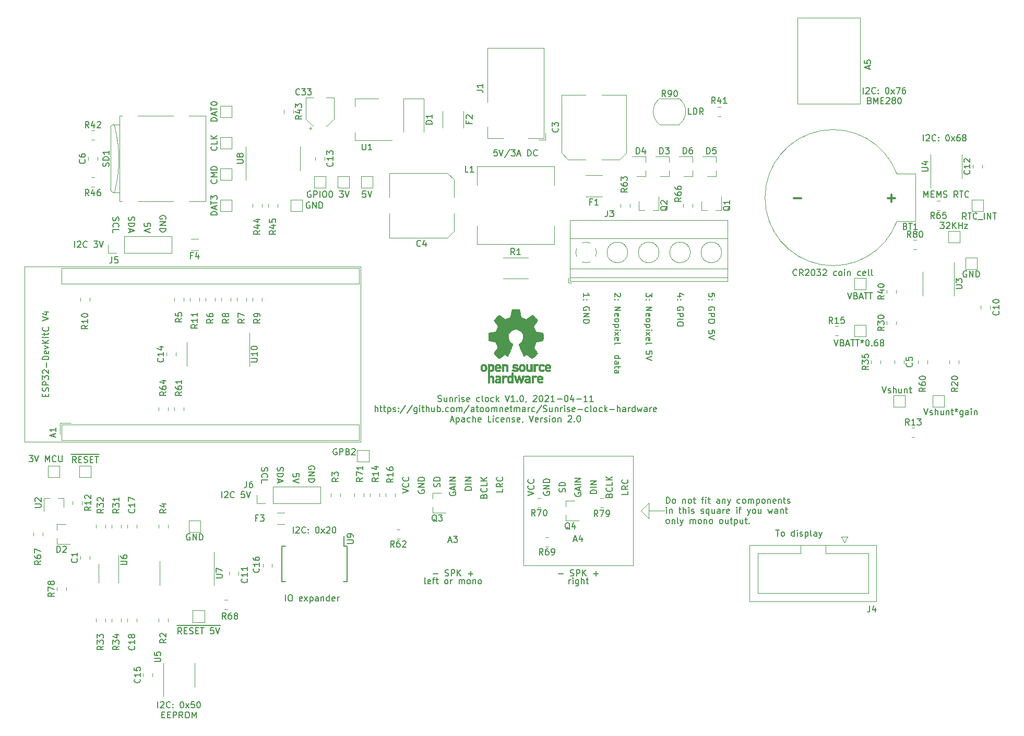
<source format=gto>
G04 #@! TF.GenerationSoftware,KiCad,Pcbnew,(5.1.9)-1*
G04 #@! TF.CreationDate,2021-04-11T14:45:31+02:00*
G04 #@! TF.ProjectId,Sunrise clock main board,53756e72-6973-4652-9063-6c6f636b206d,V1.0*
G04 #@! TF.SameCoordinates,Original*
G04 #@! TF.FileFunction,Legend,Top*
G04 #@! TF.FilePolarity,Positive*
%FSLAX46Y46*%
G04 Gerber Fmt 4.6, Leading zero omitted, Abs format (unit mm)*
G04 Created by KiCad (PCBNEW (5.1.9)-1) date 2021-04-11 14:45:31*
%MOMM*%
%LPD*%
G01*
G04 APERTURE LIST*
%ADD10C,0.300000*%
%ADD11C,0.150000*%
%ADD12C,0.120000*%
%ADD13C,0.010000*%
%ADD14R,0.900000X0.800000*%
%ADD15C,1.524000*%
%ADD16R,1.500000X1.500000*%
%ADD17R,0.800000X0.900000*%
%ADD18C,2.600000*%
%ADD19R,2.600000X2.600000*%
%ADD20R,2.900000X5.400000*%
%ADD21R,1.800000X2.500000*%
%ADD22O,1.850000X3.048000*%
%ADD23O,3.048000X1.850000*%
%ADD24C,0.800000*%
%ADD25C,6.400000*%
%ADD26C,1.500000*%
%ADD27C,4.300000*%
%ADD28C,1.700000*%
%ADD29R,1.700000X1.700000*%
%ADD30R,3.500000X3.500000*%
%ADD31R,0.450000X1.750000*%
%ADD32R,2.000000X1.500000*%
%ADD33R,2.000000X3.800000*%
%ADD34R,1.500000X0.800000*%
%ADD35R,2.000000X1.450000*%
%ADD36O,1.700000X1.700000*%
%ADD37C,2.100000*%
%ADD38R,2.100000X2.100000*%
%ADD39O,1.700000X2.100000*%
%ADD40R,1.700000X2.100000*%
G04 APERTURE END LIST*
D10*
X60388571Y34182857D02*
X61531428Y34182857D01*
X60960000Y33611428D02*
X60960000Y34754285D01*
X45148571Y34182857D02*
X46291428Y34182857D01*
D11*
X24465595Y-15312380D02*
X24465595Y-14312380D01*
X24703690Y-14312380D01*
X24846547Y-14360000D01*
X24941785Y-14455238D01*
X24989404Y-14550476D01*
X25037023Y-14740952D01*
X25037023Y-14883809D01*
X24989404Y-15074285D01*
X24941785Y-15169523D01*
X24846547Y-15264761D01*
X24703690Y-15312380D01*
X24465595Y-15312380D01*
X25608452Y-15312380D02*
X25513214Y-15264761D01*
X25465595Y-15217142D01*
X25417976Y-15121904D01*
X25417976Y-14836190D01*
X25465595Y-14740952D01*
X25513214Y-14693333D01*
X25608452Y-14645714D01*
X25751309Y-14645714D01*
X25846547Y-14693333D01*
X25894166Y-14740952D01*
X25941785Y-14836190D01*
X25941785Y-15121904D01*
X25894166Y-15217142D01*
X25846547Y-15264761D01*
X25751309Y-15312380D01*
X25608452Y-15312380D01*
X27132261Y-14645714D02*
X27132261Y-15312380D01*
X27132261Y-14740952D02*
X27179880Y-14693333D01*
X27275119Y-14645714D01*
X27417976Y-14645714D01*
X27513214Y-14693333D01*
X27560833Y-14788571D01*
X27560833Y-15312380D01*
X28179880Y-15312380D02*
X28084642Y-15264761D01*
X28037023Y-15217142D01*
X27989404Y-15121904D01*
X27989404Y-14836190D01*
X28037023Y-14740952D01*
X28084642Y-14693333D01*
X28179880Y-14645714D01*
X28322738Y-14645714D01*
X28417976Y-14693333D01*
X28465595Y-14740952D01*
X28513214Y-14836190D01*
X28513214Y-15121904D01*
X28465595Y-15217142D01*
X28417976Y-15264761D01*
X28322738Y-15312380D01*
X28179880Y-15312380D01*
X28798928Y-14645714D02*
X29179880Y-14645714D01*
X28941785Y-14312380D02*
X28941785Y-15169523D01*
X28989404Y-15264761D01*
X29084642Y-15312380D01*
X29179880Y-15312380D01*
X30132261Y-14645714D02*
X30513214Y-14645714D01*
X30275119Y-15312380D02*
X30275119Y-14455238D01*
X30322738Y-14360000D01*
X30417976Y-14312380D01*
X30513214Y-14312380D01*
X30846547Y-15312380D02*
X30846547Y-14645714D01*
X30846547Y-14312380D02*
X30798928Y-14360000D01*
X30846547Y-14407619D01*
X30894166Y-14360000D01*
X30846547Y-14312380D01*
X30846547Y-14407619D01*
X31179880Y-14645714D02*
X31560833Y-14645714D01*
X31322738Y-14312380D02*
X31322738Y-15169523D01*
X31370357Y-15264761D01*
X31465595Y-15312380D01*
X31560833Y-15312380D01*
X33084642Y-15312380D02*
X33084642Y-14788571D01*
X33037023Y-14693333D01*
X32941785Y-14645714D01*
X32751309Y-14645714D01*
X32656071Y-14693333D01*
X33084642Y-15264761D02*
X32989404Y-15312380D01*
X32751309Y-15312380D01*
X32656071Y-15264761D01*
X32608452Y-15169523D01*
X32608452Y-15074285D01*
X32656071Y-14979047D01*
X32751309Y-14931428D01*
X32989404Y-14931428D01*
X33084642Y-14883809D01*
X33560833Y-14645714D02*
X33560833Y-15312380D01*
X33560833Y-14740952D02*
X33608452Y-14693333D01*
X33703690Y-14645714D01*
X33846547Y-14645714D01*
X33941785Y-14693333D01*
X33989404Y-14788571D01*
X33989404Y-15312380D01*
X34370357Y-14645714D02*
X34608452Y-15312380D01*
X34846547Y-14645714D02*
X34608452Y-15312380D01*
X34513214Y-15550476D01*
X34465595Y-15598095D01*
X34370357Y-15645714D01*
X36417976Y-15264761D02*
X36322738Y-15312380D01*
X36132261Y-15312380D01*
X36037023Y-15264761D01*
X35989404Y-15217142D01*
X35941785Y-15121904D01*
X35941785Y-14836190D01*
X35989404Y-14740952D01*
X36037023Y-14693333D01*
X36132261Y-14645714D01*
X36322738Y-14645714D01*
X36417976Y-14693333D01*
X36989404Y-15312380D02*
X36894166Y-15264761D01*
X36846547Y-15217142D01*
X36798928Y-15121904D01*
X36798928Y-14836190D01*
X36846547Y-14740952D01*
X36894166Y-14693333D01*
X36989404Y-14645714D01*
X37132261Y-14645714D01*
X37227500Y-14693333D01*
X37275119Y-14740952D01*
X37322738Y-14836190D01*
X37322738Y-15121904D01*
X37275119Y-15217142D01*
X37227500Y-15264761D01*
X37132261Y-15312380D01*
X36989404Y-15312380D01*
X37751309Y-15312380D02*
X37751309Y-14645714D01*
X37751309Y-14740952D02*
X37798928Y-14693333D01*
X37894166Y-14645714D01*
X38037023Y-14645714D01*
X38132261Y-14693333D01*
X38179880Y-14788571D01*
X38179880Y-15312380D01*
X38179880Y-14788571D02*
X38227500Y-14693333D01*
X38322738Y-14645714D01*
X38465595Y-14645714D01*
X38560833Y-14693333D01*
X38608452Y-14788571D01*
X38608452Y-15312380D01*
X39084642Y-14645714D02*
X39084642Y-15645714D01*
X39084642Y-14693333D02*
X39179880Y-14645714D01*
X39370357Y-14645714D01*
X39465595Y-14693333D01*
X39513214Y-14740952D01*
X39560833Y-14836190D01*
X39560833Y-15121904D01*
X39513214Y-15217142D01*
X39465595Y-15264761D01*
X39370357Y-15312380D01*
X39179880Y-15312380D01*
X39084642Y-15264761D01*
X40132261Y-15312380D02*
X40037023Y-15264761D01*
X39989404Y-15217142D01*
X39941785Y-15121904D01*
X39941785Y-14836190D01*
X39989404Y-14740952D01*
X40037023Y-14693333D01*
X40132261Y-14645714D01*
X40275119Y-14645714D01*
X40370357Y-14693333D01*
X40417976Y-14740952D01*
X40465595Y-14836190D01*
X40465595Y-15121904D01*
X40417976Y-15217142D01*
X40370357Y-15264761D01*
X40275119Y-15312380D01*
X40132261Y-15312380D01*
X40894166Y-14645714D02*
X40894166Y-15312380D01*
X40894166Y-14740952D02*
X40941785Y-14693333D01*
X41037023Y-14645714D01*
X41179880Y-14645714D01*
X41275119Y-14693333D01*
X41322738Y-14788571D01*
X41322738Y-15312380D01*
X42179880Y-15264761D02*
X42084642Y-15312380D01*
X41894166Y-15312380D01*
X41798928Y-15264761D01*
X41751309Y-15169523D01*
X41751309Y-14788571D01*
X41798928Y-14693333D01*
X41894166Y-14645714D01*
X42084642Y-14645714D01*
X42179880Y-14693333D01*
X42227500Y-14788571D01*
X42227500Y-14883809D01*
X41751309Y-14979047D01*
X42656071Y-14645714D02*
X42656071Y-15312380D01*
X42656071Y-14740952D02*
X42703690Y-14693333D01*
X42798928Y-14645714D01*
X42941785Y-14645714D01*
X43037023Y-14693333D01*
X43084642Y-14788571D01*
X43084642Y-15312380D01*
X43417976Y-14645714D02*
X43798928Y-14645714D01*
X43560833Y-14312380D02*
X43560833Y-15169523D01*
X43608452Y-15264761D01*
X43703690Y-15312380D01*
X43798928Y-15312380D01*
X44084642Y-15264761D02*
X44179880Y-15312380D01*
X44370357Y-15312380D01*
X44465595Y-15264761D01*
X44513214Y-15169523D01*
X44513214Y-15121904D01*
X44465595Y-15026666D01*
X44370357Y-14979047D01*
X44227499Y-14979047D01*
X44132261Y-14931428D01*
X44084642Y-14836190D01*
X44084642Y-14788571D01*
X44132261Y-14693333D01*
X44227499Y-14645714D01*
X44370357Y-14645714D01*
X44465595Y-14693333D01*
X24465595Y-16962380D02*
X24465595Y-16295714D01*
X24465595Y-15962380D02*
X24417976Y-16010000D01*
X24465595Y-16057619D01*
X24513214Y-16010000D01*
X24465595Y-15962380D01*
X24465595Y-16057619D01*
X24941785Y-16295714D02*
X24941785Y-16962380D01*
X24941785Y-16390952D02*
X24989404Y-16343333D01*
X25084642Y-16295714D01*
X25227500Y-16295714D01*
X25322738Y-16343333D01*
X25370357Y-16438571D01*
X25370357Y-16962380D01*
X26465595Y-16295714D02*
X26846547Y-16295714D01*
X26608452Y-15962380D02*
X26608452Y-16819523D01*
X26656071Y-16914761D01*
X26751309Y-16962380D01*
X26846547Y-16962380D01*
X27179880Y-16962380D02*
X27179880Y-15962380D01*
X27608452Y-16962380D02*
X27608452Y-16438571D01*
X27560833Y-16343333D01*
X27465595Y-16295714D01*
X27322738Y-16295714D01*
X27227500Y-16343333D01*
X27179880Y-16390952D01*
X28084642Y-16962380D02*
X28084642Y-16295714D01*
X28084642Y-15962380D02*
X28037023Y-16010000D01*
X28084642Y-16057619D01*
X28132261Y-16010000D01*
X28084642Y-15962380D01*
X28084642Y-16057619D01*
X28513214Y-16914761D02*
X28608452Y-16962380D01*
X28798928Y-16962380D01*
X28894166Y-16914761D01*
X28941785Y-16819523D01*
X28941785Y-16771904D01*
X28894166Y-16676666D01*
X28798928Y-16629047D01*
X28656071Y-16629047D01*
X28560833Y-16581428D01*
X28513214Y-16486190D01*
X28513214Y-16438571D01*
X28560833Y-16343333D01*
X28656071Y-16295714D01*
X28798928Y-16295714D01*
X28894166Y-16343333D01*
X30084642Y-16914761D02*
X30179880Y-16962380D01*
X30370357Y-16962380D01*
X30465595Y-16914761D01*
X30513214Y-16819523D01*
X30513214Y-16771904D01*
X30465595Y-16676666D01*
X30370357Y-16629047D01*
X30227500Y-16629047D01*
X30132261Y-16581428D01*
X30084642Y-16486190D01*
X30084642Y-16438571D01*
X30132261Y-16343333D01*
X30227500Y-16295714D01*
X30370357Y-16295714D01*
X30465595Y-16343333D01*
X31370357Y-16295714D02*
X31370357Y-17295714D01*
X31370357Y-16914761D02*
X31275119Y-16962380D01*
X31084642Y-16962380D01*
X30989404Y-16914761D01*
X30941785Y-16867142D01*
X30894166Y-16771904D01*
X30894166Y-16486190D01*
X30941785Y-16390952D01*
X30989404Y-16343333D01*
X31084642Y-16295714D01*
X31275119Y-16295714D01*
X31370357Y-16343333D01*
X32275119Y-16295714D02*
X32275119Y-16962380D01*
X31846547Y-16295714D02*
X31846547Y-16819523D01*
X31894166Y-16914761D01*
X31989404Y-16962380D01*
X32132261Y-16962380D01*
X32227500Y-16914761D01*
X32275119Y-16867142D01*
X33179880Y-16962380D02*
X33179880Y-16438571D01*
X33132261Y-16343333D01*
X33037023Y-16295714D01*
X32846547Y-16295714D01*
X32751309Y-16343333D01*
X33179880Y-16914761D02*
X33084642Y-16962380D01*
X32846547Y-16962380D01*
X32751309Y-16914761D01*
X32703690Y-16819523D01*
X32703690Y-16724285D01*
X32751309Y-16629047D01*
X32846547Y-16581428D01*
X33084642Y-16581428D01*
X33179880Y-16533809D01*
X33656071Y-16962380D02*
X33656071Y-16295714D01*
X33656071Y-16486190D02*
X33703690Y-16390952D01*
X33751309Y-16343333D01*
X33846547Y-16295714D01*
X33941785Y-16295714D01*
X34656071Y-16914761D02*
X34560833Y-16962380D01*
X34370357Y-16962380D01*
X34275119Y-16914761D01*
X34227500Y-16819523D01*
X34227500Y-16438571D01*
X34275119Y-16343333D01*
X34370357Y-16295714D01*
X34560833Y-16295714D01*
X34656071Y-16343333D01*
X34703690Y-16438571D01*
X34703690Y-16533809D01*
X34227500Y-16629047D01*
X35894166Y-16962380D02*
X35894166Y-16295714D01*
X35894166Y-15962380D02*
X35846547Y-16010000D01*
X35894166Y-16057619D01*
X35941785Y-16010000D01*
X35894166Y-15962380D01*
X35894166Y-16057619D01*
X36227500Y-16295714D02*
X36608452Y-16295714D01*
X36370357Y-16962380D02*
X36370357Y-16105238D01*
X36417976Y-16010000D01*
X36513214Y-15962380D01*
X36608452Y-15962380D01*
X37608452Y-16295714D02*
X37846547Y-16962380D01*
X38084642Y-16295714D02*
X37846547Y-16962380D01*
X37751309Y-17200476D01*
X37703690Y-17248095D01*
X37608452Y-17295714D01*
X38608452Y-16962380D02*
X38513214Y-16914761D01*
X38465595Y-16867142D01*
X38417976Y-16771904D01*
X38417976Y-16486190D01*
X38465595Y-16390952D01*
X38513214Y-16343333D01*
X38608452Y-16295714D01*
X38751309Y-16295714D01*
X38846547Y-16343333D01*
X38894166Y-16390952D01*
X38941785Y-16486190D01*
X38941785Y-16771904D01*
X38894166Y-16867142D01*
X38846547Y-16914761D01*
X38751309Y-16962380D01*
X38608452Y-16962380D01*
X39798928Y-16295714D02*
X39798928Y-16962380D01*
X39370357Y-16295714D02*
X39370357Y-16819523D01*
X39417976Y-16914761D01*
X39513214Y-16962380D01*
X39656071Y-16962380D01*
X39751309Y-16914761D01*
X39798928Y-16867142D01*
X40941785Y-16295714D02*
X41132261Y-16962380D01*
X41322738Y-16486190D01*
X41513214Y-16962380D01*
X41703690Y-16295714D01*
X42513214Y-16962380D02*
X42513214Y-16438571D01*
X42465595Y-16343333D01*
X42370357Y-16295714D01*
X42179880Y-16295714D01*
X42084642Y-16343333D01*
X42513214Y-16914761D02*
X42417976Y-16962380D01*
X42179880Y-16962380D01*
X42084642Y-16914761D01*
X42037023Y-16819523D01*
X42037023Y-16724285D01*
X42084642Y-16629047D01*
X42179880Y-16581428D01*
X42417976Y-16581428D01*
X42513214Y-16533809D01*
X42989404Y-16295714D02*
X42989404Y-16962380D01*
X42989404Y-16390952D02*
X43037023Y-16343333D01*
X43132261Y-16295714D01*
X43275119Y-16295714D01*
X43370357Y-16343333D01*
X43417976Y-16438571D01*
X43417976Y-16962380D01*
X43751309Y-16295714D02*
X44132261Y-16295714D01*
X43894166Y-15962380D02*
X43894166Y-16819523D01*
X43941785Y-16914761D01*
X44037023Y-16962380D01*
X44132261Y-16962380D01*
X24608452Y-18612380D02*
X24513214Y-18564761D01*
X24465595Y-18517142D01*
X24417976Y-18421904D01*
X24417976Y-18136190D01*
X24465595Y-18040952D01*
X24513214Y-17993333D01*
X24608452Y-17945714D01*
X24751309Y-17945714D01*
X24846547Y-17993333D01*
X24894166Y-18040952D01*
X24941785Y-18136190D01*
X24941785Y-18421904D01*
X24894166Y-18517142D01*
X24846547Y-18564761D01*
X24751309Y-18612380D01*
X24608452Y-18612380D01*
X25370357Y-17945714D02*
X25370357Y-18612380D01*
X25370357Y-18040952D02*
X25417976Y-17993333D01*
X25513214Y-17945714D01*
X25656071Y-17945714D01*
X25751309Y-17993333D01*
X25798928Y-18088571D01*
X25798928Y-18612380D01*
X26417976Y-18612380D02*
X26322738Y-18564761D01*
X26275119Y-18469523D01*
X26275119Y-17612380D01*
X26703690Y-17945714D02*
X26941785Y-18612380D01*
X27179880Y-17945714D02*
X26941785Y-18612380D01*
X26846547Y-18850476D01*
X26798928Y-18898095D01*
X26703690Y-18945714D01*
X28322738Y-18612380D02*
X28322738Y-17945714D01*
X28322738Y-18040952D02*
X28370357Y-17993333D01*
X28465595Y-17945714D01*
X28608452Y-17945714D01*
X28703690Y-17993333D01*
X28751309Y-18088571D01*
X28751309Y-18612380D01*
X28751309Y-18088571D02*
X28798928Y-17993333D01*
X28894166Y-17945714D01*
X29037023Y-17945714D01*
X29132261Y-17993333D01*
X29179880Y-18088571D01*
X29179880Y-18612380D01*
X29798928Y-18612380D02*
X29703690Y-18564761D01*
X29656071Y-18517142D01*
X29608452Y-18421904D01*
X29608452Y-18136190D01*
X29656071Y-18040952D01*
X29703690Y-17993333D01*
X29798928Y-17945714D01*
X29941785Y-17945714D01*
X30037023Y-17993333D01*
X30084642Y-18040952D01*
X30132261Y-18136190D01*
X30132261Y-18421904D01*
X30084642Y-18517142D01*
X30037023Y-18564761D01*
X29941785Y-18612380D01*
X29798928Y-18612380D01*
X30560833Y-17945714D02*
X30560833Y-18612380D01*
X30560833Y-18040952D02*
X30608452Y-17993333D01*
X30703690Y-17945714D01*
X30846547Y-17945714D01*
X30941785Y-17993333D01*
X30989404Y-18088571D01*
X30989404Y-18612380D01*
X31608452Y-18612380D02*
X31513214Y-18564761D01*
X31465595Y-18517142D01*
X31417976Y-18421904D01*
X31417976Y-18136190D01*
X31465595Y-18040952D01*
X31513214Y-17993333D01*
X31608452Y-17945714D01*
X31751309Y-17945714D01*
X31846547Y-17993333D01*
X31894166Y-18040952D01*
X31941785Y-18136190D01*
X31941785Y-18421904D01*
X31894166Y-18517142D01*
X31846547Y-18564761D01*
X31751309Y-18612380D01*
X31608452Y-18612380D01*
X33275119Y-18612380D02*
X33179880Y-18564761D01*
X33132261Y-18517142D01*
X33084642Y-18421904D01*
X33084642Y-18136190D01*
X33132261Y-18040952D01*
X33179880Y-17993333D01*
X33275119Y-17945714D01*
X33417976Y-17945714D01*
X33513214Y-17993333D01*
X33560833Y-18040952D01*
X33608452Y-18136190D01*
X33608452Y-18421904D01*
X33560833Y-18517142D01*
X33513214Y-18564761D01*
X33417976Y-18612380D01*
X33275119Y-18612380D01*
X34465595Y-17945714D02*
X34465595Y-18612380D01*
X34037023Y-17945714D02*
X34037023Y-18469523D01*
X34084642Y-18564761D01*
X34179880Y-18612380D01*
X34322738Y-18612380D01*
X34417976Y-18564761D01*
X34465595Y-18517142D01*
X34798928Y-17945714D02*
X35179880Y-17945714D01*
X34941785Y-17612380D02*
X34941785Y-18469523D01*
X34989404Y-18564761D01*
X35084642Y-18612380D01*
X35179880Y-18612380D01*
X35513214Y-17945714D02*
X35513214Y-18945714D01*
X35513214Y-17993333D02*
X35608452Y-17945714D01*
X35798928Y-17945714D01*
X35894166Y-17993333D01*
X35941785Y-18040952D01*
X35989404Y-18136190D01*
X35989404Y-18421904D01*
X35941785Y-18517142D01*
X35894166Y-18564761D01*
X35798928Y-18612380D01*
X35608452Y-18612380D01*
X35513214Y-18564761D01*
X36846547Y-17945714D02*
X36846547Y-18612380D01*
X36417976Y-17945714D02*
X36417976Y-18469523D01*
X36465595Y-18564761D01*
X36560833Y-18612380D01*
X36703690Y-18612380D01*
X36798928Y-18564761D01*
X36846547Y-18517142D01*
X37179880Y-17945714D02*
X37560833Y-17945714D01*
X37322738Y-17612380D02*
X37322738Y-18469523D01*
X37370357Y-18564761D01*
X37465595Y-18612380D01*
X37560833Y-18612380D01*
X37894166Y-18517142D02*
X37941785Y-18564761D01*
X37894166Y-18612380D01*
X37846547Y-18564761D01*
X37894166Y-18517142D01*
X37894166Y-18612380D01*
D12*
X21590000Y-16510000D02*
X24130000Y-16510000D01*
X21590000Y-17780000D02*
X20320000Y-16510000D01*
X21590000Y-15240000D02*
X21590000Y-17780000D01*
X20320000Y-16510000D02*
X21590000Y-15240000D01*
X1270000Y-7620000D02*
X1270000Y-25400000D01*
X19050000Y-7620000D02*
X1270000Y-7620000D01*
X19050000Y-25400000D02*
X19050000Y-7620000D01*
X1270000Y-25400000D02*
X19050000Y-25400000D01*
D11*
X8660000Y-28392380D02*
X8660000Y-27725714D01*
X8660000Y-27916190D02*
X8707619Y-27820952D01*
X8755238Y-27773333D01*
X8850476Y-27725714D01*
X8945714Y-27725714D01*
X9279047Y-28392380D02*
X9279047Y-27725714D01*
X9279047Y-27392380D02*
X9231428Y-27440000D01*
X9279047Y-27487619D01*
X9326666Y-27440000D01*
X9279047Y-27392380D01*
X9279047Y-27487619D01*
X10183809Y-27725714D02*
X10183809Y-28535238D01*
X10136190Y-28630476D01*
X10088571Y-28678095D01*
X9993333Y-28725714D01*
X9850476Y-28725714D01*
X9755238Y-28678095D01*
X10183809Y-28344761D02*
X10088571Y-28392380D01*
X9898095Y-28392380D01*
X9802857Y-28344761D01*
X9755238Y-28297142D01*
X9707619Y-28201904D01*
X9707619Y-27916190D01*
X9755238Y-27820952D01*
X9802857Y-27773333D01*
X9898095Y-27725714D01*
X10088571Y-27725714D01*
X10183809Y-27773333D01*
X10660000Y-28392380D02*
X10660000Y-27392380D01*
X11088571Y-28392380D02*
X11088571Y-27868571D01*
X11040952Y-27773333D01*
X10945714Y-27725714D01*
X10802857Y-27725714D01*
X10707619Y-27773333D01*
X10660000Y-27820952D01*
X11421904Y-27725714D02*
X11802857Y-27725714D01*
X11564761Y-27392380D02*
X11564761Y-28249523D01*
X11612380Y-28344761D01*
X11707619Y-28392380D01*
X11802857Y-28392380D01*
X-14588571Y-28392380D02*
X-14683809Y-28344761D01*
X-14731428Y-28249523D01*
X-14731428Y-27392380D01*
X-13826666Y-28344761D02*
X-13921904Y-28392380D01*
X-14112380Y-28392380D01*
X-14207619Y-28344761D01*
X-14255238Y-28249523D01*
X-14255238Y-27868571D01*
X-14207619Y-27773333D01*
X-14112380Y-27725714D01*
X-13921904Y-27725714D01*
X-13826666Y-27773333D01*
X-13779047Y-27868571D01*
X-13779047Y-27963809D01*
X-14255238Y-28059047D01*
X-13493333Y-27725714D02*
X-13112380Y-27725714D01*
X-13350476Y-28392380D02*
X-13350476Y-27535238D01*
X-13302857Y-27440000D01*
X-13207619Y-27392380D01*
X-13112380Y-27392380D01*
X-12921904Y-27725714D02*
X-12540952Y-27725714D01*
X-12779047Y-27392380D02*
X-12779047Y-28249523D01*
X-12731428Y-28344761D01*
X-12636190Y-28392380D01*
X-12540952Y-28392380D01*
X-11302857Y-28392380D02*
X-11398095Y-28344761D01*
X-11445714Y-28297142D01*
X-11493333Y-28201904D01*
X-11493333Y-27916190D01*
X-11445714Y-27820952D01*
X-11398095Y-27773333D01*
X-11302857Y-27725714D01*
X-11160000Y-27725714D01*
X-11064761Y-27773333D01*
X-11017142Y-27820952D01*
X-10969523Y-27916190D01*
X-10969523Y-28201904D01*
X-11017142Y-28297142D01*
X-11064761Y-28344761D01*
X-11160000Y-28392380D01*
X-11302857Y-28392380D01*
X-10540952Y-28392380D02*
X-10540952Y-27725714D01*
X-10540952Y-27916190D02*
X-10493333Y-27820952D01*
X-10445714Y-27773333D01*
X-10350476Y-27725714D01*
X-10255238Y-27725714D01*
X-9160000Y-28392380D02*
X-9160000Y-27725714D01*
X-9160000Y-27820952D02*
X-9112380Y-27773333D01*
X-9017142Y-27725714D01*
X-8874285Y-27725714D01*
X-8779047Y-27773333D01*
X-8731428Y-27868571D01*
X-8731428Y-28392380D01*
X-8731428Y-27868571D02*
X-8683809Y-27773333D01*
X-8588571Y-27725714D01*
X-8445714Y-27725714D01*
X-8350476Y-27773333D01*
X-8302857Y-27868571D01*
X-8302857Y-28392380D01*
X-7683809Y-28392380D02*
X-7779047Y-28344761D01*
X-7826666Y-28297142D01*
X-7874285Y-28201904D01*
X-7874285Y-27916190D01*
X-7826666Y-27820952D01*
X-7779047Y-27773333D01*
X-7683809Y-27725714D01*
X-7540952Y-27725714D01*
X-7445714Y-27773333D01*
X-7398095Y-27820952D01*
X-7350476Y-27916190D01*
X-7350476Y-28201904D01*
X-7398095Y-28297142D01*
X-7445714Y-28344761D01*
X-7540952Y-28392380D01*
X-7683809Y-28392380D01*
X-6921904Y-27725714D02*
X-6921904Y-28392380D01*
X-6921904Y-27820952D02*
X-6874285Y-27773333D01*
X-6779047Y-27725714D01*
X-6636190Y-27725714D01*
X-6540952Y-27773333D01*
X-6493333Y-27868571D01*
X-6493333Y-28392380D01*
X-5874285Y-28392380D02*
X-5969523Y-28344761D01*
X-6017142Y-28297142D01*
X-6064761Y-28201904D01*
X-6064761Y-27916190D01*
X-6017142Y-27820952D01*
X-5969523Y-27773333D01*
X-5874285Y-27725714D01*
X-5731428Y-27725714D01*
X-5636190Y-27773333D01*
X-5588571Y-27820952D01*
X-5540952Y-27916190D01*
X-5540952Y-28201904D01*
X-5588571Y-28297142D01*
X-5636190Y-28344761D01*
X-5731428Y-28392380D01*
X-5874285Y-28392380D01*
X-52831904Y-20328000D02*
X-52927142Y-20280380D01*
X-53070000Y-20280380D01*
X-53212857Y-20328000D01*
X-53308095Y-20423238D01*
X-53355714Y-20518476D01*
X-53403333Y-20708952D01*
X-53403333Y-20851809D01*
X-53355714Y-21042285D01*
X-53308095Y-21137523D01*
X-53212857Y-21232761D01*
X-53070000Y-21280380D01*
X-52974761Y-21280380D01*
X-52831904Y-21232761D01*
X-52784285Y-21185142D01*
X-52784285Y-20851809D01*
X-52974761Y-20851809D01*
X-52355714Y-21280380D02*
X-52355714Y-20280380D01*
X-51784285Y-21280380D01*
X-51784285Y-20280380D01*
X-51308095Y-21280380D02*
X-51308095Y-20280380D01*
X-51070000Y-20280380D01*
X-50927142Y-20328000D01*
X-50831904Y-20423238D01*
X-50784285Y-20518476D01*
X-50736666Y-20708952D01*
X-50736666Y-20851809D01*
X-50784285Y-21042285D01*
X-50831904Y-21137523D01*
X-50927142Y-21232761D01*
X-51070000Y-21280380D01*
X-51308095Y-21280380D01*
X73152095Y22344000D02*
X73056857Y22391619D01*
X72914000Y22391619D01*
X72771142Y22344000D01*
X72675904Y22248761D01*
X72628285Y22153523D01*
X72580666Y21963047D01*
X72580666Y21820190D01*
X72628285Y21629714D01*
X72675904Y21534476D01*
X72771142Y21439238D01*
X72914000Y21391619D01*
X73009238Y21391619D01*
X73152095Y21439238D01*
X73199714Y21486857D01*
X73199714Y21820190D01*
X73009238Y21820190D01*
X73628285Y21391619D02*
X73628285Y22391619D01*
X74199714Y21391619D01*
X74199714Y22391619D01*
X74675904Y21391619D02*
X74675904Y22391619D01*
X74914000Y22391619D01*
X75056857Y22344000D01*
X75152095Y22248761D01*
X75199714Y22153523D01*
X75247333Y21963047D01*
X75247333Y21820190D01*
X75199714Y21629714D01*
X75152095Y21534476D01*
X75056857Y21439238D01*
X74914000Y21391619D01*
X74675904Y21391619D01*
X66254761Y34345619D02*
X66254761Y35345619D01*
X66588095Y34631333D01*
X66921428Y35345619D01*
X66921428Y34345619D01*
X67397619Y34869428D02*
X67730952Y34869428D01*
X67873809Y34345619D02*
X67397619Y34345619D01*
X67397619Y35345619D01*
X67873809Y35345619D01*
X68302380Y34345619D02*
X68302380Y35345619D01*
X68635714Y34631333D01*
X68969047Y35345619D01*
X68969047Y34345619D01*
X69397619Y34393238D02*
X69540476Y34345619D01*
X69778571Y34345619D01*
X69873809Y34393238D01*
X69921428Y34440857D01*
X69969047Y34536095D01*
X69969047Y34631333D01*
X69921428Y34726571D01*
X69873809Y34774190D01*
X69778571Y34821809D01*
X69588095Y34869428D01*
X69492857Y34917047D01*
X69445238Y34964666D01*
X69397619Y35059904D01*
X69397619Y35155142D01*
X69445238Y35250380D01*
X69492857Y35298000D01*
X69588095Y35345619D01*
X69826190Y35345619D01*
X69969047Y35298000D01*
X71730952Y34345619D02*
X71397619Y34821809D01*
X71159523Y34345619D02*
X71159523Y35345619D01*
X71540476Y35345619D01*
X71635714Y35298000D01*
X71683333Y35250380D01*
X71730952Y35155142D01*
X71730952Y35012285D01*
X71683333Y34917047D01*
X71635714Y34869428D01*
X71540476Y34821809D01*
X71159523Y34821809D01*
X72016666Y35345619D02*
X72588095Y35345619D01*
X72302380Y34345619D02*
X72302380Y35345619D01*
X73492857Y34440857D02*
X73445238Y34393238D01*
X73302380Y34345619D01*
X73207142Y34345619D01*
X73064285Y34393238D01*
X72969047Y34488476D01*
X72921428Y34583714D01*
X72873809Y34774190D01*
X72873809Y34917047D01*
X72921428Y35107523D01*
X72969047Y35202761D01*
X73064285Y35298000D01*
X73207142Y35345619D01*
X73302380Y35345619D01*
X73445238Y35298000D01*
X73492857Y35250380D01*
X-37305714Y-31186380D02*
X-37305714Y-30186380D01*
X-36639047Y-30186380D02*
X-36448571Y-30186380D01*
X-36353333Y-30234000D01*
X-36258095Y-30329238D01*
X-36210476Y-30519714D01*
X-36210476Y-30853047D01*
X-36258095Y-31043523D01*
X-36353333Y-31138761D01*
X-36448571Y-31186380D01*
X-36639047Y-31186380D01*
X-36734285Y-31138761D01*
X-36829523Y-31043523D01*
X-36877142Y-30853047D01*
X-36877142Y-30519714D01*
X-36829523Y-30329238D01*
X-36734285Y-30234000D01*
X-36639047Y-30186380D01*
X-34639047Y-31138761D02*
X-34734285Y-31186380D01*
X-34924761Y-31186380D01*
X-35020000Y-31138761D01*
X-35067619Y-31043523D01*
X-35067619Y-30662571D01*
X-35020000Y-30567333D01*
X-34924761Y-30519714D01*
X-34734285Y-30519714D01*
X-34639047Y-30567333D01*
X-34591428Y-30662571D01*
X-34591428Y-30757809D01*
X-35067619Y-30853047D01*
X-34258095Y-31186380D02*
X-33734285Y-30519714D01*
X-34258095Y-30519714D02*
X-33734285Y-31186380D01*
X-33353333Y-30519714D02*
X-33353333Y-31519714D01*
X-33353333Y-30567333D02*
X-33258095Y-30519714D01*
X-33067619Y-30519714D01*
X-32972380Y-30567333D01*
X-32924761Y-30614952D01*
X-32877142Y-30710190D01*
X-32877142Y-30995904D01*
X-32924761Y-31091142D01*
X-32972380Y-31138761D01*
X-33067619Y-31186380D01*
X-33258095Y-31186380D01*
X-33353333Y-31138761D01*
X-32020000Y-31186380D02*
X-32020000Y-30662571D01*
X-32067619Y-30567333D01*
X-32162857Y-30519714D01*
X-32353333Y-30519714D01*
X-32448571Y-30567333D01*
X-32020000Y-31138761D02*
X-32115238Y-31186380D01*
X-32353333Y-31186380D01*
X-32448571Y-31138761D01*
X-32496190Y-31043523D01*
X-32496190Y-30948285D01*
X-32448571Y-30853047D01*
X-32353333Y-30805428D01*
X-32115238Y-30805428D01*
X-32020000Y-30757809D01*
X-31543809Y-30519714D02*
X-31543809Y-31186380D01*
X-31543809Y-30614952D02*
X-31496190Y-30567333D01*
X-31400952Y-30519714D01*
X-31258095Y-30519714D01*
X-31162857Y-30567333D01*
X-31115238Y-30662571D01*
X-31115238Y-31186380D01*
X-30210476Y-31186380D02*
X-30210476Y-30186380D01*
X-30210476Y-31138761D02*
X-30305714Y-31186380D01*
X-30496190Y-31186380D01*
X-30591428Y-31138761D01*
X-30639047Y-31091142D01*
X-30686666Y-30995904D01*
X-30686666Y-30710190D01*
X-30639047Y-30614952D01*
X-30591428Y-30567333D01*
X-30496190Y-30519714D01*
X-30305714Y-30519714D01*
X-30210476Y-30567333D01*
X-29353333Y-31138761D02*
X-29448571Y-31186380D01*
X-29639047Y-31186380D01*
X-29734285Y-31138761D01*
X-29781904Y-31043523D01*
X-29781904Y-30662571D01*
X-29734285Y-30567333D01*
X-29639047Y-30519714D01*
X-29448571Y-30519714D01*
X-29353333Y-30567333D01*
X-29305714Y-30662571D01*
X-29305714Y-30757809D01*
X-29781904Y-30853047D01*
X-28877142Y-31186380D02*
X-28877142Y-30519714D01*
X-28877142Y-30710190D02*
X-28829523Y-30614952D01*
X-28781904Y-30567333D01*
X-28686666Y-30519714D01*
X-28591428Y-30519714D01*
X32297619Y18238214D02*
X32297619Y18714404D01*
X31821428Y18762023D01*
X31869047Y18714404D01*
X31916666Y18619166D01*
X31916666Y18381071D01*
X31869047Y18285833D01*
X31821428Y18238214D01*
X31726190Y18190595D01*
X31488095Y18190595D01*
X31392857Y18238214D01*
X31345238Y18285833D01*
X31297619Y18381071D01*
X31297619Y18619166D01*
X31345238Y18714404D01*
X31392857Y18762023D01*
X31392857Y17762023D02*
X31345238Y17714404D01*
X31297619Y17762023D01*
X31345238Y17809642D01*
X31392857Y17762023D01*
X31297619Y17762023D01*
X31916666Y17762023D02*
X31869047Y17714404D01*
X31821428Y17762023D01*
X31869047Y17809642D01*
X31916666Y17762023D01*
X31821428Y17762023D01*
X32250000Y16000119D02*
X32297619Y16095357D01*
X32297619Y16238214D01*
X32250000Y16381071D01*
X32154761Y16476309D01*
X32059523Y16523928D01*
X31869047Y16571547D01*
X31726190Y16571547D01*
X31535714Y16523928D01*
X31440476Y16476309D01*
X31345238Y16381071D01*
X31297619Y16238214D01*
X31297619Y16142976D01*
X31345238Y16000119D01*
X31392857Y15952500D01*
X31726190Y15952500D01*
X31726190Y16142976D01*
X31297619Y15523928D02*
X32297619Y15523928D01*
X32297619Y15142976D01*
X32250000Y15047738D01*
X32202380Y15000119D01*
X32107142Y14952500D01*
X31964285Y14952500D01*
X31869047Y15000119D01*
X31821428Y15047738D01*
X31773809Y15142976D01*
X31773809Y15523928D01*
X32297619Y14333452D02*
X32297619Y14142976D01*
X32250000Y14047738D01*
X32154761Y13952500D01*
X31964285Y13904880D01*
X31630952Y13904880D01*
X31440476Y13952500D01*
X31345238Y14047738D01*
X31297619Y14142976D01*
X31297619Y14333452D01*
X31345238Y14428690D01*
X31440476Y14523928D01*
X31630952Y14571547D01*
X31964285Y14571547D01*
X32154761Y14523928D01*
X32250000Y14428690D01*
X32297619Y14333452D01*
X32297619Y12238214D02*
X32297619Y12714404D01*
X31821428Y12762023D01*
X31869047Y12714404D01*
X31916666Y12619166D01*
X31916666Y12381071D01*
X31869047Y12285833D01*
X31821428Y12238214D01*
X31726190Y12190595D01*
X31488095Y12190595D01*
X31392857Y12238214D01*
X31345238Y12285833D01*
X31297619Y12381071D01*
X31297619Y12619166D01*
X31345238Y12714404D01*
X31392857Y12762023D01*
X32297619Y11904880D02*
X31297619Y11571547D01*
X32297619Y11238214D01*
X26884285Y18285833D02*
X26217619Y18285833D01*
X27265238Y18523928D02*
X26550952Y18762023D01*
X26550952Y18142976D01*
X26312857Y17762023D02*
X26265238Y17714404D01*
X26217619Y17762023D01*
X26265238Y17809642D01*
X26312857Y17762023D01*
X26217619Y17762023D01*
X26836666Y17762023D02*
X26789047Y17714404D01*
X26741428Y17762023D01*
X26789047Y17809642D01*
X26836666Y17762023D01*
X26741428Y17762023D01*
X27170000Y16000119D02*
X27217619Y16095357D01*
X27217619Y16238214D01*
X27170000Y16381071D01*
X27074761Y16476309D01*
X26979523Y16523928D01*
X26789047Y16571547D01*
X26646190Y16571547D01*
X26455714Y16523928D01*
X26360476Y16476309D01*
X26265238Y16381071D01*
X26217619Y16238214D01*
X26217619Y16142976D01*
X26265238Y16000119D01*
X26312857Y15952500D01*
X26646190Y15952500D01*
X26646190Y16142976D01*
X26217619Y15523928D02*
X27217619Y15523928D01*
X27217619Y15142976D01*
X27170000Y15047738D01*
X27122380Y15000119D01*
X27027142Y14952500D01*
X26884285Y14952500D01*
X26789047Y15000119D01*
X26741428Y15047738D01*
X26693809Y15142976D01*
X26693809Y15523928D01*
X26217619Y14523928D02*
X27217619Y14523928D01*
X27217619Y13857261D02*
X27217619Y13666785D01*
X27170000Y13571547D01*
X27074761Y13476309D01*
X26884285Y13428690D01*
X26550952Y13428690D01*
X26360476Y13476309D01*
X26265238Y13571547D01*
X26217619Y13666785D01*
X26217619Y13857261D01*
X26265238Y13952500D01*
X26360476Y14047738D01*
X26550952Y14095357D01*
X26884285Y14095357D01*
X27074761Y14047738D01*
X27170000Y13952500D01*
X27217619Y13857261D01*
X-29027285Y-6485000D02*
X-29122523Y-6437380D01*
X-29265380Y-6437380D01*
X-29408238Y-6485000D01*
X-29503476Y-6580238D01*
X-29551095Y-6675476D01*
X-29598714Y-6865952D01*
X-29598714Y-7008809D01*
X-29551095Y-7199285D01*
X-29503476Y-7294523D01*
X-29408238Y-7389761D01*
X-29265380Y-7437380D01*
X-29170142Y-7437380D01*
X-29027285Y-7389761D01*
X-28979666Y-7342142D01*
X-28979666Y-7008809D01*
X-29170142Y-7008809D01*
X-28551095Y-7437380D02*
X-28551095Y-6437380D01*
X-28170142Y-6437380D01*
X-28074904Y-6485000D01*
X-28027285Y-6532619D01*
X-27979666Y-6627857D01*
X-27979666Y-6770714D01*
X-28027285Y-6865952D01*
X-28074904Y-6913571D01*
X-28170142Y-6961190D01*
X-28551095Y-6961190D01*
X-27217761Y-6913571D02*
X-27074904Y-6961190D01*
X-27027285Y-7008809D01*
X-26979666Y-7104047D01*
X-26979666Y-7246904D01*
X-27027285Y-7342142D01*
X-27074904Y-7389761D01*
X-27170142Y-7437380D01*
X-27551095Y-7437380D01*
X-27551095Y-6437380D01*
X-27217761Y-6437380D01*
X-27122523Y-6485000D01*
X-27074904Y-6532619D01*
X-27027285Y-6627857D01*
X-27027285Y-6723095D01*
X-27074904Y-6818333D01*
X-27122523Y-6865952D01*
X-27217761Y-6913571D01*
X-27551095Y-6913571D01*
X-26598714Y-6532619D02*
X-26551095Y-6485000D01*
X-26455857Y-6437380D01*
X-26217761Y-6437380D01*
X-26122523Y-6485000D01*
X-26074904Y-6532619D01*
X-26027285Y-6627857D01*
X-26027285Y-6723095D01*
X-26074904Y-6865952D01*
X-26646333Y-7437380D01*
X-26027285Y-7437380D01*
X-76271428Y2009047D02*
X-76271428Y2342380D01*
X-75747619Y2485238D02*
X-75747619Y2009047D01*
X-76747619Y2009047D01*
X-76747619Y2485238D01*
X-75795238Y2866190D02*
X-75747619Y3009047D01*
X-75747619Y3247142D01*
X-75795238Y3342380D01*
X-75842857Y3390000D01*
X-75938095Y3437619D01*
X-76033333Y3437619D01*
X-76128571Y3390000D01*
X-76176190Y3342380D01*
X-76223809Y3247142D01*
X-76271428Y3056666D01*
X-76319047Y2961428D01*
X-76366666Y2913809D01*
X-76461904Y2866190D01*
X-76557142Y2866190D01*
X-76652380Y2913809D01*
X-76700000Y2961428D01*
X-76747619Y3056666D01*
X-76747619Y3294761D01*
X-76700000Y3437619D01*
X-75747619Y3866190D02*
X-76747619Y3866190D01*
X-76747619Y4247142D01*
X-76700000Y4342380D01*
X-76652380Y4390000D01*
X-76557142Y4437619D01*
X-76414285Y4437619D01*
X-76319047Y4390000D01*
X-76271428Y4342380D01*
X-76223809Y4247142D01*
X-76223809Y3866190D01*
X-76747619Y4770952D02*
X-76747619Y5390000D01*
X-76366666Y5056666D01*
X-76366666Y5199523D01*
X-76319047Y5294761D01*
X-76271428Y5342380D01*
X-76176190Y5390000D01*
X-75938095Y5390000D01*
X-75842857Y5342380D01*
X-75795238Y5294761D01*
X-75747619Y5199523D01*
X-75747619Y4913809D01*
X-75795238Y4818571D01*
X-75842857Y4770952D01*
X-76652380Y5770952D02*
X-76700000Y5818571D01*
X-76747619Y5913809D01*
X-76747619Y6151904D01*
X-76700000Y6247142D01*
X-76652380Y6294761D01*
X-76557142Y6342380D01*
X-76461904Y6342380D01*
X-76319047Y6294761D01*
X-75747619Y5723333D01*
X-75747619Y6342380D01*
X-76128571Y6770952D02*
X-76128571Y7532857D01*
X-75747619Y8009047D02*
X-76747619Y8009047D01*
X-76747619Y8247142D01*
X-76700000Y8390000D01*
X-76604761Y8485238D01*
X-76509523Y8532857D01*
X-76319047Y8580476D01*
X-76176190Y8580476D01*
X-75985714Y8532857D01*
X-75890476Y8485238D01*
X-75795238Y8390000D01*
X-75747619Y8247142D01*
X-75747619Y8009047D01*
X-75795238Y9390000D02*
X-75747619Y9294761D01*
X-75747619Y9104285D01*
X-75795238Y9009047D01*
X-75890476Y8961428D01*
X-76271428Y8961428D01*
X-76366666Y9009047D01*
X-76414285Y9104285D01*
X-76414285Y9294761D01*
X-76366666Y9390000D01*
X-76271428Y9437619D01*
X-76176190Y9437619D01*
X-76080952Y8961428D01*
X-76414285Y9770952D02*
X-75747619Y10009047D01*
X-76414285Y10247142D01*
X-75747619Y10628095D02*
X-76747619Y10628095D01*
X-75747619Y11199523D02*
X-76319047Y10770952D01*
X-76747619Y11199523D02*
X-76176190Y10628095D01*
X-75747619Y11628095D02*
X-76414285Y11628095D01*
X-76747619Y11628095D02*
X-76700000Y11580476D01*
X-76652380Y11628095D01*
X-76700000Y11675714D01*
X-76747619Y11628095D01*
X-76652380Y11628095D01*
X-76414285Y11961428D02*
X-76414285Y12342380D01*
X-76747619Y12104285D02*
X-75890476Y12104285D01*
X-75795238Y12151904D01*
X-75747619Y12247142D01*
X-75747619Y12342380D01*
X-75842857Y13247142D02*
X-75795238Y13199523D01*
X-75747619Y13056666D01*
X-75747619Y12961428D01*
X-75795238Y12818571D01*
X-75890476Y12723333D01*
X-75985714Y12675714D01*
X-76176190Y12628095D01*
X-76319047Y12628095D01*
X-76509523Y12675714D01*
X-76604761Y12723333D01*
X-76700000Y12818571D01*
X-76747619Y12961428D01*
X-76747619Y13056666D01*
X-76700000Y13199523D01*
X-76652380Y13247142D01*
X-76747619Y14294761D02*
X-75747619Y14628095D01*
X-76747619Y14961428D01*
X-76414285Y15723333D02*
X-75747619Y15723333D01*
X-76795238Y15485238D02*
X-76080952Y15247142D01*
X-76080952Y15866190D01*
X45625476Y21740857D02*
X45577857Y21693238D01*
X45435000Y21645619D01*
X45339761Y21645619D01*
X45196904Y21693238D01*
X45101666Y21788476D01*
X45054047Y21883714D01*
X45006428Y22074190D01*
X45006428Y22217047D01*
X45054047Y22407523D01*
X45101666Y22502761D01*
X45196904Y22598000D01*
X45339761Y22645619D01*
X45435000Y22645619D01*
X45577857Y22598000D01*
X45625476Y22550380D01*
X46625476Y21645619D02*
X46292142Y22121809D01*
X46054047Y21645619D02*
X46054047Y22645619D01*
X46435000Y22645619D01*
X46530238Y22598000D01*
X46577857Y22550380D01*
X46625476Y22455142D01*
X46625476Y22312285D01*
X46577857Y22217047D01*
X46530238Y22169428D01*
X46435000Y22121809D01*
X46054047Y22121809D01*
X47006428Y22550380D02*
X47054047Y22598000D01*
X47149285Y22645619D01*
X47387380Y22645619D01*
X47482619Y22598000D01*
X47530238Y22550380D01*
X47577857Y22455142D01*
X47577857Y22359904D01*
X47530238Y22217047D01*
X46958809Y21645619D01*
X47577857Y21645619D01*
X48196904Y22645619D02*
X48292142Y22645619D01*
X48387380Y22598000D01*
X48435000Y22550380D01*
X48482619Y22455142D01*
X48530238Y22264666D01*
X48530238Y22026571D01*
X48482619Y21836095D01*
X48435000Y21740857D01*
X48387380Y21693238D01*
X48292142Y21645619D01*
X48196904Y21645619D01*
X48101666Y21693238D01*
X48054047Y21740857D01*
X48006428Y21836095D01*
X47958809Y22026571D01*
X47958809Y22264666D01*
X48006428Y22455142D01*
X48054047Y22550380D01*
X48101666Y22598000D01*
X48196904Y22645619D01*
X48863571Y22645619D02*
X49482619Y22645619D01*
X49149285Y22264666D01*
X49292142Y22264666D01*
X49387380Y22217047D01*
X49435000Y22169428D01*
X49482619Y22074190D01*
X49482619Y21836095D01*
X49435000Y21740857D01*
X49387380Y21693238D01*
X49292142Y21645619D01*
X49006428Y21645619D01*
X48911190Y21693238D01*
X48863571Y21740857D01*
X49863571Y22550380D02*
X49911190Y22598000D01*
X50006428Y22645619D01*
X50244523Y22645619D01*
X50339761Y22598000D01*
X50387380Y22550380D01*
X50435000Y22455142D01*
X50435000Y22359904D01*
X50387380Y22217047D01*
X49815952Y21645619D01*
X50435000Y21645619D01*
X52054047Y21693238D02*
X51958809Y21645619D01*
X51768333Y21645619D01*
X51673095Y21693238D01*
X51625476Y21740857D01*
X51577857Y21836095D01*
X51577857Y22121809D01*
X51625476Y22217047D01*
X51673095Y22264666D01*
X51768333Y22312285D01*
X51958809Y22312285D01*
X52054047Y22264666D01*
X52625476Y21645619D02*
X52530238Y21693238D01*
X52482619Y21740857D01*
X52435000Y21836095D01*
X52435000Y22121809D01*
X52482619Y22217047D01*
X52530238Y22264666D01*
X52625476Y22312285D01*
X52768333Y22312285D01*
X52863571Y22264666D01*
X52911190Y22217047D01*
X52958809Y22121809D01*
X52958809Y21836095D01*
X52911190Y21740857D01*
X52863571Y21693238D01*
X52768333Y21645619D01*
X52625476Y21645619D01*
X53387380Y21645619D02*
X53387380Y22312285D01*
X53387380Y22645619D02*
X53339761Y22598000D01*
X53387380Y22550380D01*
X53435000Y22598000D01*
X53387380Y22645619D01*
X53387380Y22550380D01*
X53863571Y22312285D02*
X53863571Y21645619D01*
X53863571Y22217047D02*
X53911190Y22264666D01*
X54006428Y22312285D01*
X54149285Y22312285D01*
X54244523Y22264666D01*
X54292142Y22169428D01*
X54292142Y21645619D01*
X55958809Y21693238D02*
X55863571Y21645619D01*
X55673095Y21645619D01*
X55577857Y21693238D01*
X55530238Y21740857D01*
X55482619Y21836095D01*
X55482619Y22121809D01*
X55530238Y22217047D01*
X55577857Y22264666D01*
X55673095Y22312285D01*
X55863571Y22312285D01*
X55958809Y22264666D01*
X56768333Y21693238D02*
X56673095Y21645619D01*
X56482619Y21645619D01*
X56387380Y21693238D01*
X56339761Y21788476D01*
X56339761Y22169428D01*
X56387380Y22264666D01*
X56482619Y22312285D01*
X56673095Y22312285D01*
X56768333Y22264666D01*
X56815952Y22169428D01*
X56815952Y22074190D01*
X56339761Y21978952D01*
X57387380Y21645619D02*
X57292142Y21693238D01*
X57244523Y21788476D01*
X57244523Y22645619D01*
X57911190Y21645619D02*
X57815952Y21693238D01*
X57768333Y21788476D01*
X57768333Y22645619D01*
X66254857Y39619D02*
X66588190Y-960380D01*
X66921523Y39619D01*
X67207238Y-912761D02*
X67302476Y-960380D01*
X67492952Y-960380D01*
X67588190Y-912761D01*
X67635809Y-817523D01*
X67635809Y-769904D01*
X67588190Y-674666D01*
X67492952Y-627047D01*
X67350095Y-627047D01*
X67254857Y-579428D01*
X67207238Y-484190D01*
X67207238Y-436571D01*
X67254857Y-341333D01*
X67350095Y-293714D01*
X67492952Y-293714D01*
X67588190Y-341333D01*
X68064380Y-960380D02*
X68064380Y39619D01*
X68492952Y-960380D02*
X68492952Y-436571D01*
X68445333Y-341333D01*
X68350095Y-293714D01*
X68207238Y-293714D01*
X68112000Y-341333D01*
X68064380Y-388952D01*
X69397714Y-293714D02*
X69397714Y-960380D01*
X68969142Y-293714D02*
X68969142Y-817523D01*
X69016761Y-912761D01*
X69112000Y-960380D01*
X69254857Y-960380D01*
X69350095Y-912761D01*
X69397714Y-865142D01*
X69873904Y-293714D02*
X69873904Y-960380D01*
X69873904Y-388952D02*
X69921523Y-341333D01*
X70016761Y-293714D01*
X70159619Y-293714D01*
X70254857Y-341333D01*
X70302476Y-436571D01*
X70302476Y-960380D01*
X70635809Y-293714D02*
X71016761Y-293714D01*
X70778666Y39619D02*
X70778666Y-817523D01*
X70826285Y-912761D01*
X70921523Y-960380D01*
X71016761Y-960380D01*
X71492952Y39619D02*
X71492952Y-198476D01*
X71254857Y-103238D02*
X71492952Y-198476D01*
X71731047Y-103238D01*
X71350095Y-388952D02*
X71492952Y-198476D01*
X71635809Y-388952D01*
X72540571Y-293714D02*
X72540571Y-1103238D01*
X72492952Y-1198476D01*
X72445333Y-1246095D01*
X72350095Y-1293714D01*
X72207238Y-1293714D01*
X72112000Y-1246095D01*
X72540571Y-912761D02*
X72445333Y-960380D01*
X72254857Y-960380D01*
X72159619Y-912761D01*
X72112000Y-865142D01*
X72064380Y-769904D01*
X72064380Y-484190D01*
X72112000Y-388952D01*
X72159619Y-341333D01*
X72254857Y-293714D01*
X72445333Y-293714D01*
X72540571Y-341333D01*
X73445333Y-960380D02*
X73445333Y-436571D01*
X73397714Y-341333D01*
X73302476Y-293714D01*
X73112000Y-293714D01*
X73016761Y-341333D01*
X73445333Y-912761D02*
X73350095Y-960380D01*
X73112000Y-960380D01*
X73016761Y-912761D01*
X72969142Y-817523D01*
X72969142Y-722285D01*
X73016761Y-627047D01*
X73112000Y-579428D01*
X73350095Y-579428D01*
X73445333Y-531809D01*
X73921523Y-960380D02*
X73921523Y-293714D01*
X73921523Y39619D02*
X73873904Y-8000D01*
X73921523Y-55619D01*
X73969142Y-8000D01*
X73921523Y39619D01*
X73921523Y-55619D01*
X74397714Y-293714D02*
X74397714Y-960380D01*
X74397714Y-388952D02*
X74445333Y-341333D01*
X74540571Y-293714D01*
X74683428Y-293714D01*
X74778666Y-341333D01*
X74826285Y-436571D01*
X74826285Y-960380D01*
X59468047Y3595619D02*
X59801380Y2595619D01*
X60134714Y3595619D01*
X60420428Y2643238D02*
X60515666Y2595619D01*
X60706142Y2595619D01*
X60801380Y2643238D01*
X60849000Y2738476D01*
X60849000Y2786095D01*
X60801380Y2881333D01*
X60706142Y2928952D01*
X60563285Y2928952D01*
X60468047Y2976571D01*
X60420428Y3071809D01*
X60420428Y3119428D01*
X60468047Y3214666D01*
X60563285Y3262285D01*
X60706142Y3262285D01*
X60801380Y3214666D01*
X61277571Y2595619D02*
X61277571Y3595619D01*
X61706142Y2595619D02*
X61706142Y3119428D01*
X61658523Y3214666D01*
X61563285Y3262285D01*
X61420428Y3262285D01*
X61325190Y3214666D01*
X61277571Y3167047D01*
X62610904Y3262285D02*
X62610904Y2595619D01*
X62182333Y3262285D02*
X62182333Y2738476D01*
X62229952Y2643238D01*
X62325190Y2595619D01*
X62468047Y2595619D01*
X62563285Y2643238D01*
X62610904Y2690857D01*
X63087095Y3262285D02*
X63087095Y2595619D01*
X63087095Y3167047D02*
X63134714Y3214666D01*
X63229952Y3262285D01*
X63372809Y3262285D01*
X63468047Y3214666D01*
X63515666Y3119428D01*
X63515666Y2595619D01*
X63849000Y3262285D02*
X64229952Y3262285D01*
X63991857Y3595619D02*
X63991857Y2738476D01*
X64039476Y2643238D01*
X64134714Y2595619D01*
X64229952Y2595619D01*
X-3000000Y42076619D02*
X-3476190Y42076619D01*
X-3523809Y41600428D01*
X-3476190Y41648047D01*
X-3380952Y41695666D01*
X-3142857Y41695666D01*
X-3047619Y41648047D01*
X-3000000Y41600428D01*
X-2952380Y41505190D01*
X-2952380Y41267095D01*
X-3000000Y41171857D01*
X-3047619Y41124238D01*
X-3142857Y41076619D01*
X-3380952Y41076619D01*
X-3476190Y41124238D01*
X-3523809Y41171857D01*
X-2666666Y42076619D02*
X-2333333Y41076619D01*
X-2000000Y42076619D01*
X-952380Y42124238D02*
X-1809523Y40838523D01*
X-714285Y42076619D02*
X-95238Y42076619D01*
X-428571Y41695666D01*
X-285714Y41695666D01*
X-190476Y41648047D01*
X-142857Y41600428D01*
X-95238Y41505190D01*
X-95238Y41267095D01*
X-142857Y41171857D01*
X-190476Y41124238D01*
X-285714Y41076619D01*
X-571428Y41076619D01*
X-666666Y41124238D01*
X-714285Y41171857D01*
X285714Y41362333D02*
X761904Y41362333D01*
X190476Y41076619D02*
X523809Y42076619D01*
X857142Y41076619D01*
X1952380Y41076619D02*
X1952380Y42076619D01*
X2190476Y42076619D01*
X2333333Y42029000D01*
X2428571Y41933761D01*
X2476190Y41838523D01*
X2523809Y41648047D01*
X2523809Y41505190D01*
X2476190Y41314714D01*
X2428571Y41219476D01*
X2333333Y41124238D01*
X2190476Y41076619D01*
X1952380Y41076619D01*
X3523809Y41171857D02*
X3476190Y41124238D01*
X3333333Y41076619D01*
X3238095Y41076619D01*
X3095238Y41124238D01*
X2999999Y41219476D01*
X2952380Y41314714D01*
X2904761Y41505190D01*
X2904761Y41648047D01*
X2952380Y41838523D01*
X2999999Y41933761D01*
X3095238Y42029000D01*
X3238095Y42076619D01*
X3333333Y42076619D01*
X3476190Y42029000D01*
X3523809Y41981380D01*
X42212095Y-19645380D02*
X42783523Y-19645380D01*
X42497809Y-20645380D02*
X42497809Y-19645380D01*
X43259714Y-20645380D02*
X43164476Y-20597761D01*
X43116857Y-20550142D01*
X43069238Y-20454904D01*
X43069238Y-20169190D01*
X43116857Y-20073952D01*
X43164476Y-20026333D01*
X43259714Y-19978714D01*
X43402571Y-19978714D01*
X43497809Y-20026333D01*
X43545428Y-20073952D01*
X43593047Y-20169190D01*
X43593047Y-20454904D01*
X43545428Y-20550142D01*
X43497809Y-20597761D01*
X43402571Y-20645380D01*
X43259714Y-20645380D01*
X45212095Y-20645380D02*
X45212095Y-19645380D01*
X45212095Y-20597761D02*
X45116857Y-20645380D01*
X44926380Y-20645380D01*
X44831142Y-20597761D01*
X44783523Y-20550142D01*
X44735904Y-20454904D01*
X44735904Y-20169190D01*
X44783523Y-20073952D01*
X44831142Y-20026333D01*
X44926380Y-19978714D01*
X45116857Y-19978714D01*
X45212095Y-20026333D01*
X45688285Y-20645380D02*
X45688285Y-19978714D01*
X45688285Y-19645380D02*
X45640666Y-19693000D01*
X45688285Y-19740619D01*
X45735904Y-19693000D01*
X45688285Y-19645380D01*
X45688285Y-19740619D01*
X46116857Y-20597761D02*
X46212095Y-20645380D01*
X46402571Y-20645380D01*
X46497809Y-20597761D01*
X46545428Y-20502523D01*
X46545428Y-20454904D01*
X46497809Y-20359666D01*
X46402571Y-20312047D01*
X46259714Y-20312047D01*
X46164476Y-20264428D01*
X46116857Y-20169190D01*
X46116857Y-20121571D01*
X46164476Y-20026333D01*
X46259714Y-19978714D01*
X46402571Y-19978714D01*
X46497809Y-20026333D01*
X46974000Y-19978714D02*
X46974000Y-20978714D01*
X46974000Y-20026333D02*
X47069238Y-19978714D01*
X47259714Y-19978714D01*
X47354952Y-20026333D01*
X47402571Y-20073952D01*
X47450190Y-20169190D01*
X47450190Y-20454904D01*
X47402571Y-20550142D01*
X47354952Y-20597761D01*
X47259714Y-20645380D01*
X47069238Y-20645380D01*
X46974000Y-20597761D01*
X48021619Y-20645380D02*
X47926380Y-20597761D01*
X47878761Y-20502523D01*
X47878761Y-19645380D01*
X48831142Y-20645380D02*
X48831142Y-20121571D01*
X48783523Y-20026333D01*
X48688285Y-19978714D01*
X48497809Y-19978714D01*
X48402571Y-20026333D01*
X48831142Y-20597761D02*
X48735904Y-20645380D01*
X48497809Y-20645380D01*
X48402571Y-20597761D01*
X48354952Y-20502523D01*
X48354952Y-20407285D01*
X48402571Y-20312047D01*
X48497809Y-20264428D01*
X48735904Y-20264428D01*
X48831142Y-20216809D01*
X49212095Y-19978714D02*
X49450190Y-20645380D01*
X49688285Y-19978714D02*
X49450190Y-20645380D01*
X49354952Y-20883476D01*
X49307333Y-20931095D01*
X49212095Y-20978714D01*
X-54982619Y-35153000D02*
X-53982619Y-35153000D01*
X-54173095Y-36520380D02*
X-54506428Y-36044190D01*
X-54744523Y-36520380D02*
X-54744523Y-35520380D01*
X-54363571Y-35520380D01*
X-54268333Y-35568000D01*
X-54220714Y-35615619D01*
X-54173095Y-35710857D01*
X-54173095Y-35853714D01*
X-54220714Y-35948952D01*
X-54268333Y-35996571D01*
X-54363571Y-36044190D01*
X-54744523Y-36044190D01*
X-53982619Y-35153000D02*
X-53077857Y-35153000D01*
X-53744523Y-35996571D02*
X-53411190Y-35996571D01*
X-53268333Y-36520380D02*
X-53744523Y-36520380D01*
X-53744523Y-35520380D01*
X-53268333Y-35520380D01*
X-53077857Y-35153000D02*
X-52125476Y-35153000D01*
X-52887380Y-36472761D02*
X-52744523Y-36520380D01*
X-52506428Y-36520380D01*
X-52411190Y-36472761D01*
X-52363571Y-36425142D01*
X-52315952Y-36329904D01*
X-52315952Y-36234666D01*
X-52363571Y-36139428D01*
X-52411190Y-36091809D01*
X-52506428Y-36044190D01*
X-52696904Y-35996571D01*
X-52792142Y-35948952D01*
X-52839761Y-35901333D01*
X-52887380Y-35806095D01*
X-52887380Y-35710857D01*
X-52839761Y-35615619D01*
X-52792142Y-35568000D01*
X-52696904Y-35520380D01*
X-52458809Y-35520380D01*
X-52315952Y-35568000D01*
X-52125476Y-35153000D02*
X-51220714Y-35153000D01*
X-51887380Y-35996571D02*
X-51554047Y-35996571D01*
X-51411190Y-36520380D02*
X-51887380Y-36520380D01*
X-51887380Y-35520380D01*
X-51411190Y-35520380D01*
X-51220714Y-35153000D02*
X-50458809Y-35153000D01*
X-51125476Y-35520380D02*
X-50554047Y-35520380D01*
X-50839761Y-36520380D02*
X-50839761Y-35520380D01*
X-50458809Y-35153000D02*
X-49696904Y-35153000D01*
X-49696904Y-35153000D02*
X-48744523Y-35153000D01*
X-48982619Y-35520380D02*
X-49458809Y-35520380D01*
X-49506428Y-35996571D01*
X-49458809Y-35948952D01*
X-49363571Y-35901333D01*
X-49125476Y-35901333D01*
X-49030238Y-35948952D01*
X-48982619Y-35996571D01*
X-48935000Y-36091809D01*
X-48935000Y-36329904D01*
X-48982619Y-36425142D01*
X-49030238Y-36472761D01*
X-49125476Y-36520380D01*
X-49363571Y-36520380D01*
X-49458809Y-36472761D01*
X-49506428Y-36425142D01*
X-48744523Y-35153000D02*
X-47887380Y-35153000D01*
X-48649285Y-35520380D02*
X-48315952Y-36520380D01*
X-47982619Y-35520380D01*
X28519523Y47807619D02*
X28043333Y47807619D01*
X28043333Y48807619D01*
X28852857Y47807619D02*
X28852857Y48807619D01*
X29090952Y48807619D01*
X29233809Y48760000D01*
X29329047Y48664761D01*
X29376666Y48569523D01*
X29424285Y48379047D01*
X29424285Y48236190D01*
X29376666Y48045714D01*
X29329047Y47950476D01*
X29233809Y47855238D01*
X29090952Y47807619D01*
X28852857Y47807619D01*
X30424285Y47807619D02*
X30090952Y48283809D01*
X29852857Y47807619D02*
X29852857Y48807619D01*
X30233809Y48807619D01*
X30329047Y48760000D01*
X30376666Y48712380D01*
X30424285Y48617142D01*
X30424285Y48474285D01*
X30376666Y48379047D01*
X30329047Y48331428D01*
X30233809Y48283809D01*
X29852857Y48283809D01*
X-36067571Y-20137380D02*
X-36067571Y-19137380D01*
X-35639000Y-19232619D02*
X-35591380Y-19185000D01*
X-35496142Y-19137380D01*
X-35258047Y-19137380D01*
X-35162809Y-19185000D01*
X-35115190Y-19232619D01*
X-35067571Y-19327857D01*
X-35067571Y-19423095D01*
X-35115190Y-19565952D01*
X-35686619Y-20137380D01*
X-35067571Y-20137380D01*
X-34067571Y-20042142D02*
X-34115190Y-20089761D01*
X-34258047Y-20137380D01*
X-34353285Y-20137380D01*
X-34496142Y-20089761D01*
X-34591380Y-19994523D01*
X-34639000Y-19899285D01*
X-34686619Y-19708809D01*
X-34686619Y-19565952D01*
X-34639000Y-19375476D01*
X-34591380Y-19280238D01*
X-34496142Y-19185000D01*
X-34353285Y-19137380D01*
X-34258047Y-19137380D01*
X-34115190Y-19185000D01*
X-34067571Y-19232619D01*
X-33639000Y-20042142D02*
X-33591380Y-20089761D01*
X-33639000Y-20137380D01*
X-33686619Y-20089761D01*
X-33639000Y-20042142D01*
X-33639000Y-20137380D01*
X-33639000Y-19518333D02*
X-33591380Y-19565952D01*
X-33639000Y-19613571D01*
X-33686619Y-19565952D01*
X-33639000Y-19518333D01*
X-33639000Y-19613571D01*
X-32210428Y-19137380D02*
X-32115190Y-19137380D01*
X-32019952Y-19185000D01*
X-31972333Y-19232619D01*
X-31924714Y-19327857D01*
X-31877095Y-19518333D01*
X-31877095Y-19756428D01*
X-31924714Y-19946904D01*
X-31972333Y-20042142D01*
X-32019952Y-20089761D01*
X-32115190Y-20137380D01*
X-32210428Y-20137380D01*
X-32305666Y-20089761D01*
X-32353285Y-20042142D01*
X-32400904Y-19946904D01*
X-32448523Y-19756428D01*
X-32448523Y-19518333D01*
X-32400904Y-19327857D01*
X-32353285Y-19232619D01*
X-32305666Y-19185000D01*
X-32210428Y-19137380D01*
X-31543761Y-20137380D02*
X-31019952Y-19470714D01*
X-31543761Y-19470714D02*
X-31019952Y-20137380D01*
X-30686619Y-19232619D02*
X-30639000Y-19185000D01*
X-30543761Y-19137380D01*
X-30305666Y-19137380D01*
X-30210428Y-19185000D01*
X-30162809Y-19232619D01*
X-30115190Y-19327857D01*
X-30115190Y-19423095D01*
X-30162809Y-19565952D01*
X-30734238Y-20137380D01*
X-30115190Y-20137380D01*
X-29496142Y-19137380D02*
X-29400904Y-19137380D01*
X-29305666Y-19185000D01*
X-29258047Y-19232619D01*
X-29210428Y-19327857D01*
X-29162809Y-19518333D01*
X-29162809Y-19756428D01*
X-29210428Y-19946904D01*
X-29258047Y-20042142D01*
X-29305666Y-20089761D01*
X-29400904Y-20137380D01*
X-29496142Y-20137380D01*
X-29591380Y-20089761D01*
X-29639000Y-20042142D01*
X-29686619Y-19946904D01*
X-29734238Y-19756428D01*
X-29734238Y-19518333D01*
X-29686619Y-19327857D01*
X-29639000Y-19232619D01*
X-29591380Y-19185000D01*
X-29496142Y-19137380D01*
X66167428Y43489619D02*
X66167428Y44489619D01*
X66596000Y44394380D02*
X66643619Y44442000D01*
X66738857Y44489619D01*
X66976952Y44489619D01*
X67072190Y44442000D01*
X67119809Y44394380D01*
X67167428Y44299142D01*
X67167428Y44203904D01*
X67119809Y44061047D01*
X66548380Y43489619D01*
X67167428Y43489619D01*
X68167428Y43584857D02*
X68119809Y43537238D01*
X67976952Y43489619D01*
X67881714Y43489619D01*
X67738857Y43537238D01*
X67643619Y43632476D01*
X67596000Y43727714D01*
X67548380Y43918190D01*
X67548380Y44061047D01*
X67596000Y44251523D01*
X67643619Y44346761D01*
X67738857Y44442000D01*
X67881714Y44489619D01*
X67976952Y44489619D01*
X68119809Y44442000D01*
X68167428Y44394380D01*
X68596000Y43584857D02*
X68643619Y43537238D01*
X68596000Y43489619D01*
X68548380Y43537238D01*
X68596000Y43584857D01*
X68596000Y43489619D01*
X68596000Y44108666D02*
X68643619Y44061047D01*
X68596000Y44013428D01*
X68548380Y44061047D01*
X68596000Y44108666D01*
X68596000Y44013428D01*
X70024571Y44489619D02*
X70119809Y44489619D01*
X70215047Y44442000D01*
X70262666Y44394380D01*
X70310285Y44299142D01*
X70357904Y44108666D01*
X70357904Y43870571D01*
X70310285Y43680095D01*
X70262666Y43584857D01*
X70215047Y43537238D01*
X70119809Y43489619D01*
X70024571Y43489619D01*
X69929333Y43537238D01*
X69881714Y43584857D01*
X69834095Y43680095D01*
X69786476Y43870571D01*
X69786476Y44108666D01*
X69834095Y44299142D01*
X69881714Y44394380D01*
X69929333Y44442000D01*
X70024571Y44489619D01*
X70691238Y43489619D02*
X71215047Y44156285D01*
X70691238Y44156285D02*
X71215047Y43489619D01*
X72024571Y44489619D02*
X71834095Y44489619D01*
X71738857Y44442000D01*
X71691238Y44394380D01*
X71596000Y44251523D01*
X71548380Y44061047D01*
X71548380Y43680095D01*
X71596000Y43584857D01*
X71643619Y43537238D01*
X71738857Y43489619D01*
X71929333Y43489619D01*
X72024571Y43537238D01*
X72072190Y43584857D01*
X72119809Y43680095D01*
X72119809Y43918190D01*
X72072190Y44013428D01*
X72024571Y44061047D01*
X71929333Y44108666D01*
X71738857Y44108666D01*
X71643619Y44061047D01*
X71596000Y44013428D01*
X71548380Y43918190D01*
X72691238Y44061047D02*
X72596000Y44108666D01*
X72548380Y44156285D01*
X72500761Y44251523D01*
X72500761Y44299142D01*
X72548380Y44394380D01*
X72596000Y44442000D01*
X72691238Y44489619D01*
X72881714Y44489619D01*
X72976952Y44442000D01*
X73024571Y44394380D01*
X73072190Y44299142D01*
X73072190Y44251523D01*
X73024571Y44156285D01*
X72976952Y44108666D01*
X72881714Y44061047D01*
X72691238Y44061047D01*
X72596000Y44013428D01*
X72548380Y43965809D01*
X72500761Y43870571D01*
X72500761Y43680095D01*
X72548380Y43584857D01*
X72596000Y43537238D01*
X72691238Y43489619D01*
X72881714Y43489619D01*
X72976952Y43537238D01*
X73024571Y43584857D01*
X73072190Y43680095D01*
X73072190Y43870571D01*
X73024571Y43965809D01*
X72976952Y44013428D01*
X72881714Y44061047D01*
X56388428Y51172619D02*
X56388428Y52172619D01*
X56817000Y52077380D02*
X56864619Y52125000D01*
X56959857Y52172619D01*
X57197952Y52172619D01*
X57293190Y52125000D01*
X57340809Y52077380D01*
X57388428Y51982142D01*
X57388428Y51886904D01*
X57340809Y51744047D01*
X56769380Y51172619D01*
X57388428Y51172619D01*
X58388428Y51267857D02*
X58340809Y51220238D01*
X58197952Y51172619D01*
X58102714Y51172619D01*
X57959857Y51220238D01*
X57864619Y51315476D01*
X57817000Y51410714D01*
X57769380Y51601190D01*
X57769380Y51744047D01*
X57817000Y51934523D01*
X57864619Y52029761D01*
X57959857Y52125000D01*
X58102714Y52172619D01*
X58197952Y52172619D01*
X58340809Y52125000D01*
X58388428Y52077380D01*
X58817000Y51267857D02*
X58864619Y51220238D01*
X58817000Y51172619D01*
X58769380Y51220238D01*
X58817000Y51267857D01*
X58817000Y51172619D01*
X58817000Y51791666D02*
X58864619Y51744047D01*
X58817000Y51696428D01*
X58769380Y51744047D01*
X58817000Y51791666D01*
X58817000Y51696428D01*
X60245571Y52172619D02*
X60340809Y52172619D01*
X60436047Y52125000D01*
X60483666Y52077380D01*
X60531285Y51982142D01*
X60578904Y51791666D01*
X60578904Y51553571D01*
X60531285Y51363095D01*
X60483666Y51267857D01*
X60436047Y51220238D01*
X60340809Y51172619D01*
X60245571Y51172619D01*
X60150333Y51220238D01*
X60102714Y51267857D01*
X60055095Y51363095D01*
X60007476Y51553571D01*
X60007476Y51791666D01*
X60055095Y51982142D01*
X60102714Y52077380D01*
X60150333Y52125000D01*
X60245571Y52172619D01*
X60912238Y51172619D02*
X61436047Y51839285D01*
X60912238Y51839285D02*
X61436047Y51172619D01*
X61721761Y52172619D02*
X62388428Y52172619D01*
X61959857Y51172619D01*
X63197952Y52172619D02*
X63007476Y52172619D01*
X62912238Y52125000D01*
X62864619Y52077380D01*
X62769380Y51934523D01*
X62721761Y51744047D01*
X62721761Y51363095D01*
X62769380Y51267857D01*
X62817000Y51220238D01*
X62912238Y51172619D01*
X63102714Y51172619D01*
X63197952Y51220238D01*
X63245571Y51267857D01*
X63293190Y51363095D01*
X63293190Y51601190D01*
X63245571Y51696428D01*
X63197952Y51744047D01*
X63102714Y51791666D01*
X62912238Y51791666D01*
X62817000Y51744047D01*
X62769380Y51696428D01*
X62721761Y51601190D01*
X57436047Y50046428D02*
X57578904Y49998809D01*
X57626523Y49951190D01*
X57674142Y49855952D01*
X57674142Y49713095D01*
X57626523Y49617857D01*
X57578904Y49570238D01*
X57483666Y49522619D01*
X57102714Y49522619D01*
X57102714Y50522619D01*
X57436047Y50522619D01*
X57531285Y50475000D01*
X57578904Y50427380D01*
X57626523Y50332142D01*
X57626523Y50236904D01*
X57578904Y50141666D01*
X57531285Y50094047D01*
X57436047Y50046428D01*
X57102714Y50046428D01*
X58102714Y49522619D02*
X58102714Y50522619D01*
X58436047Y49808333D01*
X58769380Y50522619D01*
X58769380Y49522619D01*
X59245571Y50046428D02*
X59578904Y50046428D01*
X59721761Y49522619D02*
X59245571Y49522619D01*
X59245571Y50522619D01*
X59721761Y50522619D01*
X60102714Y50427380D02*
X60150333Y50475000D01*
X60245571Y50522619D01*
X60483666Y50522619D01*
X60578904Y50475000D01*
X60626523Y50427380D01*
X60674142Y50332142D01*
X60674142Y50236904D01*
X60626523Y50094047D01*
X60055095Y49522619D01*
X60674142Y49522619D01*
X61245571Y50094047D02*
X61150333Y50141666D01*
X61102714Y50189285D01*
X61055095Y50284523D01*
X61055095Y50332142D01*
X61102714Y50427380D01*
X61150333Y50475000D01*
X61245571Y50522619D01*
X61436047Y50522619D01*
X61531285Y50475000D01*
X61578904Y50427380D01*
X61626523Y50332142D01*
X61626523Y50284523D01*
X61578904Y50189285D01*
X61531285Y50141666D01*
X61436047Y50094047D01*
X61245571Y50094047D01*
X61150333Y50046428D01*
X61102714Y49998809D01*
X61055095Y49903571D01*
X61055095Y49713095D01*
X61102714Y49617857D01*
X61150333Y49570238D01*
X61245571Y49522619D01*
X61436047Y49522619D01*
X61531285Y49570238D01*
X61578904Y49617857D01*
X61626523Y49713095D01*
X61626523Y49903571D01*
X61578904Y49998809D01*
X61531285Y50046428D01*
X61436047Y50094047D01*
X62245571Y50522619D02*
X62340809Y50522619D01*
X62436047Y50475000D01*
X62483666Y50427380D01*
X62531285Y50332142D01*
X62578904Y50141666D01*
X62578904Y49903571D01*
X62531285Y49713095D01*
X62483666Y49617857D01*
X62436047Y49570238D01*
X62340809Y49522619D01*
X62245571Y49522619D01*
X62150333Y49570238D01*
X62102714Y49617857D01*
X62055095Y49713095D01*
X62007476Y49903571D01*
X62007476Y50141666D01*
X62055095Y50332142D01*
X62102714Y50427380D01*
X62150333Y50475000D01*
X62245571Y50522619D01*
X-58038571Y-48522380D02*
X-58038571Y-47522380D01*
X-57610000Y-47617619D02*
X-57562380Y-47570000D01*
X-57467142Y-47522380D01*
X-57229047Y-47522380D01*
X-57133809Y-47570000D01*
X-57086190Y-47617619D01*
X-57038571Y-47712857D01*
X-57038571Y-47808095D01*
X-57086190Y-47950952D01*
X-57657619Y-48522380D01*
X-57038571Y-48522380D01*
X-56038571Y-48427142D02*
X-56086190Y-48474761D01*
X-56229047Y-48522380D01*
X-56324285Y-48522380D01*
X-56467142Y-48474761D01*
X-56562380Y-48379523D01*
X-56610000Y-48284285D01*
X-56657619Y-48093809D01*
X-56657619Y-47950952D01*
X-56610000Y-47760476D01*
X-56562380Y-47665238D01*
X-56467142Y-47570000D01*
X-56324285Y-47522380D01*
X-56229047Y-47522380D01*
X-56086190Y-47570000D01*
X-56038571Y-47617619D01*
X-55610000Y-48427142D02*
X-55562380Y-48474761D01*
X-55610000Y-48522380D01*
X-55657619Y-48474761D01*
X-55610000Y-48427142D01*
X-55610000Y-48522380D01*
X-55610000Y-47903333D02*
X-55562380Y-47950952D01*
X-55610000Y-47998571D01*
X-55657619Y-47950952D01*
X-55610000Y-47903333D01*
X-55610000Y-47998571D01*
X-54181428Y-47522380D02*
X-54086190Y-47522380D01*
X-53990952Y-47570000D01*
X-53943333Y-47617619D01*
X-53895714Y-47712857D01*
X-53848095Y-47903333D01*
X-53848095Y-48141428D01*
X-53895714Y-48331904D01*
X-53943333Y-48427142D01*
X-53990952Y-48474761D01*
X-54086190Y-48522380D01*
X-54181428Y-48522380D01*
X-54276666Y-48474761D01*
X-54324285Y-48427142D01*
X-54371904Y-48331904D01*
X-54419523Y-48141428D01*
X-54419523Y-47903333D01*
X-54371904Y-47712857D01*
X-54324285Y-47617619D01*
X-54276666Y-47570000D01*
X-54181428Y-47522380D01*
X-53514761Y-48522380D02*
X-52990952Y-47855714D01*
X-53514761Y-47855714D02*
X-52990952Y-48522380D01*
X-52133809Y-47522380D02*
X-52610000Y-47522380D01*
X-52657619Y-47998571D01*
X-52610000Y-47950952D01*
X-52514761Y-47903333D01*
X-52276666Y-47903333D01*
X-52181428Y-47950952D01*
X-52133809Y-47998571D01*
X-52086190Y-48093809D01*
X-52086190Y-48331904D01*
X-52133809Y-48427142D01*
X-52181428Y-48474761D01*
X-52276666Y-48522380D01*
X-52514761Y-48522380D01*
X-52610000Y-48474761D01*
X-52657619Y-48427142D01*
X-51467142Y-47522380D02*
X-51371904Y-47522380D01*
X-51276666Y-47570000D01*
X-51229047Y-47617619D01*
X-51181428Y-47712857D01*
X-51133809Y-47903333D01*
X-51133809Y-48141428D01*
X-51181428Y-48331904D01*
X-51229047Y-48427142D01*
X-51276666Y-48474761D01*
X-51371904Y-48522380D01*
X-51467142Y-48522380D01*
X-51562380Y-48474761D01*
X-51610000Y-48427142D01*
X-51657619Y-48331904D01*
X-51705238Y-48141428D01*
X-51705238Y-47903333D01*
X-51657619Y-47712857D01*
X-51610000Y-47617619D01*
X-51562380Y-47570000D01*
X-51467142Y-47522380D01*
X-57371904Y-49648571D02*
X-57038571Y-49648571D01*
X-56895714Y-50172380D02*
X-57371904Y-50172380D01*
X-57371904Y-49172380D01*
X-56895714Y-49172380D01*
X-56467142Y-49648571D02*
X-56133809Y-49648571D01*
X-55990952Y-50172380D02*
X-56467142Y-50172380D01*
X-56467142Y-49172380D01*
X-55990952Y-49172380D01*
X-55562380Y-50172380D02*
X-55562380Y-49172380D01*
X-55181428Y-49172380D01*
X-55086190Y-49220000D01*
X-55038571Y-49267619D01*
X-54990952Y-49362857D01*
X-54990952Y-49505714D01*
X-55038571Y-49600952D01*
X-55086190Y-49648571D01*
X-55181428Y-49696190D01*
X-55562380Y-49696190D01*
X-53990952Y-50172380D02*
X-54324285Y-49696190D01*
X-54562380Y-50172380D02*
X-54562380Y-49172380D01*
X-54181428Y-49172380D01*
X-54086190Y-49220000D01*
X-54038571Y-49267619D01*
X-53990952Y-49362857D01*
X-53990952Y-49505714D01*
X-54038571Y-49600952D01*
X-54086190Y-49648571D01*
X-54181428Y-49696190D01*
X-54562380Y-49696190D01*
X-53371904Y-49172380D02*
X-53181428Y-49172380D01*
X-53086190Y-49220000D01*
X-52990952Y-49315238D01*
X-52943333Y-49505714D01*
X-52943333Y-49839047D01*
X-52990952Y-50029523D01*
X-53086190Y-50124761D01*
X-53181428Y-50172380D01*
X-53371904Y-50172380D01*
X-53467142Y-50124761D01*
X-53562380Y-50029523D01*
X-53610000Y-49839047D01*
X-53610000Y-49505714D01*
X-53562380Y-49315238D01*
X-53467142Y-49220000D01*
X-53371904Y-49172380D01*
X-52514761Y-50172380D02*
X-52514761Y-49172380D01*
X-52181428Y-49886666D01*
X-51848095Y-49172380D01*
X-51848095Y-50172380D01*
X-12595238Y1245238D02*
X-12452380Y1197619D01*
X-12214285Y1197619D01*
X-12119047Y1245238D01*
X-12071428Y1292857D01*
X-12023809Y1388095D01*
X-12023809Y1483333D01*
X-12071428Y1578571D01*
X-12119047Y1626190D01*
X-12214285Y1673809D01*
X-12404761Y1721428D01*
X-12500000Y1769047D01*
X-12547619Y1816666D01*
X-12595238Y1911904D01*
X-12595238Y2007142D01*
X-12547619Y2102380D01*
X-12500000Y2150000D01*
X-12404761Y2197619D01*
X-12166666Y2197619D01*
X-12023809Y2150000D01*
X-11166666Y1864285D02*
X-11166666Y1197619D01*
X-11595238Y1864285D02*
X-11595238Y1340476D01*
X-11547619Y1245238D01*
X-11452380Y1197619D01*
X-11309523Y1197619D01*
X-11214285Y1245238D01*
X-11166666Y1292857D01*
X-10690476Y1864285D02*
X-10690476Y1197619D01*
X-10690476Y1769047D02*
X-10642857Y1816666D01*
X-10547619Y1864285D01*
X-10404761Y1864285D01*
X-10309523Y1816666D01*
X-10261904Y1721428D01*
X-10261904Y1197619D01*
X-9785714Y1197619D02*
X-9785714Y1864285D01*
X-9785714Y1673809D02*
X-9738095Y1769047D01*
X-9690476Y1816666D01*
X-9595238Y1864285D01*
X-9500000Y1864285D01*
X-9166666Y1197619D02*
X-9166666Y1864285D01*
X-9166666Y2197619D02*
X-9214285Y2150000D01*
X-9166666Y2102380D01*
X-9119047Y2150000D01*
X-9166666Y2197619D01*
X-9166666Y2102380D01*
X-8738095Y1245238D02*
X-8642857Y1197619D01*
X-8452380Y1197619D01*
X-8357142Y1245238D01*
X-8309523Y1340476D01*
X-8309523Y1388095D01*
X-8357142Y1483333D01*
X-8452380Y1530952D01*
X-8595238Y1530952D01*
X-8690476Y1578571D01*
X-8738095Y1673809D01*
X-8738095Y1721428D01*
X-8690476Y1816666D01*
X-8595238Y1864285D01*
X-8452380Y1864285D01*
X-8357142Y1816666D01*
X-7500000Y1245238D02*
X-7595238Y1197619D01*
X-7785714Y1197619D01*
X-7880952Y1245238D01*
X-7928571Y1340476D01*
X-7928571Y1721428D01*
X-7880952Y1816666D01*
X-7785714Y1864285D01*
X-7595238Y1864285D01*
X-7500000Y1816666D01*
X-7452380Y1721428D01*
X-7452380Y1626190D01*
X-7928571Y1530952D01*
X-5833333Y1245238D02*
X-5928571Y1197619D01*
X-6119047Y1197619D01*
X-6214285Y1245238D01*
X-6261904Y1292857D01*
X-6309523Y1388095D01*
X-6309523Y1673809D01*
X-6261904Y1769047D01*
X-6214285Y1816666D01*
X-6119047Y1864285D01*
X-5928571Y1864285D01*
X-5833333Y1816666D01*
X-5261904Y1197619D02*
X-5357142Y1245238D01*
X-5404761Y1340476D01*
X-5404761Y2197619D01*
X-4738095Y1197619D02*
X-4833333Y1245238D01*
X-4880952Y1292857D01*
X-4928571Y1388095D01*
X-4928571Y1673809D01*
X-4880952Y1769047D01*
X-4833333Y1816666D01*
X-4738095Y1864285D01*
X-4595238Y1864285D01*
X-4500000Y1816666D01*
X-4452380Y1769047D01*
X-4404761Y1673809D01*
X-4404761Y1388095D01*
X-4452380Y1292857D01*
X-4500000Y1245238D01*
X-4595238Y1197619D01*
X-4738095Y1197619D01*
X-3547619Y1245238D02*
X-3642857Y1197619D01*
X-3833333Y1197619D01*
X-3928571Y1245238D01*
X-3976190Y1292857D01*
X-4023809Y1388095D01*
X-4023809Y1673809D01*
X-3976190Y1769047D01*
X-3928571Y1816666D01*
X-3833333Y1864285D01*
X-3642857Y1864285D01*
X-3547619Y1816666D01*
X-3119047Y1197619D02*
X-3119047Y2197619D01*
X-3023809Y1578571D02*
X-2738095Y1197619D01*
X-2738095Y1864285D02*
X-3119047Y1483333D01*
X-1690476Y2197619D02*
X-1357142Y1197619D01*
X-1023809Y2197619D01*
X-166666Y1197619D02*
X-738095Y1197619D01*
X-452380Y1197619D02*
X-452380Y2197619D01*
X-547619Y2054761D01*
X-642857Y1959523D01*
X-738095Y1911904D01*
X261904Y1292857D02*
X309523Y1245238D01*
X261904Y1197619D01*
X214285Y1245238D01*
X261904Y1292857D01*
X261904Y1197619D01*
X928571Y2197619D02*
X1023809Y2197619D01*
X1119047Y2150000D01*
X1166666Y2102380D01*
X1214285Y2007142D01*
X1261904Y1816666D01*
X1261904Y1578571D01*
X1214285Y1388095D01*
X1166666Y1292857D01*
X1119047Y1245238D01*
X1023809Y1197619D01*
X928571Y1197619D01*
X833333Y1245238D01*
X785714Y1292857D01*
X738095Y1388095D01*
X690476Y1578571D01*
X690476Y1816666D01*
X738095Y2007142D01*
X785714Y2102380D01*
X833333Y2150000D01*
X928571Y2197619D01*
X1738095Y1245238D02*
X1738095Y1197619D01*
X1690476Y1102380D01*
X1642857Y1054761D01*
X2880952Y2102380D02*
X2928571Y2150000D01*
X3023809Y2197619D01*
X3261904Y2197619D01*
X3357142Y2150000D01*
X3404761Y2102380D01*
X3452380Y2007142D01*
X3452380Y1911904D01*
X3404761Y1769047D01*
X2833333Y1197619D01*
X3452380Y1197619D01*
X4071428Y2197619D02*
X4166666Y2197619D01*
X4261904Y2150000D01*
X4309523Y2102380D01*
X4357142Y2007142D01*
X4404761Y1816666D01*
X4404761Y1578571D01*
X4357142Y1388095D01*
X4309523Y1292857D01*
X4261904Y1245238D01*
X4166666Y1197619D01*
X4071428Y1197619D01*
X3976190Y1245238D01*
X3928571Y1292857D01*
X3880952Y1388095D01*
X3833333Y1578571D01*
X3833333Y1816666D01*
X3880952Y2007142D01*
X3928571Y2102380D01*
X3976190Y2150000D01*
X4071428Y2197619D01*
X4785714Y2102380D02*
X4833333Y2150000D01*
X4928571Y2197619D01*
X5166666Y2197619D01*
X5261904Y2150000D01*
X5309523Y2102380D01*
X5357142Y2007142D01*
X5357142Y1911904D01*
X5309523Y1769047D01*
X4738095Y1197619D01*
X5357142Y1197619D01*
X6309523Y1197619D02*
X5738095Y1197619D01*
X6023809Y1197619D02*
X6023809Y2197619D01*
X5928571Y2054761D01*
X5833333Y1959523D01*
X5738095Y1911904D01*
X6738095Y1578571D02*
X7499999Y1578571D01*
X8166666Y2197619D02*
X8261904Y2197619D01*
X8357142Y2150000D01*
X8404761Y2102380D01*
X8452380Y2007142D01*
X8499999Y1816666D01*
X8499999Y1578571D01*
X8452380Y1388095D01*
X8404761Y1292857D01*
X8357142Y1245238D01*
X8261904Y1197619D01*
X8166666Y1197619D01*
X8071428Y1245238D01*
X8023809Y1292857D01*
X7976190Y1388095D01*
X7928571Y1578571D01*
X7928571Y1816666D01*
X7976190Y2007142D01*
X8023809Y2102380D01*
X8071428Y2150000D01*
X8166666Y2197619D01*
X9357142Y1864285D02*
X9357142Y1197619D01*
X9119047Y2245238D02*
X8880952Y1530952D01*
X9499999Y1530952D01*
X9880952Y1578571D02*
X10642857Y1578571D01*
X11642857Y1197619D02*
X11071428Y1197619D01*
X11357142Y1197619D02*
X11357142Y2197619D01*
X11261904Y2054761D01*
X11166666Y1959523D01*
X11071428Y1911904D01*
X12595238Y1197619D02*
X12023809Y1197619D01*
X12309523Y1197619D02*
X12309523Y2197619D01*
X12214285Y2054761D01*
X12119047Y1959523D01*
X12023809Y1911904D01*
X-22785714Y-452380D02*
X-22785714Y547619D01*
X-22357142Y-452380D02*
X-22357142Y71428D01*
X-22404761Y166666D01*
X-22500000Y214285D01*
X-22642857Y214285D01*
X-22738095Y166666D01*
X-22785714Y119047D01*
X-22023809Y214285D02*
X-21642857Y214285D01*
X-21880952Y547619D02*
X-21880952Y-309523D01*
X-21833333Y-404761D01*
X-21738095Y-452380D01*
X-21642857Y-452380D01*
X-21452380Y214285D02*
X-21071428Y214285D01*
X-21309523Y547619D02*
X-21309523Y-309523D01*
X-21261904Y-404761D01*
X-21166666Y-452380D01*
X-21071428Y-452380D01*
X-20738095Y214285D02*
X-20738095Y-785714D01*
X-20738095Y166666D02*
X-20642857Y214285D01*
X-20452380Y214285D01*
X-20357142Y166666D01*
X-20309523Y119047D01*
X-20261904Y23809D01*
X-20261904Y-261904D01*
X-20309523Y-357142D01*
X-20357142Y-404761D01*
X-20452380Y-452380D01*
X-20642857Y-452380D01*
X-20738095Y-404761D01*
X-19880952Y-404761D02*
X-19785714Y-452380D01*
X-19595238Y-452380D01*
X-19500000Y-404761D01*
X-19452380Y-309523D01*
X-19452380Y-261904D01*
X-19500000Y-166666D01*
X-19595238Y-119047D01*
X-19738095Y-119047D01*
X-19833333Y-71428D01*
X-19880952Y23809D01*
X-19880952Y71428D01*
X-19833333Y166666D01*
X-19738095Y214285D01*
X-19595238Y214285D01*
X-19500000Y166666D01*
X-19023809Y-357142D02*
X-18976190Y-404761D01*
X-19023809Y-452380D01*
X-19071428Y-404761D01*
X-19023809Y-357142D01*
X-19023809Y-452380D01*
X-19023809Y166666D02*
X-18976190Y119047D01*
X-19023809Y71428D01*
X-19071428Y119047D01*
X-19023809Y166666D01*
X-19023809Y71428D01*
X-17833333Y595238D02*
X-18690476Y-690476D01*
X-16785714Y595238D02*
X-17642857Y-690476D01*
X-16023809Y214285D02*
X-16023809Y-595238D01*
X-16071428Y-690476D01*
X-16119047Y-738095D01*
X-16214285Y-785714D01*
X-16357142Y-785714D01*
X-16452380Y-738095D01*
X-16023809Y-404761D02*
X-16119047Y-452380D01*
X-16309523Y-452380D01*
X-16404761Y-404761D01*
X-16452380Y-357142D01*
X-16500000Y-261904D01*
X-16500000Y23809D01*
X-16452380Y119047D01*
X-16404761Y166666D01*
X-16309523Y214285D01*
X-16119047Y214285D01*
X-16023809Y166666D01*
X-15547619Y-452380D02*
X-15547619Y214285D01*
X-15547619Y547619D02*
X-15595238Y500000D01*
X-15547619Y452380D01*
X-15500000Y500000D01*
X-15547619Y547619D01*
X-15547619Y452380D01*
X-15214285Y214285D02*
X-14833333Y214285D01*
X-15071428Y547619D02*
X-15071428Y-309523D01*
X-15023809Y-404761D01*
X-14928571Y-452380D01*
X-14833333Y-452380D01*
X-14500000Y-452380D02*
X-14500000Y547619D01*
X-14071428Y-452380D02*
X-14071428Y71428D01*
X-14119047Y166666D01*
X-14214285Y214285D01*
X-14357142Y214285D01*
X-14452380Y166666D01*
X-14500000Y119047D01*
X-13166666Y214285D02*
X-13166666Y-452380D01*
X-13595238Y214285D02*
X-13595238Y-309523D01*
X-13547619Y-404761D01*
X-13452380Y-452380D01*
X-13309523Y-452380D01*
X-13214285Y-404761D01*
X-13166666Y-357142D01*
X-12690476Y-452380D02*
X-12690476Y547619D01*
X-12690476Y166666D02*
X-12595238Y214285D01*
X-12404761Y214285D01*
X-12309523Y166666D01*
X-12261904Y119047D01*
X-12214285Y23809D01*
X-12214285Y-261904D01*
X-12261904Y-357142D01*
X-12309523Y-404761D01*
X-12404761Y-452380D01*
X-12595238Y-452380D01*
X-12690476Y-404761D01*
X-11785714Y-357142D02*
X-11738095Y-404761D01*
X-11785714Y-452380D01*
X-11833333Y-404761D01*
X-11785714Y-357142D01*
X-11785714Y-452380D01*
X-10880952Y-404761D02*
X-10976190Y-452380D01*
X-11166666Y-452380D01*
X-11261904Y-404761D01*
X-11309523Y-357142D01*
X-11357142Y-261904D01*
X-11357142Y23809D01*
X-11309523Y119047D01*
X-11261904Y166666D01*
X-11166666Y214285D01*
X-10976190Y214285D01*
X-10880952Y166666D01*
X-10309523Y-452380D02*
X-10404761Y-404761D01*
X-10452380Y-357142D01*
X-10500000Y-261904D01*
X-10500000Y23809D01*
X-10452380Y119047D01*
X-10404761Y166666D01*
X-10309523Y214285D01*
X-10166666Y214285D01*
X-10071428Y166666D01*
X-10023809Y119047D01*
X-9976190Y23809D01*
X-9976190Y-261904D01*
X-10023809Y-357142D01*
X-10071428Y-404761D01*
X-10166666Y-452380D01*
X-10309523Y-452380D01*
X-9547619Y-452380D02*
X-9547619Y214285D01*
X-9547619Y119047D02*
X-9500000Y166666D01*
X-9404761Y214285D01*
X-9261904Y214285D01*
X-9166666Y166666D01*
X-9119047Y71428D01*
X-9119047Y-452380D01*
X-9119047Y71428D02*
X-9071428Y166666D01*
X-8976190Y214285D01*
X-8833333Y214285D01*
X-8738095Y166666D01*
X-8690476Y71428D01*
X-8690476Y-452380D01*
X-7500000Y595238D02*
X-8357142Y-690476D01*
X-6738095Y-452380D02*
X-6738095Y71428D01*
X-6785714Y166666D01*
X-6880952Y214285D01*
X-7071428Y214285D01*
X-7166666Y166666D01*
X-6738095Y-404761D02*
X-6833333Y-452380D01*
X-7071428Y-452380D01*
X-7166666Y-404761D01*
X-7214285Y-309523D01*
X-7214285Y-214285D01*
X-7166666Y-119047D01*
X-7071428Y-71428D01*
X-6833333Y-71428D01*
X-6738095Y-23809D01*
X-6404761Y214285D02*
X-6023809Y214285D01*
X-6261904Y547619D02*
X-6261904Y-309523D01*
X-6214285Y-404761D01*
X-6119047Y-452380D01*
X-6023809Y-452380D01*
X-5547619Y-452380D02*
X-5642857Y-404761D01*
X-5690476Y-357142D01*
X-5738095Y-261904D01*
X-5738095Y23809D01*
X-5690476Y119047D01*
X-5642857Y166666D01*
X-5547619Y214285D01*
X-5404761Y214285D01*
X-5309523Y166666D01*
X-5261904Y119047D01*
X-5214285Y23809D01*
X-5214285Y-261904D01*
X-5261904Y-357142D01*
X-5309523Y-404761D01*
X-5404761Y-452380D01*
X-5547619Y-452380D01*
X-4642857Y-452380D02*
X-4738095Y-404761D01*
X-4785714Y-357142D01*
X-4833333Y-261904D01*
X-4833333Y23809D01*
X-4785714Y119047D01*
X-4738095Y166666D01*
X-4642857Y214285D01*
X-4500000Y214285D01*
X-4404761Y166666D01*
X-4357142Y119047D01*
X-4309523Y23809D01*
X-4309523Y-261904D01*
X-4357142Y-357142D01*
X-4404761Y-404761D01*
X-4500000Y-452380D01*
X-4642857Y-452380D01*
X-3880952Y-452380D02*
X-3880952Y214285D01*
X-3880952Y119047D02*
X-3833333Y166666D01*
X-3738095Y214285D01*
X-3595238Y214285D01*
X-3500000Y166666D01*
X-3452380Y71428D01*
X-3452380Y-452380D01*
X-3452380Y71428D02*
X-3404761Y166666D01*
X-3309523Y214285D01*
X-3166666Y214285D01*
X-3071428Y166666D01*
X-3023809Y71428D01*
X-3023809Y-452380D01*
X-2547619Y214285D02*
X-2547619Y-452380D01*
X-2547619Y119047D02*
X-2500000Y166666D01*
X-2404761Y214285D01*
X-2261904Y214285D01*
X-2166666Y166666D01*
X-2119047Y71428D01*
X-2119047Y-452380D01*
X-1261904Y-404761D02*
X-1357142Y-452380D01*
X-1547619Y-452380D01*
X-1642857Y-404761D01*
X-1690476Y-309523D01*
X-1690476Y71428D01*
X-1642857Y166666D01*
X-1547619Y214285D01*
X-1357142Y214285D01*
X-1261904Y166666D01*
X-1214285Y71428D01*
X-1214285Y-23809D01*
X-1690476Y-119047D01*
X-928571Y214285D02*
X-547619Y214285D01*
X-785714Y547619D02*
X-785714Y-309523D01*
X-738095Y-404761D01*
X-642857Y-452380D01*
X-547619Y-452380D01*
X-214285Y-452380D02*
X-214285Y214285D01*
X-214285Y119047D02*
X-166666Y166666D01*
X-71428Y214285D01*
X71428Y214285D01*
X166666Y166666D01*
X214285Y71428D01*
X214285Y-452380D01*
X214285Y71428D02*
X261904Y166666D01*
X357142Y214285D01*
X499999Y214285D01*
X595238Y166666D01*
X642857Y71428D01*
X642857Y-452380D01*
X1547619Y-452380D02*
X1547619Y71428D01*
X1499999Y166666D01*
X1404761Y214285D01*
X1214285Y214285D01*
X1119047Y166666D01*
X1547619Y-404761D02*
X1452380Y-452380D01*
X1214285Y-452380D01*
X1119047Y-404761D01*
X1071428Y-309523D01*
X1071428Y-214285D01*
X1119047Y-119047D01*
X1214285Y-71428D01*
X1452380Y-71428D01*
X1547619Y-23809D01*
X2023809Y-452380D02*
X2023809Y214285D01*
X2023809Y23809D02*
X2071428Y119047D01*
X2119047Y166666D01*
X2214285Y214285D01*
X2309523Y214285D01*
X3071428Y-404761D02*
X2976190Y-452380D01*
X2785714Y-452380D01*
X2690476Y-404761D01*
X2642857Y-357142D01*
X2595238Y-261904D01*
X2595238Y23809D01*
X2642857Y119047D01*
X2690476Y166666D01*
X2785714Y214285D01*
X2976190Y214285D01*
X3071428Y166666D01*
X4214285Y595238D02*
X3357142Y-690476D01*
X4499999Y-404761D02*
X4642857Y-452380D01*
X4880952Y-452380D01*
X4976190Y-404761D01*
X5023809Y-357142D01*
X5071428Y-261904D01*
X5071428Y-166666D01*
X5023809Y-71428D01*
X4976190Y-23809D01*
X4880952Y23809D01*
X4690476Y71428D01*
X4595238Y119047D01*
X4547619Y166666D01*
X4499999Y261904D01*
X4499999Y357142D01*
X4547619Y452380D01*
X4595238Y500000D01*
X4690476Y547619D01*
X4928571Y547619D01*
X5071428Y500000D01*
X5928571Y214285D02*
X5928571Y-452380D01*
X5499999Y214285D02*
X5499999Y-309523D01*
X5547619Y-404761D01*
X5642857Y-452380D01*
X5785714Y-452380D01*
X5880952Y-404761D01*
X5928571Y-357142D01*
X6404761Y214285D02*
X6404761Y-452380D01*
X6404761Y119047D02*
X6452380Y166666D01*
X6547619Y214285D01*
X6690476Y214285D01*
X6785714Y166666D01*
X6833333Y71428D01*
X6833333Y-452380D01*
X7309523Y-452380D02*
X7309523Y214285D01*
X7309523Y23809D02*
X7357142Y119047D01*
X7404761Y166666D01*
X7499999Y214285D01*
X7595238Y214285D01*
X7928571Y-452380D02*
X7928571Y214285D01*
X7928571Y547619D02*
X7880952Y500000D01*
X7928571Y452380D01*
X7976190Y500000D01*
X7928571Y547619D01*
X7928571Y452380D01*
X8357142Y-404761D02*
X8452380Y-452380D01*
X8642857Y-452380D01*
X8738095Y-404761D01*
X8785714Y-309523D01*
X8785714Y-261904D01*
X8738095Y-166666D01*
X8642857Y-119047D01*
X8499999Y-119047D01*
X8404761Y-71428D01*
X8357142Y23809D01*
X8357142Y71428D01*
X8404761Y166666D01*
X8499999Y214285D01*
X8642857Y214285D01*
X8738095Y166666D01*
X9595238Y-404761D02*
X9499999Y-452380D01*
X9309523Y-452380D01*
X9214285Y-404761D01*
X9166666Y-309523D01*
X9166666Y71428D01*
X9214285Y166666D01*
X9309523Y214285D01*
X9499999Y214285D01*
X9595238Y166666D01*
X9642857Y71428D01*
X9642857Y-23809D01*
X9166666Y-119047D01*
X10071428Y-71428D02*
X10833333Y-71428D01*
X11738095Y-404761D02*
X11642857Y-452380D01*
X11452380Y-452380D01*
X11357142Y-404761D01*
X11309523Y-357142D01*
X11261904Y-261904D01*
X11261904Y23809D01*
X11309523Y119047D01*
X11357142Y166666D01*
X11452380Y214285D01*
X11642857Y214285D01*
X11738095Y166666D01*
X12309523Y-452380D02*
X12214285Y-404761D01*
X12166666Y-309523D01*
X12166666Y547619D01*
X12833333Y-452380D02*
X12738095Y-404761D01*
X12690476Y-357142D01*
X12642857Y-261904D01*
X12642857Y23809D01*
X12690476Y119047D01*
X12738095Y166666D01*
X12833333Y214285D01*
X12976190Y214285D01*
X13071428Y166666D01*
X13119047Y119047D01*
X13166666Y23809D01*
X13166666Y-261904D01*
X13119047Y-357142D01*
X13071428Y-404761D01*
X12976190Y-452380D01*
X12833333Y-452380D01*
X14023809Y-404761D02*
X13928571Y-452380D01*
X13738095Y-452380D01*
X13642857Y-404761D01*
X13595238Y-357142D01*
X13547619Y-261904D01*
X13547619Y23809D01*
X13595238Y119047D01*
X13642857Y166666D01*
X13738095Y214285D01*
X13928571Y214285D01*
X14023809Y166666D01*
X14452380Y-452380D02*
X14452380Y547619D01*
X14547619Y-71428D02*
X14833333Y-452380D01*
X14833333Y214285D02*
X14452380Y-166666D01*
X15261904Y-71428D02*
X16023809Y-71428D01*
X16499999Y-452380D02*
X16499999Y547619D01*
X16928571Y-452380D02*
X16928571Y71428D01*
X16880952Y166666D01*
X16785714Y214285D01*
X16642857Y214285D01*
X16547619Y166666D01*
X16499999Y119047D01*
X17833333Y-452380D02*
X17833333Y71428D01*
X17785714Y166666D01*
X17690476Y214285D01*
X17499999Y214285D01*
X17404761Y166666D01*
X17833333Y-404761D02*
X17738095Y-452380D01*
X17499999Y-452380D01*
X17404761Y-404761D01*
X17357142Y-309523D01*
X17357142Y-214285D01*
X17404761Y-119047D01*
X17499999Y-71428D01*
X17738095Y-71428D01*
X17833333Y-23809D01*
X18309523Y-452380D02*
X18309523Y214285D01*
X18309523Y23809D02*
X18357142Y119047D01*
X18404761Y166666D01*
X18499999Y214285D01*
X18595238Y214285D01*
X19357142Y-452380D02*
X19357142Y547619D01*
X19357142Y-404761D02*
X19261904Y-452380D01*
X19071428Y-452380D01*
X18976190Y-404761D01*
X18928571Y-357142D01*
X18880952Y-261904D01*
X18880952Y23809D01*
X18928571Y119047D01*
X18976190Y166666D01*
X19071428Y214285D01*
X19261904Y214285D01*
X19357142Y166666D01*
X19738095Y214285D02*
X19928571Y-452380D01*
X20119047Y23809D01*
X20309523Y-452380D01*
X20499999Y214285D01*
X21309523Y-452380D02*
X21309523Y71428D01*
X21261904Y166666D01*
X21166666Y214285D01*
X20976190Y214285D01*
X20880952Y166666D01*
X21309523Y-404761D02*
X21214285Y-452380D01*
X20976190Y-452380D01*
X20880952Y-404761D01*
X20833333Y-309523D01*
X20833333Y-214285D01*
X20880952Y-119047D01*
X20976190Y-71428D01*
X21214285Y-71428D01*
X21309523Y-23809D01*
X21785714Y-452380D02*
X21785714Y214285D01*
X21785714Y23809D02*
X21833333Y119047D01*
X21880952Y166666D01*
X21976190Y214285D01*
X22071428Y214285D01*
X22785714Y-404761D02*
X22690476Y-452380D01*
X22499999Y-452380D01*
X22404761Y-404761D01*
X22357142Y-309523D01*
X22357142Y71428D01*
X22404761Y166666D01*
X22499999Y214285D01*
X22690476Y214285D01*
X22785714Y166666D01*
X22833333Y71428D01*
X22833333Y-23809D01*
X22357142Y-119047D01*
X-10523809Y-1816666D02*
X-10047619Y-1816666D01*
X-10619047Y-2102380D02*
X-10285714Y-1102380D01*
X-9952380Y-2102380D01*
X-9619047Y-1435714D02*
X-9619047Y-2435714D01*
X-9619047Y-1483333D02*
X-9523809Y-1435714D01*
X-9333333Y-1435714D01*
X-9238095Y-1483333D01*
X-9190476Y-1530952D01*
X-9142857Y-1626190D01*
X-9142857Y-1911904D01*
X-9190476Y-2007142D01*
X-9238095Y-2054761D01*
X-9333333Y-2102380D01*
X-9523809Y-2102380D01*
X-9619047Y-2054761D01*
X-8285714Y-2102380D02*
X-8285714Y-1578571D01*
X-8333333Y-1483333D01*
X-8428571Y-1435714D01*
X-8619047Y-1435714D01*
X-8714285Y-1483333D01*
X-8285714Y-2054761D02*
X-8380952Y-2102380D01*
X-8619047Y-2102380D01*
X-8714285Y-2054761D01*
X-8761904Y-1959523D01*
X-8761904Y-1864285D01*
X-8714285Y-1769047D01*
X-8619047Y-1721428D01*
X-8380952Y-1721428D01*
X-8285714Y-1673809D01*
X-7380952Y-2054761D02*
X-7476190Y-2102380D01*
X-7666666Y-2102380D01*
X-7761904Y-2054761D01*
X-7809523Y-2007142D01*
X-7857142Y-1911904D01*
X-7857142Y-1626190D01*
X-7809523Y-1530952D01*
X-7761904Y-1483333D01*
X-7666666Y-1435714D01*
X-7476190Y-1435714D01*
X-7380952Y-1483333D01*
X-6952380Y-2102380D02*
X-6952380Y-1102380D01*
X-6523809Y-2102380D02*
X-6523809Y-1578571D01*
X-6571428Y-1483333D01*
X-6666666Y-1435714D01*
X-6809523Y-1435714D01*
X-6904761Y-1483333D01*
X-6952380Y-1530952D01*
X-5666666Y-2054761D02*
X-5761904Y-2102380D01*
X-5952380Y-2102380D01*
X-6047619Y-2054761D01*
X-6095238Y-1959523D01*
X-6095238Y-1578571D01*
X-6047619Y-1483333D01*
X-5952380Y-1435714D01*
X-5761904Y-1435714D01*
X-5666666Y-1483333D01*
X-5619047Y-1578571D01*
X-5619047Y-1673809D01*
X-6095238Y-1769047D01*
X-3952380Y-2102380D02*
X-4428571Y-2102380D01*
X-4428571Y-1102380D01*
X-3619047Y-2102380D02*
X-3619047Y-1435714D01*
X-3619047Y-1102380D02*
X-3666666Y-1150000D01*
X-3619047Y-1197619D01*
X-3571428Y-1150000D01*
X-3619047Y-1102380D01*
X-3619047Y-1197619D01*
X-2714285Y-2054761D02*
X-2809523Y-2102380D01*
X-2999999Y-2102380D01*
X-3095238Y-2054761D01*
X-3142857Y-2007142D01*
X-3190476Y-1911904D01*
X-3190476Y-1626190D01*
X-3142857Y-1530952D01*
X-3095238Y-1483333D01*
X-2999999Y-1435714D01*
X-2809523Y-1435714D01*
X-2714285Y-1483333D01*
X-1904761Y-2054761D02*
X-1999999Y-2102380D01*
X-2190476Y-2102380D01*
X-2285714Y-2054761D01*
X-2333333Y-1959523D01*
X-2333333Y-1578571D01*
X-2285714Y-1483333D01*
X-2190476Y-1435714D01*
X-1999999Y-1435714D01*
X-1904761Y-1483333D01*
X-1857142Y-1578571D01*
X-1857142Y-1673809D01*
X-2333333Y-1769047D01*
X-1428571Y-1435714D02*
X-1428571Y-2102380D01*
X-1428571Y-1530952D02*
X-1380952Y-1483333D01*
X-1285714Y-1435714D01*
X-1142857Y-1435714D01*
X-1047619Y-1483333D01*
X-1000000Y-1578571D01*
X-1000000Y-2102380D01*
X-571428Y-2054761D02*
X-476190Y-2102380D01*
X-285714Y-2102380D01*
X-190476Y-2054761D01*
X-142857Y-1959523D01*
X-142857Y-1911904D01*
X-190476Y-1816666D01*
X-285714Y-1769047D01*
X-428571Y-1769047D01*
X-523809Y-1721428D01*
X-571428Y-1626190D01*
X-571428Y-1578571D01*
X-523809Y-1483333D01*
X-428571Y-1435714D01*
X-285714Y-1435714D01*
X-190476Y-1483333D01*
X666666Y-2054761D02*
X571428Y-2102380D01*
X380952Y-2102380D01*
X285714Y-2054761D01*
X238095Y-1959523D01*
X238095Y-1578571D01*
X285714Y-1483333D01*
X380952Y-1435714D01*
X571428Y-1435714D01*
X666666Y-1483333D01*
X714285Y-1578571D01*
X714285Y-1673809D01*
X238095Y-1769047D01*
X1190476Y-2054761D02*
X1190476Y-2102380D01*
X1142857Y-2197619D01*
X1095238Y-2245238D01*
X2238095Y-1102380D02*
X2571428Y-2102380D01*
X2904761Y-1102380D01*
X3619047Y-2054761D02*
X3523809Y-2102380D01*
X3333333Y-2102380D01*
X3238095Y-2054761D01*
X3190476Y-1959523D01*
X3190476Y-1578571D01*
X3238095Y-1483333D01*
X3333333Y-1435714D01*
X3523809Y-1435714D01*
X3619047Y-1483333D01*
X3666666Y-1578571D01*
X3666666Y-1673809D01*
X3190476Y-1769047D01*
X4095238Y-2102380D02*
X4095238Y-1435714D01*
X4095238Y-1626190D02*
X4142857Y-1530952D01*
X4190476Y-1483333D01*
X4285714Y-1435714D01*
X4380952Y-1435714D01*
X4666666Y-2054761D02*
X4761904Y-2102380D01*
X4952380Y-2102380D01*
X5047619Y-2054761D01*
X5095238Y-1959523D01*
X5095238Y-1911904D01*
X5047619Y-1816666D01*
X4952380Y-1769047D01*
X4809523Y-1769047D01*
X4714285Y-1721428D01*
X4666666Y-1626190D01*
X4666666Y-1578571D01*
X4714285Y-1483333D01*
X4809523Y-1435714D01*
X4952380Y-1435714D01*
X5047619Y-1483333D01*
X5523809Y-2102380D02*
X5523809Y-1435714D01*
X5523809Y-1102380D02*
X5476190Y-1150000D01*
X5523809Y-1197619D01*
X5571428Y-1150000D01*
X5523809Y-1102380D01*
X5523809Y-1197619D01*
X6142857Y-2102380D02*
X6047619Y-2054761D01*
X5999999Y-2007142D01*
X5952380Y-1911904D01*
X5952380Y-1626190D01*
X5999999Y-1530952D01*
X6047619Y-1483333D01*
X6142857Y-1435714D01*
X6285714Y-1435714D01*
X6380952Y-1483333D01*
X6428571Y-1530952D01*
X6476190Y-1626190D01*
X6476190Y-1911904D01*
X6428571Y-2007142D01*
X6380952Y-2054761D01*
X6285714Y-2102380D01*
X6142857Y-2102380D01*
X6904761Y-1435714D02*
X6904761Y-2102380D01*
X6904761Y-1530952D02*
X6952380Y-1483333D01*
X7047619Y-1435714D01*
X7190476Y-1435714D01*
X7285714Y-1483333D01*
X7333333Y-1578571D01*
X7333333Y-2102380D01*
X8523809Y-1197619D02*
X8571428Y-1150000D01*
X8666666Y-1102380D01*
X8904761Y-1102380D01*
X8999999Y-1150000D01*
X9047619Y-1197619D01*
X9095238Y-1292857D01*
X9095238Y-1388095D01*
X9047619Y-1530952D01*
X8476190Y-2102380D01*
X9095238Y-2102380D01*
X9523809Y-2007142D02*
X9571428Y-2054761D01*
X9523809Y-2102380D01*
X9476190Y-2054761D01*
X9523809Y-2007142D01*
X9523809Y-2102380D01*
X10190476Y-1102380D02*
X10285714Y-1102380D01*
X10380952Y-1150000D01*
X10428571Y-1197619D01*
X10476190Y-1292857D01*
X10523809Y-1483333D01*
X10523809Y-1721428D01*
X10476190Y-1911904D01*
X10428571Y-2007142D01*
X10380952Y-2054761D01*
X10285714Y-2102380D01*
X10190476Y-2102380D01*
X10095238Y-2054761D01*
X10047619Y-2007142D01*
X9999999Y-1911904D01*
X9952380Y-1721428D01*
X9952380Y-1483333D01*
X9999999Y-1292857D01*
X10047619Y-1197619D01*
X10095238Y-1150000D01*
X10190476Y-1102380D01*
X-48442619Y46712380D02*
X-49442619Y46712380D01*
X-49442619Y46950476D01*
X-49395000Y47093333D01*
X-49299761Y47188571D01*
X-49204523Y47236190D01*
X-49014047Y47283809D01*
X-48871190Y47283809D01*
X-48680714Y47236190D01*
X-48585476Y47188571D01*
X-48490238Y47093333D01*
X-48442619Y46950476D01*
X-48442619Y46712380D01*
X-48728333Y47664761D02*
X-48728333Y48140952D01*
X-48442619Y47569523D02*
X-49442619Y47902857D01*
X-48442619Y48236190D01*
X-49442619Y48426666D02*
X-49442619Y48998095D01*
X-48442619Y48712380D02*
X-49442619Y48712380D01*
X-49442619Y49521904D02*
X-49442619Y49617142D01*
X-49395000Y49712380D01*
X-49347380Y49760000D01*
X-49252142Y49807619D01*
X-49061666Y49855238D01*
X-48823571Y49855238D01*
X-48633095Y49807619D01*
X-48537857Y49760000D01*
X-48490238Y49712380D01*
X-48442619Y49617142D01*
X-48442619Y49521904D01*
X-48490238Y49426666D01*
X-48537857Y49379047D01*
X-48633095Y49331428D01*
X-48823571Y49283809D01*
X-49061666Y49283809D01*
X-49252142Y49331428D01*
X-49347380Y49379047D01*
X-49395000Y49426666D01*
X-49442619Y49521904D01*
X-48537857Y42584761D02*
X-48490238Y42537142D01*
X-48442619Y42394285D01*
X-48442619Y42299047D01*
X-48490238Y42156190D01*
X-48585476Y42060952D01*
X-48680714Y42013333D01*
X-48871190Y41965714D01*
X-49014047Y41965714D01*
X-49204523Y42013333D01*
X-49299761Y42060952D01*
X-49395000Y42156190D01*
X-49442619Y42299047D01*
X-49442619Y42394285D01*
X-49395000Y42537142D01*
X-49347380Y42584761D01*
X-48442619Y43489523D02*
X-48442619Y43013333D01*
X-49442619Y43013333D01*
X-48442619Y43822857D02*
X-49442619Y43822857D01*
X-48442619Y44394285D02*
X-49014047Y43965714D01*
X-49442619Y44394285D02*
X-48871190Y43822857D01*
X-48537857Y37211095D02*
X-48490238Y37163476D01*
X-48442619Y37020619D01*
X-48442619Y36925380D01*
X-48490238Y36782523D01*
X-48585476Y36687285D01*
X-48680714Y36639666D01*
X-48871190Y36592047D01*
X-49014047Y36592047D01*
X-49204523Y36639666D01*
X-49299761Y36687285D01*
X-49395000Y36782523D01*
X-49442619Y36925380D01*
X-49442619Y37020619D01*
X-49395000Y37163476D01*
X-49347380Y37211095D01*
X-48442619Y37639666D02*
X-49442619Y37639666D01*
X-48728333Y37973000D01*
X-49442619Y38306333D01*
X-48442619Y38306333D01*
X-48442619Y38782523D02*
X-49442619Y38782523D01*
X-49442619Y39020619D01*
X-49395000Y39163476D01*
X-49299761Y39258714D01*
X-49204523Y39306333D01*
X-49014047Y39353952D01*
X-48871190Y39353952D01*
X-48680714Y39306333D01*
X-48585476Y39258714D01*
X-48490238Y39163476D01*
X-48442619Y39020619D01*
X-48442619Y38782523D01*
X-48442619Y31472380D02*
X-49442619Y31472380D01*
X-49442619Y31710476D01*
X-49395000Y31853333D01*
X-49299761Y31948571D01*
X-49204523Y31996190D01*
X-49014047Y32043809D01*
X-48871190Y32043809D01*
X-48680714Y31996190D01*
X-48585476Y31948571D01*
X-48490238Y31853333D01*
X-48442619Y31710476D01*
X-48442619Y31472380D01*
X-48728333Y32424761D02*
X-48728333Y32900952D01*
X-48442619Y32329523D02*
X-49442619Y32662857D01*
X-48442619Y32996190D01*
X-49442619Y33186666D02*
X-49442619Y33758095D01*
X-48442619Y33472380D02*
X-49442619Y33472380D01*
X-49442619Y33996190D02*
X-49442619Y34615238D01*
X-49061666Y34281904D01*
X-49061666Y34424761D01*
X-49014047Y34520000D01*
X-48966428Y34567619D01*
X-48871190Y34615238D01*
X-48633095Y34615238D01*
X-48537857Y34567619D01*
X-48490238Y34520000D01*
X-48442619Y34424761D01*
X-48442619Y34139047D01*
X-48490238Y34043809D01*
X-48537857Y33996190D01*
X-33226190Y35298000D02*
X-33321428Y35345619D01*
X-33464285Y35345619D01*
X-33607142Y35298000D01*
X-33702380Y35202761D01*
X-33750000Y35107523D01*
X-33797619Y34917047D01*
X-33797619Y34774190D01*
X-33750000Y34583714D01*
X-33702380Y34488476D01*
X-33607142Y34393238D01*
X-33464285Y34345619D01*
X-33369047Y34345619D01*
X-33226190Y34393238D01*
X-33178571Y34440857D01*
X-33178571Y34774190D01*
X-33369047Y34774190D01*
X-32750000Y34345619D02*
X-32750000Y35345619D01*
X-32369047Y35345619D01*
X-32273809Y35298000D01*
X-32226190Y35250380D01*
X-32178571Y35155142D01*
X-32178571Y35012285D01*
X-32226190Y34917047D01*
X-32273809Y34869428D01*
X-32369047Y34821809D01*
X-32750000Y34821809D01*
X-31750000Y34345619D02*
X-31750000Y35345619D01*
X-31083333Y35345619D02*
X-30892857Y35345619D01*
X-30797619Y35298000D01*
X-30702380Y35202761D01*
X-30654761Y35012285D01*
X-30654761Y34678952D01*
X-30702380Y34488476D01*
X-30797619Y34393238D01*
X-30892857Y34345619D01*
X-31083333Y34345619D01*
X-31178571Y34393238D01*
X-31273809Y34488476D01*
X-31321428Y34678952D01*
X-31321428Y35012285D01*
X-31273809Y35202761D01*
X-31178571Y35298000D01*
X-31083333Y35345619D01*
X-30035714Y35345619D02*
X-29940476Y35345619D01*
X-29845238Y35298000D01*
X-29797619Y35250380D01*
X-29750000Y35155142D01*
X-29702380Y34964666D01*
X-29702380Y34726571D01*
X-29750000Y34536095D01*
X-29797619Y34440857D01*
X-29845238Y34393238D01*
X-29940476Y34345619D01*
X-30035714Y34345619D01*
X-30130952Y34393238D01*
X-30178571Y34440857D01*
X-30226190Y34536095D01*
X-30273809Y34726571D01*
X-30273809Y34964666D01*
X-30226190Y35155142D01*
X-30178571Y35250380D01*
X-30130952Y35298000D01*
X-30035714Y35345619D01*
X73088761Y30789619D02*
X72755428Y31265809D01*
X72517333Y30789619D02*
X72517333Y31789619D01*
X72898285Y31789619D01*
X72993523Y31742000D01*
X73041142Y31694380D01*
X73088761Y31599142D01*
X73088761Y31456285D01*
X73041142Y31361047D01*
X72993523Y31313428D01*
X72898285Y31265809D01*
X72517333Y31265809D01*
X73374476Y31789619D02*
X73945904Y31789619D01*
X73660190Y30789619D02*
X73660190Y31789619D01*
X74850666Y30884857D02*
X74803047Y30837238D01*
X74660190Y30789619D01*
X74564952Y30789619D01*
X74422095Y30837238D01*
X74326857Y30932476D01*
X74279238Y31027714D01*
X74231619Y31218190D01*
X74231619Y31361047D01*
X74279238Y31551523D01*
X74326857Y31646761D01*
X74422095Y31742000D01*
X74564952Y31789619D01*
X74660190Y31789619D01*
X74803047Y31742000D01*
X74850666Y31694380D01*
X75041142Y30694380D02*
X75803047Y30694380D01*
X76041142Y30789619D02*
X76041142Y31789619D01*
X76517333Y30789619D02*
X76517333Y31789619D01*
X77088761Y30789619D01*
X77088761Y31789619D01*
X77422095Y31789619D02*
X77993523Y31789619D01*
X77707809Y30789619D02*
X77707809Y31789619D01*
X68881904Y30265619D02*
X69500952Y30265619D01*
X69167619Y29884666D01*
X69310476Y29884666D01*
X69405714Y29837047D01*
X69453333Y29789428D01*
X69500952Y29694190D01*
X69500952Y29456095D01*
X69453333Y29360857D01*
X69405714Y29313238D01*
X69310476Y29265619D01*
X69024761Y29265619D01*
X68929523Y29313238D01*
X68881904Y29360857D01*
X69881904Y30170380D02*
X69929523Y30218000D01*
X70024761Y30265619D01*
X70262857Y30265619D01*
X70358095Y30218000D01*
X70405714Y30170380D01*
X70453333Y30075142D01*
X70453333Y29979904D01*
X70405714Y29837047D01*
X69834285Y29265619D01*
X70453333Y29265619D01*
X70881904Y29265619D02*
X70881904Y30265619D01*
X71453333Y29265619D02*
X71024761Y29837047D01*
X71453333Y30265619D02*
X70881904Y29694190D01*
X71881904Y29265619D02*
X71881904Y30265619D01*
X71881904Y29789428D02*
X72453333Y29789428D01*
X72453333Y29265619D02*
X72453333Y30265619D01*
X72834285Y29932285D02*
X73358095Y29932285D01*
X72834285Y29265619D01*
X73358095Y29265619D01*
X53856190Y18835619D02*
X54189523Y17835619D01*
X54522857Y18835619D01*
X55189523Y18359428D02*
X55332380Y18311809D01*
X55380000Y18264190D01*
X55427619Y18168952D01*
X55427619Y18026095D01*
X55380000Y17930857D01*
X55332380Y17883238D01*
X55237142Y17835619D01*
X54856190Y17835619D01*
X54856190Y18835619D01*
X55189523Y18835619D01*
X55284761Y18788000D01*
X55332380Y18740380D01*
X55380000Y18645142D01*
X55380000Y18549904D01*
X55332380Y18454666D01*
X55284761Y18407047D01*
X55189523Y18359428D01*
X54856190Y18359428D01*
X55808571Y18121333D02*
X56284761Y18121333D01*
X55713333Y17835619D02*
X56046666Y18835619D01*
X56380000Y17835619D01*
X56570476Y18835619D02*
X57141904Y18835619D01*
X56856190Y17835619D02*
X56856190Y18835619D01*
X57332380Y18835619D02*
X57903809Y18835619D01*
X57618095Y17835619D02*
X57618095Y18835619D01*
X51681571Y11215619D02*
X52014904Y10215619D01*
X52348238Y11215619D01*
X53014904Y10739428D02*
X53157761Y10691809D01*
X53205380Y10644190D01*
X53253000Y10548952D01*
X53253000Y10406095D01*
X53205380Y10310857D01*
X53157761Y10263238D01*
X53062523Y10215619D01*
X52681571Y10215619D01*
X52681571Y11215619D01*
X53014904Y11215619D01*
X53110142Y11168000D01*
X53157761Y11120380D01*
X53205380Y11025142D01*
X53205380Y10929904D01*
X53157761Y10834666D01*
X53110142Y10787047D01*
X53014904Y10739428D01*
X52681571Y10739428D01*
X53633952Y10501333D02*
X54110142Y10501333D01*
X53538714Y10215619D02*
X53872047Y11215619D01*
X54205380Y10215619D01*
X54395857Y11215619D02*
X54967285Y11215619D01*
X54681571Y10215619D02*
X54681571Y11215619D01*
X55157761Y11215619D02*
X55729190Y11215619D01*
X55443476Y10215619D02*
X55443476Y11215619D01*
X56205380Y11215619D02*
X56205380Y10977523D01*
X55967285Y11072761D02*
X56205380Y10977523D01*
X56443476Y11072761D01*
X56062523Y10787047D02*
X56205380Y10977523D01*
X56348238Y10787047D01*
X57014904Y11215619D02*
X57110142Y11215619D01*
X57205380Y11168000D01*
X57253000Y11120380D01*
X57300619Y11025142D01*
X57348238Y10834666D01*
X57348238Y10596571D01*
X57300619Y10406095D01*
X57253000Y10310857D01*
X57205380Y10263238D01*
X57110142Y10215619D01*
X57014904Y10215619D01*
X56919666Y10263238D01*
X56872047Y10310857D01*
X56824428Y10406095D01*
X56776809Y10596571D01*
X56776809Y10834666D01*
X56824428Y11025142D01*
X56872047Y11120380D01*
X56919666Y11168000D01*
X57014904Y11215619D01*
X57776809Y10310857D02*
X57824428Y10263238D01*
X57776809Y10215619D01*
X57729190Y10263238D01*
X57776809Y10310857D01*
X57776809Y10215619D01*
X58681571Y11215619D02*
X58491095Y11215619D01*
X58395857Y11168000D01*
X58348238Y11120380D01*
X58253000Y10977523D01*
X58205380Y10787047D01*
X58205380Y10406095D01*
X58253000Y10310857D01*
X58300619Y10263238D01*
X58395857Y10215619D01*
X58586333Y10215619D01*
X58681571Y10263238D01*
X58729190Y10310857D01*
X58776809Y10406095D01*
X58776809Y10644190D01*
X58729190Y10739428D01*
X58681571Y10787047D01*
X58586333Y10834666D01*
X58395857Y10834666D01*
X58300619Y10787047D01*
X58253000Y10739428D01*
X58205380Y10644190D01*
X59348238Y10787047D02*
X59253000Y10834666D01*
X59205380Y10882285D01*
X59157761Y10977523D01*
X59157761Y11025142D01*
X59205380Y11120380D01*
X59253000Y11168000D01*
X59348238Y11215619D01*
X59538714Y11215619D01*
X59633952Y11168000D01*
X59681571Y11120380D01*
X59729190Y11025142D01*
X59729190Y10977523D01*
X59681571Y10882285D01*
X59633952Y10834666D01*
X59538714Y10787047D01*
X59348238Y10787047D01*
X59253000Y10739428D01*
X59205380Y10691809D01*
X59157761Y10596571D01*
X59157761Y10406095D01*
X59205380Y10310857D01*
X59253000Y10263238D01*
X59348238Y10215619D01*
X59538714Y10215619D01*
X59633952Y10263238D01*
X59681571Y10310857D01*
X59729190Y10406095D01*
X59729190Y10596571D01*
X59681571Y10691809D01*
X59633952Y10739428D01*
X59538714Y10787047D01*
X-72111904Y-7340000D02*
X-71111904Y-7340000D01*
X-71302380Y-8707380D02*
X-71635714Y-8231190D01*
X-71873809Y-8707380D02*
X-71873809Y-7707380D01*
X-71492857Y-7707380D01*
X-71397619Y-7755000D01*
X-71350000Y-7802619D01*
X-71302380Y-7897857D01*
X-71302380Y-8040714D01*
X-71350000Y-8135952D01*
X-71397619Y-8183571D01*
X-71492857Y-8231190D01*
X-71873809Y-8231190D01*
X-71111904Y-7340000D02*
X-70207142Y-7340000D01*
X-70873809Y-8183571D02*
X-70540476Y-8183571D01*
X-70397619Y-8707380D02*
X-70873809Y-8707380D01*
X-70873809Y-7707380D01*
X-70397619Y-7707380D01*
X-70207142Y-7340000D02*
X-69254761Y-7340000D01*
X-70016666Y-8659761D02*
X-69873809Y-8707380D01*
X-69635714Y-8707380D01*
X-69540476Y-8659761D01*
X-69492857Y-8612142D01*
X-69445238Y-8516904D01*
X-69445238Y-8421666D01*
X-69492857Y-8326428D01*
X-69540476Y-8278809D01*
X-69635714Y-8231190D01*
X-69826190Y-8183571D01*
X-69921428Y-8135952D01*
X-69969047Y-8088333D01*
X-70016666Y-7993095D01*
X-70016666Y-7897857D01*
X-69969047Y-7802619D01*
X-69921428Y-7755000D01*
X-69826190Y-7707380D01*
X-69588095Y-7707380D01*
X-69445238Y-7755000D01*
X-69254761Y-7340000D02*
X-68350000Y-7340000D01*
X-69016666Y-8183571D02*
X-68683333Y-8183571D01*
X-68540476Y-8707380D02*
X-69016666Y-8707380D01*
X-69016666Y-7707380D01*
X-68540476Y-7707380D01*
X-68350000Y-7340000D02*
X-67588095Y-7340000D01*
X-68254761Y-7707380D02*
X-67683333Y-7707380D01*
X-67969047Y-8707380D02*
X-67969047Y-7707380D01*
X-78938095Y-7580380D02*
X-78319047Y-7580380D01*
X-78652380Y-7961333D01*
X-78509523Y-7961333D01*
X-78414285Y-8008952D01*
X-78366666Y-8056571D01*
X-78319047Y-8151809D01*
X-78319047Y-8389904D01*
X-78366666Y-8485142D01*
X-78414285Y-8532761D01*
X-78509523Y-8580380D01*
X-78795238Y-8580380D01*
X-78890476Y-8532761D01*
X-78938095Y-8485142D01*
X-78033333Y-7580380D02*
X-77700000Y-8580380D01*
X-77366666Y-7580380D01*
X-76271428Y-8580380D02*
X-76271428Y-7580380D01*
X-75938095Y-8294666D01*
X-75604761Y-7580380D01*
X-75604761Y-8580380D01*
X-74557142Y-8485142D02*
X-74604761Y-8532761D01*
X-74747619Y-8580380D01*
X-74842857Y-8580380D01*
X-74985714Y-8532761D01*
X-75080952Y-8437523D01*
X-75128571Y-8342285D01*
X-75176190Y-8151809D01*
X-75176190Y-8008952D01*
X-75128571Y-7818476D01*
X-75080952Y-7723238D01*
X-74985714Y-7628000D01*
X-74842857Y-7580380D01*
X-74747619Y-7580380D01*
X-74604761Y-7628000D01*
X-74557142Y-7675619D01*
X-74128571Y-7580380D02*
X-74128571Y-8389904D01*
X-74080952Y-8485142D01*
X-74033333Y-8532761D01*
X-73938095Y-8580380D01*
X-73747619Y-8580380D01*
X-73652380Y-8532761D01*
X-73604761Y-8485142D01*
X-73557142Y-8389904D01*
X-73557142Y-7580380D01*
X-28574904Y35345619D02*
X-27955857Y35345619D01*
X-28289190Y34964666D01*
X-28146333Y34964666D01*
X-28051095Y34917047D01*
X-28003476Y34869428D01*
X-27955857Y34774190D01*
X-27955857Y34536095D01*
X-28003476Y34440857D01*
X-28051095Y34393238D01*
X-28146333Y34345619D01*
X-28432047Y34345619D01*
X-28527285Y34393238D01*
X-28574904Y34440857D01*
X-27670142Y35345619D02*
X-27336809Y34345619D01*
X-27003476Y35345619D01*
X-24320476Y35345619D02*
X-24796666Y35345619D01*
X-24844285Y34869428D01*
X-24796666Y34917047D01*
X-24701428Y34964666D01*
X-24463333Y34964666D01*
X-24368095Y34917047D01*
X-24320476Y34869428D01*
X-24272857Y34774190D01*
X-24272857Y34536095D01*
X-24320476Y34440857D01*
X-24368095Y34393238D01*
X-24463333Y34345619D01*
X-24701428Y34345619D01*
X-24796666Y34393238D01*
X-24844285Y34440857D01*
X-23987142Y35345619D02*
X-23653809Y34345619D01*
X-23320476Y35345619D01*
X-33400904Y33520000D02*
X-33496142Y33567619D01*
X-33639000Y33567619D01*
X-33781857Y33520000D01*
X-33877095Y33424761D01*
X-33924714Y33329523D01*
X-33972333Y33139047D01*
X-33972333Y32996190D01*
X-33924714Y32805714D01*
X-33877095Y32710476D01*
X-33781857Y32615238D01*
X-33639000Y32567619D01*
X-33543761Y32567619D01*
X-33400904Y32615238D01*
X-33353285Y32662857D01*
X-33353285Y32996190D01*
X-33543761Y32996190D01*
X-32924714Y32567619D02*
X-32924714Y33567619D01*
X-32353285Y32567619D01*
X-32353285Y33567619D01*
X-31877095Y32567619D02*
X-31877095Y33567619D01*
X-31639000Y33567619D01*
X-31496142Y33520000D01*
X-31400904Y33424761D01*
X-31353285Y33329523D01*
X-31305666Y33139047D01*
X-31305666Y32996190D01*
X-31353285Y32805714D01*
X-31400904Y32710476D01*
X-31496142Y32615238D01*
X-31639000Y32567619D01*
X-31877095Y32567619D01*
X-38631761Y-9475452D02*
X-38679380Y-9618309D01*
X-38679380Y-9856404D01*
X-38631761Y-9951642D01*
X-38584142Y-9999261D01*
X-38488904Y-10046880D01*
X-38393666Y-10046880D01*
X-38298428Y-9999261D01*
X-38250809Y-9951642D01*
X-38203190Y-9856404D01*
X-38155571Y-9665928D01*
X-38107952Y-9570690D01*
X-38060333Y-9523071D01*
X-37965095Y-9475452D01*
X-37869857Y-9475452D01*
X-37774619Y-9523071D01*
X-37727000Y-9570690D01*
X-37679380Y-9665928D01*
X-37679380Y-9904023D01*
X-37727000Y-10046880D01*
X-38679380Y-10475452D02*
X-37679380Y-10475452D01*
X-37679380Y-10713547D01*
X-37727000Y-10856404D01*
X-37822238Y-10951642D01*
X-37917476Y-10999261D01*
X-38107952Y-11046880D01*
X-38250809Y-11046880D01*
X-38441285Y-10999261D01*
X-38536523Y-10951642D01*
X-38631761Y-10856404D01*
X-38679380Y-10713547D01*
X-38679380Y-10475452D01*
X-38393666Y-11427833D02*
X-38393666Y-11904023D01*
X-38679380Y-11332595D02*
X-37679380Y-11665928D01*
X-38679380Y-11999261D01*
X-41171761Y-9523071D02*
X-41219380Y-9665928D01*
X-41219380Y-9904023D01*
X-41171761Y-9999261D01*
X-41124142Y-10046880D01*
X-41028904Y-10094500D01*
X-40933666Y-10094500D01*
X-40838428Y-10046880D01*
X-40790809Y-9999261D01*
X-40743190Y-9904023D01*
X-40695571Y-9713547D01*
X-40647952Y-9618309D01*
X-40600333Y-9570690D01*
X-40505095Y-9523071D01*
X-40409857Y-9523071D01*
X-40314619Y-9570690D01*
X-40267000Y-9618309D01*
X-40219380Y-9713547D01*
X-40219380Y-9951642D01*
X-40267000Y-10094500D01*
X-41124142Y-11094500D02*
X-41171761Y-11046880D01*
X-41219380Y-10904023D01*
X-41219380Y-10808785D01*
X-41171761Y-10665928D01*
X-41076523Y-10570690D01*
X-40981285Y-10523071D01*
X-40790809Y-10475452D01*
X-40647952Y-10475452D01*
X-40457476Y-10523071D01*
X-40362238Y-10570690D01*
X-40267000Y-10665928D01*
X-40219380Y-10808785D01*
X-40219380Y-10904023D01*
X-40267000Y-11046880D01*
X-40314619Y-11094500D01*
X-41219380Y-11999261D02*
X-41219380Y-11523071D01*
X-40219380Y-11523071D01*
X-32647000Y-9808785D02*
X-32599380Y-9713547D01*
X-32599380Y-9570690D01*
X-32647000Y-9427833D01*
X-32742238Y-9332595D01*
X-32837476Y-9284976D01*
X-33027952Y-9237357D01*
X-33170809Y-9237357D01*
X-33361285Y-9284976D01*
X-33456523Y-9332595D01*
X-33551761Y-9427833D01*
X-33599380Y-9570690D01*
X-33599380Y-9665928D01*
X-33551761Y-9808785D01*
X-33504142Y-9856404D01*
X-33170809Y-9856404D01*
X-33170809Y-9665928D01*
X-33599380Y-10284976D02*
X-32599380Y-10284976D01*
X-33599380Y-10856404D01*
X-32599380Y-10856404D01*
X-33599380Y-11332595D02*
X-32599380Y-11332595D01*
X-32599380Y-11570690D01*
X-32647000Y-11713547D01*
X-32742238Y-11808785D01*
X-32837476Y-11856404D01*
X-33027952Y-11904023D01*
X-33170809Y-11904023D01*
X-33361285Y-11856404D01*
X-33456523Y-11808785D01*
X-33551761Y-11713547D01*
X-33599380Y-11570690D01*
X-33599380Y-11332595D01*
X-35139380Y-10999261D02*
X-35139380Y-10523071D01*
X-35615571Y-10475452D01*
X-35567952Y-10523071D01*
X-35520333Y-10618309D01*
X-35520333Y-10856404D01*
X-35567952Y-10951642D01*
X-35615571Y-10999261D01*
X-35710809Y-11046880D01*
X-35948904Y-11046880D01*
X-36044142Y-10999261D01*
X-36091761Y-10951642D01*
X-36139380Y-10856404D01*
X-36139380Y-10618309D01*
X-36091761Y-10523071D01*
X-36044142Y-10475452D01*
X-35139380Y-11332595D02*
X-36139380Y-11665928D01*
X-35139380Y-11999261D01*
X-47658404Y-14422380D02*
X-47658404Y-13422380D01*
X-47229833Y-13517619D02*
X-47182214Y-13470000D01*
X-47086976Y-13422380D01*
X-46848880Y-13422380D01*
X-46753642Y-13470000D01*
X-46706023Y-13517619D01*
X-46658404Y-13612857D01*
X-46658404Y-13708095D01*
X-46706023Y-13850952D01*
X-47277452Y-14422380D01*
X-46658404Y-14422380D01*
X-45658404Y-14327142D02*
X-45706023Y-14374761D01*
X-45848880Y-14422380D01*
X-45944119Y-14422380D01*
X-46086976Y-14374761D01*
X-46182214Y-14279523D01*
X-46229833Y-14184285D01*
X-46277452Y-13993809D01*
X-46277452Y-13850952D01*
X-46229833Y-13660476D01*
X-46182214Y-13565238D01*
X-46086976Y-13470000D01*
X-45944119Y-13422380D01*
X-45848880Y-13422380D01*
X-45706023Y-13470000D01*
X-45658404Y-13517619D01*
X-43991738Y-13422380D02*
X-44467928Y-13422380D01*
X-44515547Y-13898571D01*
X-44467928Y-13850952D01*
X-44372690Y-13803333D01*
X-44134595Y-13803333D01*
X-44039357Y-13850952D01*
X-43991738Y-13898571D01*
X-43944119Y-13993809D01*
X-43944119Y-14231904D01*
X-43991738Y-14327142D01*
X-44039357Y-14374761D01*
X-44134595Y-14422380D01*
X-44372690Y-14422380D01*
X-44467928Y-14374761D01*
X-44515547Y-14327142D01*
X-43658404Y-13422380D02*
X-43325071Y-14422380D01*
X-42991738Y-13422380D01*
X-56777000Y30831214D02*
X-56729380Y30926452D01*
X-56729380Y31069309D01*
X-56777000Y31212166D01*
X-56872238Y31307404D01*
X-56967476Y31355023D01*
X-57157952Y31402642D01*
X-57300809Y31402642D01*
X-57491285Y31355023D01*
X-57586523Y31307404D01*
X-57681761Y31212166D01*
X-57729380Y31069309D01*
X-57729380Y30974071D01*
X-57681761Y30831214D01*
X-57634142Y30783595D01*
X-57300809Y30783595D01*
X-57300809Y30974071D01*
X-57729380Y30355023D02*
X-56729380Y30355023D01*
X-57729380Y29783595D01*
X-56729380Y29783595D01*
X-57729380Y29307404D02*
X-56729380Y29307404D01*
X-56729380Y29069309D01*
X-56777000Y28926452D01*
X-56872238Y28831214D01*
X-56967476Y28783595D01*
X-57157952Y28735976D01*
X-57300809Y28735976D01*
X-57491285Y28783595D01*
X-57586523Y28831214D01*
X-57681761Y28926452D01*
X-57729380Y29069309D01*
X-57729380Y29307404D01*
X-59269380Y29640738D02*
X-59269380Y30116928D01*
X-59745571Y30164547D01*
X-59697952Y30116928D01*
X-59650333Y30021690D01*
X-59650333Y29783595D01*
X-59697952Y29688357D01*
X-59745571Y29640738D01*
X-59840809Y29593119D01*
X-60078904Y29593119D01*
X-60174142Y29640738D01*
X-60221761Y29688357D01*
X-60269380Y29783595D01*
X-60269380Y30021690D01*
X-60221761Y30116928D01*
X-60174142Y30164547D01*
X-59269380Y29307404D02*
X-60269380Y28974071D01*
X-59269380Y28640738D01*
X-62761761Y31164547D02*
X-62809380Y31021690D01*
X-62809380Y30783595D01*
X-62761761Y30688357D01*
X-62714142Y30640738D01*
X-62618904Y30593119D01*
X-62523666Y30593119D01*
X-62428428Y30640738D01*
X-62380809Y30688357D01*
X-62333190Y30783595D01*
X-62285571Y30974071D01*
X-62237952Y31069309D01*
X-62190333Y31116928D01*
X-62095095Y31164547D01*
X-61999857Y31164547D01*
X-61904619Y31116928D01*
X-61857000Y31069309D01*
X-61809380Y30974071D01*
X-61809380Y30735976D01*
X-61857000Y30593119D01*
X-62809380Y30164547D02*
X-61809380Y30164547D01*
X-61809380Y29926452D01*
X-61857000Y29783595D01*
X-61952238Y29688357D01*
X-62047476Y29640738D01*
X-62237952Y29593119D01*
X-62380809Y29593119D01*
X-62571285Y29640738D01*
X-62666523Y29688357D01*
X-62761761Y29783595D01*
X-62809380Y29926452D01*
X-62809380Y30164547D01*
X-62523666Y29212166D02*
X-62523666Y28735976D01*
X-62809380Y29307404D02*
X-61809380Y28974071D01*
X-62809380Y28640738D01*
X-65301761Y31116928D02*
X-65349380Y30974071D01*
X-65349380Y30735976D01*
X-65301761Y30640738D01*
X-65254142Y30593119D01*
X-65158904Y30545500D01*
X-65063666Y30545500D01*
X-64968428Y30593119D01*
X-64920809Y30640738D01*
X-64873190Y30735976D01*
X-64825571Y30926452D01*
X-64777952Y31021690D01*
X-64730333Y31069309D01*
X-64635095Y31116928D01*
X-64539857Y31116928D01*
X-64444619Y31069309D01*
X-64397000Y31021690D01*
X-64349380Y30926452D01*
X-64349380Y30688357D01*
X-64397000Y30545500D01*
X-65254142Y29545500D02*
X-65301761Y29593119D01*
X-65349380Y29735976D01*
X-65349380Y29831214D01*
X-65301761Y29974071D01*
X-65206523Y30069309D01*
X-65111285Y30116928D01*
X-64920809Y30164547D01*
X-64777952Y30164547D01*
X-64587476Y30116928D01*
X-64492238Y30069309D01*
X-64397000Y29974071D01*
X-64349380Y29831214D01*
X-64349380Y29735976D01*
X-64397000Y29593119D01*
X-64444619Y29545500D01*
X-65349380Y28640738D02*
X-65349380Y29116928D01*
X-64349380Y29116928D01*
X-71534404Y26217619D02*
X-71534404Y27217619D01*
X-71105833Y27122380D02*
X-71058214Y27170000D01*
X-70962976Y27217619D01*
X-70724880Y27217619D01*
X-70629642Y27170000D01*
X-70582023Y27122380D01*
X-70534404Y27027142D01*
X-70534404Y26931904D01*
X-70582023Y26789047D01*
X-71153452Y26217619D01*
X-70534404Y26217619D01*
X-69534404Y26312857D02*
X-69582023Y26265238D01*
X-69724880Y26217619D01*
X-69820119Y26217619D01*
X-69962976Y26265238D01*
X-70058214Y26360476D01*
X-70105833Y26455714D01*
X-70153452Y26646190D01*
X-70153452Y26789047D01*
X-70105833Y26979523D01*
X-70058214Y27074761D01*
X-69962976Y27170000D01*
X-69820119Y27217619D01*
X-69724880Y27217619D01*
X-69582023Y27170000D01*
X-69534404Y27122380D01*
X-68439166Y27217619D02*
X-67820119Y27217619D01*
X-68153452Y26836666D01*
X-68010595Y26836666D01*
X-67915357Y26789047D01*
X-67867738Y26741428D01*
X-67820119Y26646190D01*
X-67820119Y26408095D01*
X-67867738Y26312857D01*
X-67915357Y26265238D01*
X-68010595Y26217619D01*
X-68296309Y26217619D01*
X-68391547Y26265238D01*
X-68439166Y26312857D01*
X-67534404Y27217619D02*
X-67201071Y26217619D01*
X-66867738Y27217619D01*
X16962380Y18762023D02*
X17010000Y18714404D01*
X17057619Y18619166D01*
X17057619Y18381071D01*
X17010000Y18285833D01*
X16962380Y18238214D01*
X16867142Y18190595D01*
X16771904Y18190595D01*
X16629047Y18238214D01*
X16057619Y18809642D01*
X16057619Y18190595D01*
X16152857Y17762023D02*
X16105238Y17714404D01*
X16057619Y17762023D01*
X16105238Y17809642D01*
X16152857Y17762023D01*
X16057619Y17762023D01*
X16676666Y17762023D02*
X16629047Y17714404D01*
X16581428Y17762023D01*
X16629047Y17809642D01*
X16676666Y17762023D01*
X16581428Y17762023D01*
X16057619Y16523928D02*
X17057619Y16523928D01*
X16057619Y15952500D01*
X17057619Y15952500D01*
X16105238Y15095357D02*
X16057619Y15190595D01*
X16057619Y15381071D01*
X16105238Y15476309D01*
X16200476Y15523928D01*
X16581428Y15523928D01*
X16676666Y15476309D01*
X16724285Y15381071D01*
X16724285Y15190595D01*
X16676666Y15095357D01*
X16581428Y15047738D01*
X16486190Y15047738D01*
X16390952Y15523928D01*
X16057619Y14476309D02*
X16105238Y14571547D01*
X16152857Y14619166D01*
X16248095Y14666785D01*
X16533809Y14666785D01*
X16629047Y14619166D01*
X16676666Y14571547D01*
X16724285Y14476309D01*
X16724285Y14333452D01*
X16676666Y14238214D01*
X16629047Y14190595D01*
X16533809Y14142976D01*
X16248095Y14142976D01*
X16152857Y14190595D01*
X16105238Y14238214D01*
X16057619Y14333452D01*
X16057619Y14476309D01*
X16724285Y13714404D02*
X15724285Y13714404D01*
X16676666Y13714404D02*
X16724285Y13619166D01*
X16724285Y13428690D01*
X16676666Y13333452D01*
X16629047Y13285833D01*
X16533809Y13238214D01*
X16248095Y13238214D01*
X16152857Y13285833D01*
X16105238Y13333452D01*
X16057619Y13428690D01*
X16057619Y13619166D01*
X16105238Y13714404D01*
X16057619Y12809642D02*
X16724285Y12809642D01*
X17057619Y12809642D02*
X17010000Y12857261D01*
X16962380Y12809642D01*
X17010000Y12762023D01*
X17057619Y12809642D01*
X16962380Y12809642D01*
X16057619Y12428690D02*
X16724285Y11904880D01*
X16724285Y12428690D02*
X16057619Y11904880D01*
X16105238Y11142976D02*
X16057619Y11238214D01*
X16057619Y11428690D01*
X16105238Y11523928D01*
X16200476Y11571547D01*
X16581428Y11571547D01*
X16676666Y11523928D01*
X16724285Y11428690D01*
X16724285Y11238214D01*
X16676666Y11142976D01*
X16581428Y11095357D01*
X16486190Y11095357D01*
X16390952Y11571547D01*
X16057619Y10523928D02*
X16105238Y10619166D01*
X16200476Y10666785D01*
X17057619Y10666785D01*
X16057619Y8190595D02*
X17057619Y8190595D01*
X16105238Y8190595D02*
X16057619Y8285833D01*
X16057619Y8476309D01*
X16105238Y8571547D01*
X16152857Y8619166D01*
X16248095Y8666785D01*
X16533809Y8666785D01*
X16629047Y8619166D01*
X16676666Y8571547D01*
X16724285Y8476309D01*
X16724285Y8285833D01*
X16676666Y8190595D01*
X16057619Y7285833D02*
X16581428Y7285833D01*
X16676666Y7333452D01*
X16724285Y7428690D01*
X16724285Y7619166D01*
X16676666Y7714404D01*
X16105238Y7285833D02*
X16057619Y7381071D01*
X16057619Y7619166D01*
X16105238Y7714404D01*
X16200476Y7762023D01*
X16295714Y7762023D01*
X16390952Y7714404D01*
X16438571Y7619166D01*
X16438571Y7381071D01*
X16486190Y7285833D01*
X16724285Y6952500D02*
X16724285Y6571547D01*
X17057619Y6809642D02*
X16200476Y6809642D01*
X16105238Y6762023D01*
X16057619Y6666785D01*
X16057619Y6571547D01*
X16057619Y5809642D02*
X16581428Y5809642D01*
X16676666Y5857261D01*
X16724285Y5952500D01*
X16724285Y6142976D01*
X16676666Y6238214D01*
X16105238Y5809642D02*
X16057619Y5904880D01*
X16057619Y6142976D01*
X16105238Y6238214D01*
X16200476Y6285833D01*
X16295714Y6285833D01*
X16390952Y6238214D01*
X16438571Y6142976D01*
X16438571Y5904880D01*
X16486190Y5809642D01*
X10977619Y18190595D02*
X10977619Y18762023D01*
X10977619Y18476309D02*
X11977619Y18476309D01*
X11834761Y18571547D01*
X11739523Y18666785D01*
X11691904Y18762023D01*
X11072857Y17762023D02*
X11025238Y17714404D01*
X10977619Y17762023D01*
X11025238Y17809642D01*
X11072857Y17762023D01*
X10977619Y17762023D01*
X11596666Y17762023D02*
X11549047Y17714404D01*
X11501428Y17762023D01*
X11549047Y17809642D01*
X11596666Y17762023D01*
X11501428Y17762023D01*
X11930000Y16000119D02*
X11977619Y16095357D01*
X11977619Y16238214D01*
X11930000Y16381071D01*
X11834761Y16476309D01*
X11739523Y16523928D01*
X11549047Y16571547D01*
X11406190Y16571547D01*
X11215714Y16523928D01*
X11120476Y16476309D01*
X11025238Y16381071D01*
X10977619Y16238214D01*
X10977619Y16142976D01*
X11025238Y16000119D01*
X11072857Y15952500D01*
X11406190Y15952500D01*
X11406190Y16142976D01*
X10977619Y15523928D02*
X11977619Y15523928D01*
X10977619Y14952500D01*
X11977619Y14952500D01*
X10977619Y14476309D02*
X11977619Y14476309D01*
X11977619Y14238214D01*
X11930000Y14095357D01*
X11834761Y14000119D01*
X11739523Y13952500D01*
X11549047Y13904880D01*
X11406190Y13904880D01*
X11215714Y13952500D01*
X11120476Y14000119D01*
X11025238Y14095357D01*
X10977619Y14238214D01*
X10977619Y14476309D01*
X22137619Y18809642D02*
X22137619Y18190595D01*
X21756666Y18523928D01*
X21756666Y18381071D01*
X21709047Y18285833D01*
X21661428Y18238214D01*
X21566190Y18190595D01*
X21328095Y18190595D01*
X21232857Y18238214D01*
X21185238Y18285833D01*
X21137619Y18381071D01*
X21137619Y18666785D01*
X21185238Y18762023D01*
X21232857Y18809642D01*
X21232857Y17762023D02*
X21185238Y17714404D01*
X21137619Y17762023D01*
X21185238Y17809642D01*
X21232857Y17762023D01*
X21137619Y17762023D01*
X21756666Y17762023D02*
X21709047Y17714404D01*
X21661428Y17762023D01*
X21709047Y17809642D01*
X21756666Y17762023D01*
X21661428Y17762023D01*
X21137619Y16523928D02*
X22137619Y16523928D01*
X21137619Y15952500D01*
X22137619Y15952500D01*
X21185238Y15095357D02*
X21137619Y15190595D01*
X21137619Y15381071D01*
X21185238Y15476309D01*
X21280476Y15523928D01*
X21661428Y15523928D01*
X21756666Y15476309D01*
X21804285Y15381071D01*
X21804285Y15190595D01*
X21756666Y15095357D01*
X21661428Y15047738D01*
X21566190Y15047738D01*
X21470952Y15523928D01*
X21137619Y14476309D02*
X21185238Y14571547D01*
X21232857Y14619166D01*
X21328095Y14666785D01*
X21613809Y14666785D01*
X21709047Y14619166D01*
X21756666Y14571547D01*
X21804285Y14476309D01*
X21804285Y14333452D01*
X21756666Y14238214D01*
X21709047Y14190595D01*
X21613809Y14142976D01*
X21328095Y14142976D01*
X21232857Y14190595D01*
X21185238Y14238214D01*
X21137619Y14333452D01*
X21137619Y14476309D01*
X21804285Y13714404D02*
X20804285Y13714404D01*
X21756666Y13714404D02*
X21804285Y13619166D01*
X21804285Y13428690D01*
X21756666Y13333452D01*
X21709047Y13285833D01*
X21613809Y13238214D01*
X21328095Y13238214D01*
X21232857Y13285833D01*
X21185238Y13333452D01*
X21137619Y13428690D01*
X21137619Y13619166D01*
X21185238Y13714404D01*
X21137619Y12809642D02*
X21804285Y12809642D01*
X22137619Y12809642D02*
X22090000Y12857261D01*
X22042380Y12809642D01*
X22090000Y12762023D01*
X22137619Y12809642D01*
X22042380Y12809642D01*
X21137619Y12428690D02*
X21804285Y11904880D01*
X21804285Y12428690D02*
X21137619Y11904880D01*
X21185238Y11142976D02*
X21137619Y11238214D01*
X21137619Y11428690D01*
X21185238Y11523928D01*
X21280476Y11571547D01*
X21661428Y11571547D01*
X21756666Y11523928D01*
X21804285Y11428690D01*
X21804285Y11238214D01*
X21756666Y11142976D01*
X21661428Y11095357D01*
X21566190Y11095357D01*
X21470952Y11571547D01*
X21137619Y10523928D02*
X21185238Y10619166D01*
X21280476Y10666785D01*
X22137619Y10666785D01*
X22137619Y8904880D02*
X22137619Y9381071D01*
X21661428Y9428690D01*
X21709047Y9381071D01*
X21756666Y9285833D01*
X21756666Y9047738D01*
X21709047Y8952500D01*
X21661428Y8904880D01*
X21566190Y8857261D01*
X21328095Y8857261D01*
X21232857Y8904880D01*
X21185238Y8952500D01*
X21137619Y9047738D01*
X21137619Y9285833D01*
X21185238Y9381071D01*
X21232857Y9428690D01*
X22137619Y8571547D02*
X21137619Y8238214D01*
X22137619Y7904880D01*
D12*
X13742936Y-15975000D02*
X14197064Y-15975000D01*
X13742936Y-14505000D02*
X14197064Y-14505000D01*
X-24665000Y-14197064D02*
X-24665000Y-13742936D01*
X-26135000Y-14197064D02*
X-26135000Y-13742936D01*
X3582936Y-15975000D02*
X4037064Y-15975000D01*
X3582936Y-14505000D02*
X4037064Y-14505000D01*
X5307064Y-20855000D02*
X4852936Y-20855000D01*
X5307064Y-22325000D02*
X4852936Y-22325000D01*
X-18822936Y-19585000D02*
X-19277064Y-19585000D01*
X-18822936Y-21055000D02*
X-19277064Y-21055000D01*
X8130000Y-14930000D02*
X9590000Y-14930000D01*
X8130000Y-18090000D02*
X10290000Y-18090000D01*
X8130000Y-18090000D02*
X8130000Y-17160000D01*
X8130000Y-14930000D02*
X8130000Y-15860000D01*
X-13460000Y-13660000D02*
X-12000000Y-13660000D01*
X-13460000Y-16820000D02*
X-11300000Y-16820000D01*
X-13460000Y-16820000D02*
X-13460000Y-15890000D01*
X-13460000Y-13660000D02*
X-13460000Y-14590000D01*
X-53020000Y-20000000D02*
X-53020000Y-18100000D01*
X-51120000Y-20000000D02*
X-53020000Y-20000000D01*
X-51120000Y-18100000D02*
X-51120000Y-20000000D01*
X-53020000Y-18100000D02*
X-51120000Y-18100000D01*
X72964000Y22672000D02*
X72964000Y24572000D01*
X74864000Y22672000D02*
X72964000Y22672000D01*
X74864000Y24572000D02*
X74864000Y22672000D01*
X72964000Y24572000D02*
X74864000Y24572000D01*
X-25715000Y-8570000D02*
X-25715000Y-6670000D01*
X-23815000Y-8570000D02*
X-25715000Y-8570000D01*
X-23815000Y-6670000D02*
X-23815000Y-8570000D01*
X-25715000Y-6670000D02*
X-23815000Y-6670000D01*
X-47217064Y-32485000D02*
X-46762936Y-32485000D01*
X-47217064Y-31015000D02*
X-46762936Y-31015000D01*
X-76735000Y-20547064D02*
X-76735000Y-20092936D01*
X-78205000Y-20547064D02*
X-78205000Y-20092936D01*
X27205000Y33247064D02*
X27205000Y32792936D01*
X28675000Y33247064D02*
X28675000Y32792936D01*
X-21055000Y-13742936D02*
X-21055000Y-14197064D01*
X-19585000Y-13742936D02*
X-19585000Y-14197064D01*
X-23595000Y-13742936D02*
X-23595000Y-14197064D01*
X-22125000Y-13742936D02*
X-22125000Y-14197064D01*
X30170000Y32260000D02*
X30170000Y33720000D01*
X33330000Y32260000D02*
X33330000Y34420000D01*
X33330000Y32260000D02*
X32400000Y32260000D01*
X30170000Y32260000D02*
X31100000Y32260000D01*
X28700000Y37790000D02*
X27240000Y37790000D01*
X28700000Y40950000D02*
X26540000Y40950000D01*
X28700000Y40950000D02*
X28700000Y40020000D01*
X28700000Y37790000D02*
X28700000Y38720000D01*
X32510000Y37790000D02*
X31050000Y37790000D01*
X32510000Y40950000D02*
X30350000Y40950000D01*
X32510000Y40950000D02*
X32510000Y40020000D01*
X32510000Y37790000D02*
X32510000Y38720000D01*
X8590000Y20500000D02*
X9090000Y20500000D01*
X8590000Y21240000D02*
X8590000Y20500000D01*
X30523000Y24377000D02*
X30476000Y24331000D01*
X32820000Y26675000D02*
X32785000Y26639000D01*
X30716000Y24161000D02*
X30681000Y24126000D01*
X33025000Y26469000D02*
X32978000Y26423000D01*
X25443000Y24377000D02*
X25396000Y24331000D01*
X27740000Y26675000D02*
X27705000Y26639000D01*
X25636000Y24161000D02*
X25601000Y24126000D01*
X27945000Y26469000D02*
X27898000Y26423000D01*
X20363000Y24377000D02*
X20316000Y24331000D01*
X22660000Y26675000D02*
X22625000Y26639000D01*
X20556000Y24161000D02*
X20521000Y24126000D01*
X22865000Y26469000D02*
X22818000Y26423000D01*
X15283000Y24377000D02*
X15236000Y24331000D01*
X17580000Y26675000D02*
X17545000Y26639000D01*
X15476000Y24161000D02*
X15441000Y24126000D01*
X17785000Y26469000D02*
X17738000Y26423000D01*
X34350000Y30661000D02*
X34350000Y20740000D01*
X8830000Y30661000D02*
X8830000Y20740000D01*
X8830000Y20740000D02*
X34350000Y20740000D01*
X8830000Y30661000D02*
X34350000Y30661000D01*
X8830000Y27701000D02*
X34350000Y27701000D01*
X8830000Y22800000D02*
X34350000Y22800000D01*
X8830000Y21300000D02*
X34350000Y21300000D01*
X33430000Y25400000D02*
G75*
G03*
X33430000Y25400000I-1680000J0D01*
G01*
X28350000Y25400000D02*
G75*
G03*
X28350000Y25400000I-1680000J0D01*
G01*
X23270000Y25400000D02*
G75*
G03*
X23270000Y25400000I-1680000J0D01*
G01*
X18190000Y25400000D02*
G75*
G03*
X18190000Y25400000I-1680000J0D01*
G01*
X11458805Y23719747D02*
G75*
G02*
X10746000Y23865000I-28805J1680253D01*
G01*
X9894574Y24716958D02*
G75*
G02*
X9895000Y26084000I1535426J683042D01*
G01*
X10746958Y26935426D02*
G75*
G02*
X12114000Y26935000I683042J-1535426D01*
G01*
X12965426Y26083042D02*
G75*
G02*
X12965000Y24716000I-1535426J-683042D01*
G01*
X12113318Y23865244D02*
G75*
G02*
X11430000Y23720000I-683318J1534756D01*
G01*
D13*
G36*
X746535Y15526828D02*
G01*
X859117Y14929637D01*
X1274531Y14758390D01*
X1689944Y14587143D01*
X2188302Y14926022D01*
X2327868Y15020378D01*
X2454028Y15104625D01*
X2560895Y15174917D01*
X2642582Y15227408D01*
X2693201Y15258251D01*
X2706986Y15264902D01*
X2731820Y15247797D01*
X2784888Y15200511D01*
X2860240Y15129083D01*
X2951929Y15039555D01*
X3054007Y14937966D01*
X3160526Y14830357D01*
X3265536Y14722768D01*
X3363091Y14621240D01*
X3447242Y14531814D01*
X3512040Y14460529D01*
X3551538Y14413427D01*
X3560980Y14397663D01*
X3547391Y14368602D01*
X3509293Y14304934D01*
X3450694Y14212888D01*
X3375597Y14098691D01*
X3288009Y13968571D01*
X3237254Y13894354D01*
X3144745Y13758833D01*
X3062540Y13636539D01*
X2994630Y13533560D01*
X2945000Y13455982D01*
X2917640Y13409894D01*
X2913529Y13400208D01*
X2922849Y13372681D01*
X2948254Y13308527D01*
X2985911Y13216765D01*
X3031986Y13106416D01*
X3082646Y12986500D01*
X3134059Y12866036D01*
X3182389Y12754046D01*
X3223806Y12659548D01*
X3254474Y12591563D01*
X3270562Y12559112D01*
X3271511Y12557835D01*
X3296772Y12551638D01*
X3364046Y12537815D01*
X3466360Y12517723D01*
X3596741Y12492721D01*
X3748216Y12464169D01*
X3836594Y12447704D01*
X3998452Y12416886D01*
X4144649Y12387561D01*
X4267787Y12361334D01*
X4360469Y12339809D01*
X4415301Y12324590D01*
X4426323Y12319762D01*
X4437119Y12287081D01*
X4445829Y12213270D01*
X4452460Y12106963D01*
X4457018Y11976788D01*
X4459509Y11831379D01*
X4459938Y11679365D01*
X4458311Y11529378D01*
X4454635Y11390049D01*
X4448915Y11270010D01*
X4441158Y11177890D01*
X4431368Y11122323D01*
X4425496Y11110755D01*
X4390399Y11096890D01*
X4316028Y11077067D01*
X4212223Y11053616D01*
X4088819Y11028864D01*
X4045741Y11020857D01*
X3838047Y10982814D01*
X3673984Y10952176D01*
X3548130Y10927726D01*
X3455065Y10908246D01*
X3389367Y10892519D01*
X3345617Y10879327D01*
X3318392Y10867451D01*
X3302272Y10855675D01*
X3300017Y10853347D01*
X3277503Y10815855D01*
X3243158Y10742890D01*
X3200411Y10643388D01*
X3152692Y10526282D01*
X3103430Y10400507D01*
X3056055Y10274998D01*
X3013995Y10158690D01*
X2980680Y10060516D01*
X2959541Y9989412D01*
X2954005Y9954313D01*
X2954466Y9953083D01*
X2973223Y9924394D01*
X3015776Y9861270D01*
X3077653Y9770282D01*
X3154382Y9658000D01*
X3241491Y9530995D01*
X3266299Y9494902D01*
X3354753Y9364052D01*
X3432588Y9244664D01*
X3495566Y9143593D01*
X3539445Y9067696D01*
X3559985Y9023828D01*
X3560980Y9018438D01*
X3543722Y8990111D01*
X3496036Y8933994D01*
X3424050Y8856118D01*
X3333897Y8762515D01*
X3231705Y8659214D01*
X3123606Y8552249D01*
X3015728Y8447649D01*
X2914204Y8351446D01*
X2825162Y8269671D01*
X2754733Y8208355D01*
X2709047Y8173529D01*
X2696409Y8167843D01*
X2666991Y8181235D01*
X2606761Y8217356D01*
X2525530Y8270119D01*
X2463030Y8312588D01*
X2349785Y8390515D01*
X2215674Y8482271D01*
X2081155Y8573880D01*
X2008833Y8622909D01*
X1764038Y8788485D01*
X1558551Y8677380D01*
X1464936Y8628707D01*
X1385330Y8590874D01*
X1331467Y8569297D01*
X1317757Y8566294D01*
X1301270Y8588462D01*
X1268745Y8651106D01*
X1222609Y8748446D01*
X1165290Y8874706D01*
X1099216Y9024105D01*
X1026815Y9190867D01*
X950516Y9369213D01*
X872746Y9553364D01*
X795934Y9737543D01*
X722506Y9915970D01*
X654892Y10082868D01*
X595520Y10232458D01*
X546816Y10358962D01*
X511210Y10456601D01*
X491130Y10519598D01*
X487900Y10541234D01*
X513496Y10568831D01*
X569539Y10613630D01*
X644311Y10666321D01*
X650587Y10670490D01*
X843845Y10825186D01*
X999674Y11005664D01*
X1116724Y11206153D01*
X1193645Y11420881D01*
X1229086Y11644078D01*
X1221697Y11869974D01*
X1170127Y12092796D01*
X1073026Y12306776D01*
X1044458Y12353591D01*
X895868Y12542637D01*
X720327Y12694443D01*
X523910Y12808221D01*
X312693Y12883180D01*
X92753Y12918533D01*
X-129837Y12913488D01*
X-348999Y12867256D01*
X-558658Y12779049D01*
X-752739Y12648076D01*
X-812774Y12594918D01*
X-965565Y12428516D01*
X-1076903Y12253343D01*
X-1153277Y12056989D01*
X-1195813Y11862538D01*
X-1206314Y11643913D01*
X-1171299Y11424203D01*
X-1094327Y11210835D01*
X-978953Y11011233D01*
X-828734Y10832826D01*
X-647227Y10683038D01*
X-623373Y10667249D01*
X-547799Y10615543D01*
X-490349Y10570743D01*
X-462883Y10542138D01*
X-462483Y10541234D01*
X-468380Y10510291D01*
X-491755Y10440064D01*
X-530179Y10336330D01*
X-581223Y10204865D01*
X-642458Y10051448D01*
X-711456Y9881854D01*
X-785786Y9701862D01*
X-863022Y9517247D01*
X-940732Y9333787D01*
X-1016489Y9157259D01*
X-1087863Y8993441D01*
X-1152426Y8848108D01*
X-1207748Y8727038D01*
X-1251400Y8636008D01*
X-1280954Y8580795D01*
X-1292856Y8566294D01*
X-1329223Y8577586D01*
X-1397270Y8607870D01*
X-1485263Y8651735D01*
X-1533649Y8677380D01*
X-1739137Y8788485D01*
X-1983932Y8622909D01*
X-2108894Y8538085D01*
X-2245705Y8444739D01*
X-2373911Y8356847D01*
X-2438129Y8312588D01*
X-2528449Y8251937D01*
X-2604929Y8203874D01*
X-2657593Y8174485D01*
X-2674698Y8168273D01*
X-2699595Y8185032D01*
X-2754695Y8231819D01*
X-2834657Y8303775D01*
X-2934139Y8396043D01*
X-3047800Y8503765D01*
X-3119685Y8572929D01*
X-3245449Y8696498D01*
X-3354137Y8807021D01*
X-3441355Y8899770D01*
X-3502711Y8970018D01*
X-3533809Y9013035D01*
X-3536792Y9021765D01*
X-3522947Y9054971D01*
X-3484688Y9122113D01*
X-3426258Y9216392D01*
X-3351903Y9331010D01*
X-3265865Y9459172D01*
X-3241397Y9494902D01*
X-3152245Y9624766D01*
X-3072262Y9741686D01*
X-3005920Y9839093D01*
X-2957689Y9910416D01*
X-2932043Y9949085D01*
X-2929565Y9953083D01*
X-2933271Y9983900D01*
X-2952939Y10051656D01*
X-2985140Y10147416D01*
X-3026445Y10262246D01*
X-3073425Y10387211D01*
X-3122651Y10513376D01*
X-3170692Y10631807D01*
X-3214119Y10733570D01*
X-3249504Y10809729D01*
X-3273416Y10851351D01*
X-3275116Y10853347D01*
X-3289738Y10865242D01*
X-3314435Y10877005D01*
X-3354628Y10889854D01*
X-3415737Y10905006D01*
X-3503183Y10923679D01*
X-3622388Y10947090D01*
X-3778773Y10976458D01*
X-3977757Y11013000D01*
X-4020840Y11020857D01*
X-4148529Y11045528D01*
X-4259847Y11069662D01*
X-4344955Y11090931D01*
X-4394017Y11107007D01*
X-4400595Y11110755D01*
X-4411436Y11143982D01*
X-4420247Y11218234D01*
X-4427024Y11324879D01*
X-4431760Y11455288D01*
X-4434450Y11600828D01*
X-4435087Y11752869D01*
X-4433666Y11902779D01*
X-4430180Y12041927D01*
X-4424624Y12161683D01*
X-4416992Y12253414D01*
X-4407278Y12308489D01*
X-4401422Y12319762D01*
X-4368820Y12331132D01*
X-4294582Y12349631D01*
X-4186104Y12373653D01*
X-4050783Y12401593D01*
X-3896015Y12431847D01*
X-3811692Y12447704D01*
X-3651704Y12477611D01*
X-3509033Y12504705D01*
X-3390652Y12527624D01*
X-3303535Y12545012D01*
X-3254655Y12555508D01*
X-3246610Y12557835D01*
X-3233013Y12584069D01*
X-3204271Y12647260D01*
X-3164215Y12738378D01*
X-3116676Y12848398D01*
X-3065485Y12968290D01*
X-3014474Y13089028D01*
X-2967474Y13201584D01*
X-2928316Y13296929D01*
X-2900831Y13366038D01*
X-2888851Y13399881D01*
X-2888628Y13401360D01*
X-2902209Y13428058D01*
X-2940285Y13489495D01*
X-2998853Y13579566D01*
X-3073912Y13692165D01*
X-3161460Y13821185D01*
X-3212353Y13895294D01*
X-3305091Y14031178D01*
X-3387459Y14154546D01*
X-3455439Y14259158D01*
X-3505012Y14338772D01*
X-3532158Y14387148D01*
X-3536079Y14397993D01*
X-3519225Y14423235D01*
X-3472632Y14477131D01*
X-3402251Y14553642D01*
X-3314035Y14646732D01*
X-3213935Y14750360D01*
X-3107902Y14858491D01*
X-3001889Y14965085D01*
X-2901848Y15064105D01*
X-2813730Y15149513D01*
X-2743487Y15215270D01*
X-2697072Y15255339D01*
X-2681544Y15264902D01*
X-2656261Y15251455D01*
X-2595789Y15213680D01*
X-2506008Y15155420D01*
X-2392797Y15080521D01*
X-2262036Y14992830D01*
X-2163400Y14926022D01*
X-1665043Y14587143D01*
X-1249629Y14758390D01*
X-834216Y14929637D01*
X-721634Y15526828D01*
X-609051Y16124020D01*
X633952Y16124020D01*
X746535Y15526828D01*
G37*
X746535Y15526828D02*
X859117Y14929637D01*
X1274531Y14758390D01*
X1689944Y14587143D01*
X2188302Y14926022D01*
X2327868Y15020378D01*
X2454028Y15104625D01*
X2560895Y15174917D01*
X2642582Y15227408D01*
X2693201Y15258251D01*
X2706986Y15264902D01*
X2731820Y15247797D01*
X2784888Y15200511D01*
X2860240Y15129083D01*
X2951929Y15039555D01*
X3054007Y14937966D01*
X3160526Y14830357D01*
X3265536Y14722768D01*
X3363091Y14621240D01*
X3447242Y14531814D01*
X3512040Y14460529D01*
X3551538Y14413427D01*
X3560980Y14397663D01*
X3547391Y14368602D01*
X3509293Y14304934D01*
X3450694Y14212888D01*
X3375597Y14098691D01*
X3288009Y13968571D01*
X3237254Y13894354D01*
X3144745Y13758833D01*
X3062540Y13636539D01*
X2994630Y13533560D01*
X2945000Y13455982D01*
X2917640Y13409894D01*
X2913529Y13400208D01*
X2922849Y13372681D01*
X2948254Y13308527D01*
X2985911Y13216765D01*
X3031986Y13106416D01*
X3082646Y12986500D01*
X3134059Y12866036D01*
X3182389Y12754046D01*
X3223806Y12659548D01*
X3254474Y12591563D01*
X3270562Y12559112D01*
X3271511Y12557835D01*
X3296772Y12551638D01*
X3364046Y12537815D01*
X3466360Y12517723D01*
X3596741Y12492721D01*
X3748216Y12464169D01*
X3836594Y12447704D01*
X3998452Y12416886D01*
X4144649Y12387561D01*
X4267787Y12361334D01*
X4360469Y12339809D01*
X4415301Y12324590D01*
X4426323Y12319762D01*
X4437119Y12287081D01*
X4445829Y12213270D01*
X4452460Y12106963D01*
X4457018Y11976788D01*
X4459509Y11831379D01*
X4459938Y11679365D01*
X4458311Y11529378D01*
X4454635Y11390049D01*
X4448915Y11270010D01*
X4441158Y11177890D01*
X4431368Y11122323D01*
X4425496Y11110755D01*
X4390399Y11096890D01*
X4316028Y11077067D01*
X4212223Y11053616D01*
X4088819Y11028864D01*
X4045741Y11020857D01*
X3838047Y10982814D01*
X3673984Y10952176D01*
X3548130Y10927726D01*
X3455065Y10908246D01*
X3389367Y10892519D01*
X3345617Y10879327D01*
X3318392Y10867451D01*
X3302272Y10855675D01*
X3300017Y10853347D01*
X3277503Y10815855D01*
X3243158Y10742890D01*
X3200411Y10643388D01*
X3152692Y10526282D01*
X3103430Y10400507D01*
X3056055Y10274998D01*
X3013995Y10158690D01*
X2980680Y10060516D01*
X2959541Y9989412D01*
X2954005Y9954313D01*
X2954466Y9953083D01*
X2973223Y9924394D01*
X3015776Y9861270D01*
X3077653Y9770282D01*
X3154382Y9658000D01*
X3241491Y9530995D01*
X3266299Y9494902D01*
X3354753Y9364052D01*
X3432588Y9244664D01*
X3495566Y9143593D01*
X3539445Y9067696D01*
X3559985Y9023828D01*
X3560980Y9018438D01*
X3543722Y8990111D01*
X3496036Y8933994D01*
X3424050Y8856118D01*
X3333897Y8762515D01*
X3231705Y8659214D01*
X3123606Y8552249D01*
X3015728Y8447649D01*
X2914204Y8351446D01*
X2825162Y8269671D01*
X2754733Y8208355D01*
X2709047Y8173529D01*
X2696409Y8167843D01*
X2666991Y8181235D01*
X2606761Y8217356D01*
X2525530Y8270119D01*
X2463030Y8312588D01*
X2349785Y8390515D01*
X2215674Y8482271D01*
X2081155Y8573880D01*
X2008833Y8622909D01*
X1764038Y8788485D01*
X1558551Y8677380D01*
X1464936Y8628707D01*
X1385330Y8590874D01*
X1331467Y8569297D01*
X1317757Y8566294D01*
X1301270Y8588462D01*
X1268745Y8651106D01*
X1222609Y8748446D01*
X1165290Y8874706D01*
X1099216Y9024105D01*
X1026815Y9190867D01*
X950516Y9369213D01*
X872746Y9553364D01*
X795934Y9737543D01*
X722506Y9915970D01*
X654892Y10082868D01*
X595520Y10232458D01*
X546816Y10358962D01*
X511210Y10456601D01*
X491130Y10519598D01*
X487900Y10541234D01*
X513496Y10568831D01*
X569539Y10613630D01*
X644311Y10666321D01*
X650587Y10670490D01*
X843845Y10825186D01*
X999674Y11005664D01*
X1116724Y11206153D01*
X1193645Y11420881D01*
X1229086Y11644078D01*
X1221697Y11869974D01*
X1170127Y12092796D01*
X1073026Y12306776D01*
X1044458Y12353591D01*
X895868Y12542637D01*
X720327Y12694443D01*
X523910Y12808221D01*
X312693Y12883180D01*
X92753Y12918533D01*
X-129837Y12913488D01*
X-348999Y12867256D01*
X-558658Y12779049D01*
X-752739Y12648076D01*
X-812774Y12594918D01*
X-965565Y12428516D01*
X-1076903Y12253343D01*
X-1153277Y12056989D01*
X-1195813Y11862538D01*
X-1206314Y11643913D01*
X-1171299Y11424203D01*
X-1094327Y11210835D01*
X-978953Y11011233D01*
X-828734Y10832826D01*
X-647227Y10683038D01*
X-623373Y10667249D01*
X-547799Y10615543D01*
X-490349Y10570743D01*
X-462883Y10542138D01*
X-462483Y10541234D01*
X-468380Y10510291D01*
X-491755Y10440064D01*
X-530179Y10336330D01*
X-581223Y10204865D01*
X-642458Y10051448D01*
X-711456Y9881854D01*
X-785786Y9701862D01*
X-863022Y9517247D01*
X-940732Y9333787D01*
X-1016489Y9157259D01*
X-1087863Y8993441D01*
X-1152426Y8848108D01*
X-1207748Y8727038D01*
X-1251400Y8636008D01*
X-1280954Y8580795D01*
X-1292856Y8566294D01*
X-1329223Y8577586D01*
X-1397270Y8607870D01*
X-1485263Y8651735D01*
X-1533649Y8677380D01*
X-1739137Y8788485D01*
X-1983932Y8622909D01*
X-2108894Y8538085D01*
X-2245705Y8444739D01*
X-2373911Y8356847D01*
X-2438129Y8312588D01*
X-2528449Y8251937D01*
X-2604929Y8203874D01*
X-2657593Y8174485D01*
X-2674698Y8168273D01*
X-2699595Y8185032D01*
X-2754695Y8231819D01*
X-2834657Y8303775D01*
X-2934139Y8396043D01*
X-3047800Y8503765D01*
X-3119685Y8572929D01*
X-3245449Y8696498D01*
X-3354137Y8807021D01*
X-3441355Y8899770D01*
X-3502711Y8970018D01*
X-3533809Y9013035D01*
X-3536792Y9021765D01*
X-3522947Y9054971D01*
X-3484688Y9122113D01*
X-3426258Y9216392D01*
X-3351903Y9331010D01*
X-3265865Y9459172D01*
X-3241397Y9494902D01*
X-3152245Y9624766D01*
X-3072262Y9741686D01*
X-3005920Y9839093D01*
X-2957689Y9910416D01*
X-2932043Y9949085D01*
X-2929565Y9953083D01*
X-2933271Y9983900D01*
X-2952939Y10051656D01*
X-2985140Y10147416D01*
X-3026445Y10262246D01*
X-3073425Y10387211D01*
X-3122651Y10513376D01*
X-3170692Y10631807D01*
X-3214119Y10733570D01*
X-3249504Y10809729D01*
X-3273416Y10851351D01*
X-3275116Y10853347D01*
X-3289738Y10865242D01*
X-3314435Y10877005D01*
X-3354628Y10889854D01*
X-3415737Y10905006D01*
X-3503183Y10923679D01*
X-3622388Y10947090D01*
X-3778773Y10976458D01*
X-3977757Y11013000D01*
X-4020840Y11020857D01*
X-4148529Y11045528D01*
X-4259847Y11069662D01*
X-4344955Y11090931D01*
X-4394017Y11107007D01*
X-4400595Y11110755D01*
X-4411436Y11143982D01*
X-4420247Y11218234D01*
X-4427024Y11324879D01*
X-4431760Y11455288D01*
X-4434450Y11600828D01*
X-4435087Y11752869D01*
X-4433666Y11902779D01*
X-4430180Y12041927D01*
X-4424624Y12161683D01*
X-4416992Y12253414D01*
X-4407278Y12308489D01*
X-4401422Y12319762D01*
X-4368820Y12331132D01*
X-4294582Y12349631D01*
X-4186104Y12373653D01*
X-4050783Y12401593D01*
X-3896015Y12431847D01*
X-3811692Y12447704D01*
X-3651704Y12477611D01*
X-3509033Y12504705D01*
X-3390652Y12527624D01*
X-3303535Y12545012D01*
X-3254655Y12555508D01*
X-3246610Y12557835D01*
X-3233013Y12584069D01*
X-3204271Y12647260D01*
X-3164215Y12738378D01*
X-3116676Y12848398D01*
X-3065485Y12968290D01*
X-3014474Y13089028D01*
X-2967474Y13201584D01*
X-2928316Y13296929D01*
X-2900831Y13366038D01*
X-2888851Y13399881D01*
X-2888628Y13401360D01*
X-2902209Y13428058D01*
X-2940285Y13489495D01*
X-2998853Y13579566D01*
X-3073912Y13692165D01*
X-3161460Y13821185D01*
X-3212353Y13895294D01*
X-3305091Y14031178D01*
X-3387459Y14154546D01*
X-3455439Y14259158D01*
X-3505012Y14338772D01*
X-3532158Y14387148D01*
X-3536079Y14397993D01*
X-3519225Y14423235D01*
X-3472632Y14477131D01*
X-3402251Y14553642D01*
X-3314035Y14646732D01*
X-3213935Y14750360D01*
X-3107902Y14858491D01*
X-3001889Y14965085D01*
X-2901848Y15064105D01*
X-2813730Y15149513D01*
X-2743487Y15215270D01*
X-2697072Y15255339D01*
X-2681544Y15264902D01*
X-2656261Y15251455D01*
X-2595789Y15213680D01*
X-2506008Y15155420D01*
X-2392797Y15080521D01*
X-2262036Y14992830D01*
X-2163400Y14926022D01*
X-1665043Y14587143D01*
X-1249629Y14758390D01*
X-834216Y14929637D01*
X-721634Y15526828D01*
X-609051Y16124020D01*
X633952Y16124020D01*
X746535Y15526828D01*
G36*
X3563637Y7272528D02*
G01*
X3649290Y7246359D01*
X3704437Y7213293D01*
X3722401Y7187145D01*
X3717457Y7156148D01*
X3685372Y7107453D01*
X3658243Y7072965D01*
X3602317Y7010617D01*
X3560299Y6984385D01*
X3524480Y6986097D01*
X3418224Y7013137D01*
X3340189Y7011909D01*
X3276820Y6981265D01*
X3255546Y6963330D01*
X3187451Y6900221D01*
X3187451Y6076078D01*
X2913529Y6076078D01*
X2913529Y7271372D01*
X3050490Y7271372D01*
X3132719Y7268121D01*
X3175144Y7256574D01*
X3187445Y7234048D01*
X3187451Y7233380D01*
X3193260Y7209785D01*
X3219531Y7212862D01*
X3255931Y7229885D01*
X3331111Y7261561D01*
X3392158Y7280619D01*
X3470708Y7285504D01*
X3563637Y7272528D01*
G37*
X3563637Y7272528D02*
X3649290Y7246359D01*
X3704437Y7213293D01*
X3722401Y7187145D01*
X3717457Y7156148D01*
X3685372Y7107453D01*
X3658243Y7072965D01*
X3602317Y7010617D01*
X3560299Y6984385D01*
X3524480Y6986097D01*
X3418224Y7013137D01*
X3340189Y7011909D01*
X3276820Y6981265D01*
X3255546Y6963330D01*
X3187451Y6900221D01*
X3187451Y6076078D01*
X2913529Y6076078D01*
X2913529Y7271372D01*
X3050490Y7271372D01*
X3132719Y7268121D01*
X3175144Y7256574D01*
X3187445Y7234048D01*
X3187451Y7233380D01*
X3193260Y7209785D01*
X3219531Y7212862D01*
X3255931Y7229885D01*
X3331111Y7261561D01*
X3392158Y7280619D01*
X3470708Y7285504D01*
X3563637Y7272528D01*
G36*
X-1493240Y7250801D02*
G01*
X-1431264Y7221198D01*
X-1371241Y7178439D01*
X-1325514Y7129225D01*
X-1292207Y7066456D01*
X-1269445Y6983029D01*
X-1255353Y6871841D01*
X-1248058Y6725791D01*
X-1245682Y6537777D01*
X-1245645Y6518088D01*
X-1245098Y6076078D01*
X-1519020Y6076078D01*
X-1519020Y6483565D01*
X-1519215Y6634529D01*
X-1520564Y6743944D01*
X-1524212Y6820067D01*
X-1531304Y6871152D01*
X-1542987Y6905455D01*
X-1560406Y6931232D01*
X-1584671Y6956702D01*
X-1669565Y7011429D01*
X-1762239Y7021584D01*
X-1850527Y6986983D01*
X-1881230Y6961230D01*
X-1903771Y6937018D01*
X-1919954Y6911088D01*
X-1930832Y6875292D01*
X-1937458Y6821481D01*
X-1940885Y6741507D01*
X-1942166Y6627221D01*
X-1942353Y6488093D01*
X-1942353Y6076078D01*
X-2216275Y6076078D01*
X-2216275Y7271372D01*
X-2079314Y7271372D01*
X-1997084Y7268121D01*
X-1954660Y7256574D01*
X-1942359Y7234048D01*
X-1942353Y7233380D01*
X-1936646Y7211319D01*
X-1911473Y7213823D01*
X-1861422Y7238063D01*
X-1747906Y7273729D01*
X-1618055Y7277695D01*
X-1493240Y7250801D01*
G37*
X-1493240Y7250801D02*
X-1431264Y7221198D01*
X-1371241Y7178439D01*
X-1325514Y7129225D01*
X-1292207Y7066456D01*
X-1269445Y6983029D01*
X-1255353Y6871841D01*
X-1248058Y6725791D01*
X-1245682Y6537777D01*
X-1245645Y6518088D01*
X-1245098Y6076078D01*
X-1519020Y6076078D01*
X-1519020Y6483565D01*
X-1519215Y6634529D01*
X-1520564Y6743944D01*
X-1524212Y6820067D01*
X-1531304Y6871152D01*
X-1542987Y6905455D01*
X-1560406Y6931232D01*
X-1584671Y6956702D01*
X-1669565Y7011429D01*
X-1762239Y7021584D01*
X-1850527Y6986983D01*
X-1881230Y6961230D01*
X-1903771Y6937018D01*
X-1919954Y6911088D01*
X-1930832Y6875292D01*
X-1937458Y6821481D01*
X-1940885Y6741507D01*
X-1942166Y6627221D01*
X-1942353Y6488093D01*
X-1942353Y6076078D01*
X-2216275Y6076078D01*
X-2216275Y7271372D01*
X-2079314Y7271372D01*
X-1997084Y7268121D01*
X-1954660Y7256574D01*
X-1942359Y7234048D01*
X-1942353Y7233380D01*
X-1936646Y7211319D01*
X-1911473Y7213823D01*
X-1861422Y7238063D01*
X-1747906Y7273729D01*
X-1618055Y7277695D01*
X-1493240Y7250801D01*
G36*
X5303287Y7275645D02*
G01*
X5367051Y7260155D01*
X5489300Y7203431D01*
X5593834Y7116798D01*
X5666180Y7012926D01*
X5676119Y6989604D01*
X5689754Y6928516D01*
X5699298Y6838147D01*
X5702549Y6746810D01*
X5702549Y6574118D01*
X5341470Y6574118D01*
X5192546Y6573555D01*
X5087632Y6570136D01*
X5020937Y6561269D01*
X4986666Y6544359D01*
X4979028Y6516811D01*
X4992229Y6476032D01*
X5015877Y6428317D01*
X5081843Y6348686D01*
X5173512Y6309013D01*
X5285555Y6310305D01*
X5412472Y6353486D01*
X5522158Y6406776D01*
X5613173Y6334809D01*
X5704188Y6262843D01*
X5618563Y6183731D01*
X5504250Y6108983D01*
X5363666Y6063916D01*
X5212449Y6051304D01*
X5066236Y6073921D01*
X5042647Y6081595D01*
X4914141Y6148704D01*
X4818551Y6248753D01*
X4753861Y6384729D01*
X4718057Y6559620D01*
X4717640Y6563368D01*
X4714434Y6753968D01*
X4727393Y6821965D01*
X4980392Y6821965D01*
X5003627Y6811509D01*
X5066710Y6803500D01*
X5159706Y6798927D01*
X5218638Y6798235D01*
X5328537Y6798668D01*
X5397252Y6801422D01*
X5433405Y6808679D01*
X5445615Y6822624D01*
X5442504Y6845438D01*
X5439894Y6854265D01*
X5395344Y6937200D01*
X5325279Y7004040D01*
X5263446Y7033411D01*
X5181301Y7031638D01*
X5098062Y6995010D01*
X5028238Y6934366D01*
X4986337Y6860544D01*
X4980392Y6821965D01*
X4727393Y6821965D01*
X4746385Y6921605D01*
X4809773Y7062289D01*
X4900878Y7172026D01*
X5015978Y7246826D01*
X5151355Y7282696D01*
X5303287Y7275645D01*
G37*
X5303287Y7275645D02*
X5367051Y7260155D01*
X5489300Y7203431D01*
X5593834Y7116798D01*
X5666180Y7012926D01*
X5676119Y6989604D01*
X5689754Y6928516D01*
X5699298Y6838147D01*
X5702549Y6746810D01*
X5702549Y6574118D01*
X5341470Y6574118D01*
X5192546Y6573555D01*
X5087632Y6570136D01*
X5020937Y6561269D01*
X4986666Y6544359D01*
X4979028Y6516811D01*
X4992229Y6476032D01*
X5015877Y6428317D01*
X5081843Y6348686D01*
X5173512Y6309013D01*
X5285555Y6310305D01*
X5412472Y6353486D01*
X5522158Y6406776D01*
X5613173Y6334809D01*
X5704188Y6262843D01*
X5618563Y6183731D01*
X5504250Y6108983D01*
X5363666Y6063916D01*
X5212449Y6051304D01*
X5066236Y6073921D01*
X5042647Y6081595D01*
X4914141Y6148704D01*
X4818551Y6248753D01*
X4753861Y6384729D01*
X4718057Y6559620D01*
X4717640Y6563368D01*
X4714434Y6753968D01*
X4727393Y6821965D01*
X4980392Y6821965D01*
X5003627Y6811509D01*
X5066710Y6803500D01*
X5159706Y6798927D01*
X5218638Y6798235D01*
X5328537Y6798668D01*
X5397252Y6801422D01*
X5433405Y6808679D01*
X5445615Y6822624D01*
X5442504Y6845438D01*
X5439894Y6854265D01*
X5395344Y6937200D01*
X5325279Y7004040D01*
X5263446Y7033411D01*
X5181301Y7031638D01*
X5098062Y6995010D01*
X5028238Y6934366D01*
X4986337Y6860544D01*
X4980392Y6821965D01*
X4727393Y6821965D01*
X4746385Y6921605D01*
X4809773Y7062289D01*
X4900878Y7172026D01*
X5015978Y7246826D01*
X5151355Y7282696D01*
X5303287Y7275645D01*
G36*
X4390976Y7260944D02*
G01*
X4535256Y7199652D01*
X4580699Y7169815D01*
X4638779Y7123964D01*
X4675238Y7087911D01*
X4681568Y7076168D01*
X4663693Y7050111D01*
X4617950Y7005895D01*
X4581328Y6975035D01*
X4481088Y6894480D01*
X4401935Y6961082D01*
X4340769Y7004079D01*
X4281129Y7018921D01*
X4212872Y7015296D01*
X4104482Y6988348D01*
X4029872Y6932413D01*
X3984530Y6841986D01*
X3963947Y6711565D01*
X3963942Y6711483D01*
X3965722Y6565710D01*
X3993387Y6458755D01*
X4048571Y6385936D01*
X4086192Y6361277D01*
X4186105Y6330569D01*
X4292822Y6330551D01*
X4385669Y6360345D01*
X4407647Y6374902D01*
X4462765Y6412086D01*
X4505859Y6418180D01*
X4552335Y6390504D01*
X4603716Y6340795D01*
X4685046Y6256884D01*
X4594749Y6182454D01*
X4455236Y6098451D01*
X4297912Y6057053D01*
X4133503Y6060050D01*
X4025531Y6087500D01*
X3899331Y6155380D01*
X3798401Y6262169D01*
X3752548Y6337549D01*
X3715410Y6445703D01*
X3696827Y6582682D01*
X3696684Y6731136D01*
X3714865Y6873719D01*
X3751255Y6993082D01*
X3756987Y7005320D01*
X3841865Y7125345D01*
X3956782Y7212733D01*
X4092659Y7265671D01*
X4240417Y7282346D01*
X4390976Y7260944D01*
G37*
X4390976Y7260944D02*
X4535256Y7199652D01*
X4580699Y7169815D01*
X4638779Y7123964D01*
X4675238Y7087911D01*
X4681568Y7076168D01*
X4663693Y7050111D01*
X4617950Y7005895D01*
X4581328Y6975035D01*
X4481088Y6894480D01*
X4401935Y6961082D01*
X4340769Y7004079D01*
X4281129Y7018921D01*
X4212872Y7015296D01*
X4104482Y6988348D01*
X4029872Y6932413D01*
X3984530Y6841986D01*
X3963947Y6711565D01*
X3963942Y6711483D01*
X3965722Y6565710D01*
X3993387Y6458755D01*
X4048571Y6385936D01*
X4086192Y6361277D01*
X4186105Y6330569D01*
X4292822Y6330551D01*
X4385669Y6360345D01*
X4407647Y6374902D01*
X4462765Y6412086D01*
X4505859Y6418180D01*
X4552335Y6390504D01*
X4603716Y6340795D01*
X4685046Y6256884D01*
X4594749Y6182454D01*
X4455236Y6098451D01*
X4297912Y6057053D01*
X4133503Y6060050D01*
X4025531Y6087500D01*
X3899331Y6155380D01*
X3798401Y6262169D01*
X3752548Y6337549D01*
X3715410Y6445703D01*
X3696827Y6582682D01*
X3696684Y6731136D01*
X3714865Y6873719D01*
X3751255Y6993082D01*
X3756987Y7005320D01*
X3841865Y7125345D01*
X3956782Y7212733D01*
X4092659Y7265671D01*
X4240417Y7282346D01*
X4390976Y7260944D01*
G36*
X1967254Y6883755D02*
G01*
X1969608Y6701121D01*
X1978207Y6562400D01*
X1995360Y6461853D01*
X2023374Y6393746D01*
X2064557Y6352341D01*
X2121217Y6331903D01*
X2191372Y6326682D01*
X2264848Y6332532D01*
X2320657Y6353907D01*
X2361109Y6396542D01*
X2388509Y6466175D01*
X2405167Y6568540D01*
X2413389Y6709376D01*
X2415490Y6883755D01*
X2415490Y7271372D01*
X2689411Y7271372D01*
X2689411Y6076078D01*
X2552451Y6076078D01*
X2469884Y6079424D01*
X2427368Y6091174D01*
X2415490Y6113480D01*
X2408336Y6133346D01*
X2379865Y6129143D01*
X2322476Y6101029D01*
X2190945Y6057658D01*
X2051438Y6060730D01*
X1917765Y6107826D01*
X1854108Y6145029D01*
X1805553Y6185309D01*
X1770081Y6235709D01*
X1745674Y6303271D01*
X1730313Y6395035D01*
X1721982Y6518045D01*
X1718662Y6679341D01*
X1718235Y6804072D01*
X1718235Y7271372D01*
X1967254Y7271372D01*
X1967254Y6883755D01*
G37*
X1967254Y6883755D02*
X1969608Y6701121D01*
X1978207Y6562400D01*
X1995360Y6461853D01*
X2023374Y6393746D01*
X2064557Y6352341D01*
X2121217Y6331903D01*
X2191372Y6326682D01*
X2264848Y6332532D01*
X2320657Y6353907D01*
X2361109Y6396542D01*
X2388509Y6466175D01*
X2405167Y6568540D01*
X2413389Y6709376D01*
X2415490Y6883755D01*
X2415490Y7271372D01*
X2689411Y7271372D01*
X2689411Y6076078D01*
X2552451Y6076078D01*
X2469884Y6079424D01*
X2427368Y6091174D01*
X2415490Y6113480D01*
X2408336Y6133346D01*
X2379865Y6129143D01*
X2322476Y6101029D01*
X2190945Y6057658D01*
X2051438Y6060730D01*
X1917765Y6107826D01*
X1854108Y6145029D01*
X1805553Y6185309D01*
X1770081Y6235709D01*
X1745674Y6303271D01*
X1730313Y6395035D01*
X1721982Y6518045D01*
X1718662Y6679341D01*
X1718235Y6804072D01*
X1718235Y7271372D01*
X1967254Y7271372D01*
X1967254Y6883755D01*
G36*
X1209547Y7256636D02*
G01*
X1335502Y7188041D01*
X1434047Y7079755D01*
X1480478Y6991685D01*
X1500412Y6913899D01*
X1513328Y6803007D01*
X1518863Y6675262D01*
X1516654Y6546916D01*
X1506337Y6434221D01*
X1494286Y6374031D01*
X1453634Y6291689D01*
X1383230Y6204230D01*
X1298382Y6127749D01*
X1214397Y6078345D01*
X1212349Y6077561D01*
X1108134Y6055973D01*
X984627Y6055438D01*
X867261Y6075092D01*
X821942Y6090845D01*
X705220Y6157034D01*
X621624Y6243754D01*
X566701Y6358562D01*
X535995Y6509018D01*
X529047Y6587827D01*
X529933Y6686855D01*
X796862Y6686855D01*
X805854Y6542355D01*
X831736Y6432240D01*
X872868Y6361884D01*
X902172Y6341765D01*
X977251Y6327735D01*
X1066494Y6331889D01*
X1143650Y6352078D01*
X1163883Y6363185D01*
X1217265Y6427877D01*
X1252500Y6526881D01*
X1267498Y6647368D01*
X1260172Y6776506D01*
X1243799Y6854225D01*
X1196790Y6944229D01*
X1122582Y7000491D01*
X1033209Y7019943D01*
X940707Y6999519D01*
X869653Y6949563D01*
X832312Y6908345D01*
X810518Y6867719D01*
X800130Y6812736D01*
X797006Y6728451D01*
X796862Y6686855D01*
X529933Y6686855D01*
X530930Y6798126D01*
X565180Y6970577D01*
X631802Y7105186D01*
X730799Y7201960D01*
X862175Y7260906D01*
X890385Y7267741D01*
X1059926Y7283787D01*
X1209547Y7256636D01*
G37*
X1209547Y7256636D02*
X1335502Y7188041D01*
X1434047Y7079755D01*
X1480478Y6991685D01*
X1500412Y6913899D01*
X1513328Y6803007D01*
X1518863Y6675262D01*
X1516654Y6546916D01*
X1506337Y6434221D01*
X1494286Y6374031D01*
X1453634Y6291689D01*
X1383230Y6204230D01*
X1298382Y6127749D01*
X1214397Y6078345D01*
X1212349Y6077561D01*
X1108134Y6055973D01*
X984627Y6055438D01*
X867261Y6075092D01*
X821942Y6090845D01*
X705220Y6157034D01*
X621624Y6243754D01*
X566701Y6358562D01*
X535995Y6509018D01*
X529047Y6587827D01*
X529933Y6686855D01*
X796862Y6686855D01*
X805854Y6542355D01*
X831736Y6432240D01*
X872868Y6361884D01*
X902172Y6341765D01*
X977251Y6327735D01*
X1066494Y6331889D01*
X1143650Y6352078D01*
X1163883Y6363185D01*
X1217265Y6427877D01*
X1252500Y6526881D01*
X1267498Y6647368D01*
X1260172Y6776506D01*
X1243799Y6854225D01*
X1196790Y6944229D01*
X1122582Y7000491D01*
X1033209Y7019943D01*
X940707Y6999519D01*
X869653Y6949563D01*
X832312Y6908345D01*
X810518Y6867719D01*
X800130Y6812736D01*
X797006Y6728451D01*
X796862Y6686855D01*
X529933Y6686855D01*
X530930Y6798126D01*
X565180Y6970577D01*
X631802Y7105186D01*
X730799Y7201960D01*
X862175Y7260906D01*
X890385Y7267741D01*
X1059926Y7283787D01*
X1209547Y7256636D01*
G36*
X27759Y7275655D02*
G01*
X122059Y7257771D01*
X219890Y7220367D01*
X230343Y7215598D01*
X304531Y7176588D01*
X355910Y7140336D01*
X372517Y7117113D01*
X356702Y7079239D01*
X318288Y7023356D01*
X301237Y7002495D01*
X230969Y6920382D01*
X140379Y6973832D01*
X54164Y7009439D01*
X-45451Y7028471D01*
X-140981Y7029674D01*
X-214939Y7011790D01*
X-232688Y7000627D01*
X-266488Y6949447D01*
X-270596Y6890491D01*
X-245304Y6844433D01*
X-230344Y6835501D01*
X-185514Y6824408D01*
X-106714Y6811370D01*
X-9574Y6798912D01*
X8346Y6796958D01*
X164365Y6769970D01*
X277523Y6724127D01*
X352569Y6655197D01*
X394253Y6558946D01*
X407238Y6441383D01*
X389299Y6307746D01*
X331050Y6202805D01*
X232255Y6126370D01*
X92682Y6078252D01*
X-62255Y6059268D01*
X-188602Y6059496D01*
X-291087Y6076738D01*
X-361079Y6100543D01*
X-449517Y6142022D01*
X-531246Y6190158D01*
X-560295Y6211345D01*
X-635000Y6272324D01*
X-544902Y6363492D01*
X-454804Y6454661D01*
X-352368Y6386872D01*
X-249626Y6335958D01*
X-139913Y6309327D01*
X-34449Y6306517D01*
X55546Y6327065D01*
X118854Y6370507D01*
X139296Y6407162D01*
X136229Y6465947D01*
X85434Y6510901D01*
X-12952Y6541943D01*
X-120744Y6556290D01*
X-286635Y6583663D01*
X-409876Y6635307D01*
X-492114Y6712734D01*
X-534999Y6817456D01*
X-540940Y6941613D01*
X-511594Y7071298D01*
X-444691Y7169323D01*
X-339629Y7236134D01*
X-195810Y7272180D01*
X-89262Y7279246D01*
X27759Y7275655D01*
G37*
X27759Y7275655D02*
X122059Y7257771D01*
X219890Y7220367D01*
X230343Y7215598D01*
X304531Y7176588D01*
X355910Y7140336D01*
X372517Y7117113D01*
X356702Y7079239D01*
X318288Y7023356D01*
X301237Y7002495D01*
X230969Y6920382D01*
X140379Y6973832D01*
X54164Y7009439D01*
X-45451Y7028471D01*
X-140981Y7029674D01*
X-214939Y7011790D01*
X-232688Y7000627D01*
X-266488Y6949447D01*
X-270596Y6890491D01*
X-245304Y6844433D01*
X-230344Y6835501D01*
X-185514Y6824408D01*
X-106714Y6811370D01*
X-9574Y6798912D01*
X8346Y6796958D01*
X164365Y6769970D01*
X277523Y6724127D01*
X352569Y6655197D01*
X394253Y6558946D01*
X407238Y6441383D01*
X389299Y6307746D01*
X331050Y6202805D01*
X232255Y6126370D01*
X92682Y6078252D01*
X-62255Y6059268D01*
X-188602Y6059496D01*
X-291087Y6076738D01*
X-361079Y6100543D01*
X-449517Y6142022D01*
X-531246Y6190158D01*
X-560295Y6211345D01*
X-635000Y6272324D01*
X-544902Y6363492D01*
X-454804Y6454661D01*
X-352368Y6386872D01*
X-249626Y6335958D01*
X-139913Y6309327D01*
X-34449Y6306517D01*
X55546Y6327065D01*
X118854Y6370507D01*
X139296Y6407162D01*
X136229Y6465947D01*
X85434Y6510901D01*
X-12952Y6541943D01*
X-120744Y6556290D01*
X-286635Y6583663D01*
X-409876Y6635307D01*
X-492114Y6712734D01*
X-534999Y6817456D01*
X-540940Y6941613D01*
X-511594Y7071298D01*
X-444691Y7169323D01*
X-339629Y7236134D01*
X-195810Y7272180D01*
X-89262Y7279246D01*
X27759Y7275655D01*
G36*
X-2686796Y7243646D02*
G01*
X-2661981Y7231963D01*
X-2576094Y7169049D01*
X-2494879Y7077231D01*
X-2434236Y6976132D01*
X-2416988Y6929651D01*
X-2401251Y6846624D01*
X-2391867Y6746287D01*
X-2390728Y6704853D01*
X-2390589Y6574118D01*
X-3143047Y6574118D01*
X-3127007Y6505637D01*
X-3087637Y6424645D01*
X-3018806Y6354649D01*
X-2936919Y6309559D01*
X-2884737Y6300196D01*
X-2813971Y6311559D01*
X-2729540Y6340057D01*
X-2700858Y6353169D01*
X-2594791Y6406142D01*
X-2504272Y6337099D01*
X-2452039Y6290403D01*
X-2424247Y6251860D01*
X-2422840Y6240548D01*
X-2447668Y6213132D01*
X-2502083Y6171468D01*
X-2551472Y6138963D01*
X-2684748Y6080532D01*
X-2834161Y6054085D01*
X-2982249Y6060961D01*
X-3100295Y6096904D01*
X-3221982Y6173899D01*
X-3308460Y6275272D01*
X-3362559Y6406430D01*
X-3387109Y6572776D01*
X-3389286Y6648892D01*
X-3380573Y6823315D01*
X-3379503Y6828389D01*
X-3130173Y6828389D01*
X-3123306Y6812032D01*
X-3095083Y6803012D01*
X-3036873Y6799146D01*
X-2940042Y6798251D01*
X-2902757Y6798235D01*
X-2789317Y6799587D01*
X-2717378Y6804495D01*
X-2678687Y6814240D01*
X-2664995Y6830101D01*
X-2664510Y6835195D01*
X-2680137Y6875674D01*
X-2719247Y6932379D01*
X-2736061Y6952234D01*
X-2798481Y7008389D01*
X-2863547Y7030468D01*
X-2898603Y7032314D01*
X-2993442Y7009234D01*
X-3072973Y6947241D01*
X-3123423Y6857198D01*
X-3124317Y6854265D01*
X-3130173Y6828389D01*
X-3379503Y6828389D01*
X-3351601Y6960657D01*
X-3299410Y7070539D01*
X-3235579Y7148539D01*
X-3117567Y7233118D01*
X-2978842Y7278314D01*
X-2831290Y7282400D01*
X-2686796Y7243646D01*
G37*
X-2686796Y7243646D02*
X-2661981Y7231963D01*
X-2576094Y7169049D01*
X-2494879Y7077231D01*
X-2434236Y6976132D01*
X-2416988Y6929651D01*
X-2401251Y6846624D01*
X-2391867Y6746287D01*
X-2390728Y6704853D01*
X-2390589Y6574118D01*
X-3143047Y6574118D01*
X-3127007Y6505637D01*
X-3087637Y6424645D01*
X-3018806Y6354649D01*
X-2936919Y6309559D01*
X-2884737Y6300196D01*
X-2813971Y6311559D01*
X-2729540Y6340057D01*
X-2700858Y6353169D01*
X-2594791Y6406142D01*
X-2504272Y6337099D01*
X-2452039Y6290403D01*
X-2424247Y6251860D01*
X-2422840Y6240548D01*
X-2447668Y6213132D01*
X-2502083Y6171468D01*
X-2551472Y6138963D01*
X-2684748Y6080532D01*
X-2834161Y6054085D01*
X-2982249Y6060961D01*
X-3100295Y6096904D01*
X-3221982Y6173899D01*
X-3308460Y6275272D01*
X-3362559Y6406430D01*
X-3387109Y6572776D01*
X-3389286Y6648892D01*
X-3380573Y6823315D01*
X-3379503Y6828389D01*
X-3130173Y6828389D01*
X-3123306Y6812032D01*
X-3095083Y6803012D01*
X-3036873Y6799146D01*
X-2940042Y6798251D01*
X-2902757Y6798235D01*
X-2789317Y6799587D01*
X-2717378Y6804495D01*
X-2678687Y6814240D01*
X-2664995Y6830101D01*
X-2664510Y6835195D01*
X-2680137Y6875674D01*
X-2719247Y6932379D01*
X-2736061Y6952234D01*
X-2798481Y7008389D01*
X-2863547Y7030468D01*
X-2898603Y7032314D01*
X-2993442Y7009234D01*
X-3072973Y6947241D01*
X-3123423Y6857198D01*
X-3124317Y6854265D01*
X-3130173Y6828389D01*
X-3379503Y6828389D01*
X-3351601Y6960657D01*
X-3299410Y7070539D01*
X-3235579Y7148539D01*
X-3117567Y7233118D01*
X-2978842Y7278314D01*
X-2831290Y7282400D01*
X-2686796Y7243646D01*
G36*
X-5026753Y7258432D02*
G01*
X-4896478Y7200837D01*
X-4797581Y7104666D01*
X-4729918Y6969771D01*
X-4693345Y6796004D01*
X-4690724Y6768874D01*
X-4688670Y6577592D01*
X-4715301Y6409927D01*
X-4768999Y6274033D01*
X-4797753Y6230319D01*
X-4897909Y6137802D01*
X-5025463Y6077881D01*
X-5168163Y6053015D01*
X-5313760Y6065661D01*
X-5424438Y6104609D01*
X-5519616Y6170245D01*
X-5597406Y6256301D01*
X-5598751Y6258315D01*
X-5630343Y6311430D01*
X-5650873Y6364840D01*
X-5663305Y6432246D01*
X-5670603Y6527347D01*
X-5673818Y6605334D01*
X-5675156Y6676056D01*
X-5426186Y6676056D01*
X-5423753Y6605652D01*
X-5414920Y6511932D01*
X-5399336Y6451786D01*
X-5371234Y6408994D01*
X-5344914Y6383998D01*
X-5251608Y6331662D01*
X-5153980Y6324667D01*
X-5063058Y6362324D01*
X-5017598Y6404521D01*
X-4984838Y6447044D01*
X-4965677Y6487733D01*
X-4957267Y6540686D01*
X-4956763Y6620003D01*
X-4959355Y6693050D01*
X-4964929Y6797399D01*
X-4973766Y6865080D01*
X-4989693Y6909226D01*
X-5016538Y6942969D01*
X-5037811Y6962254D01*
X-5126794Y7012914D01*
X-5222789Y7015440D01*
X-5303281Y6985433D01*
X-5371947Y6922769D01*
X-5412856Y6819832D01*
X-5426186Y6676056D01*
X-5675156Y6676056D01*
X-5676754Y6760418D01*
X-5671740Y6876400D01*
X-5656717Y6963633D01*
X-5629624Y7032470D01*
X-5588400Y7093263D01*
X-5573115Y7111314D01*
X-5477546Y7201254D01*
X-5375039Y7253789D01*
X-5249679Y7275799D01*
X-5188550Y7277598D01*
X-5026753Y7258432D01*
G37*
X-5026753Y7258432D02*
X-4896478Y7200837D01*
X-4797581Y7104666D01*
X-4729918Y6969771D01*
X-4693345Y6796004D01*
X-4690724Y6768874D01*
X-4688670Y6577592D01*
X-4715301Y6409927D01*
X-4768999Y6274033D01*
X-4797753Y6230319D01*
X-4897909Y6137802D01*
X-5025463Y6077881D01*
X-5168163Y6053015D01*
X-5313760Y6065661D01*
X-5424438Y6104609D01*
X-5519616Y6170245D01*
X-5597406Y6256301D01*
X-5598751Y6258315D01*
X-5630343Y6311430D01*
X-5650873Y6364840D01*
X-5663305Y6432246D01*
X-5670603Y6527347D01*
X-5673818Y6605334D01*
X-5675156Y6676056D01*
X-5426186Y6676056D01*
X-5423753Y6605652D01*
X-5414920Y6511932D01*
X-5399336Y6451786D01*
X-5371234Y6408994D01*
X-5344914Y6383998D01*
X-5251608Y6331662D01*
X-5153980Y6324667D01*
X-5063058Y6362324D01*
X-5017598Y6404521D01*
X-4984838Y6447044D01*
X-4965677Y6487733D01*
X-4957267Y6540686D01*
X-4956763Y6620003D01*
X-4959355Y6693050D01*
X-4964929Y6797399D01*
X-4973766Y6865080D01*
X-4989693Y6909226D01*
X-5016538Y6942969D01*
X-5037811Y6962254D01*
X-5126794Y7012914D01*
X-5222789Y7015440D01*
X-5303281Y6985433D01*
X-5371947Y6922769D01*
X-5412856Y6819832D01*
X-5426186Y6676056D01*
X-5675156Y6676056D01*
X-5676754Y6760418D01*
X-5671740Y6876400D01*
X-5656717Y6963633D01*
X-5629624Y7032470D01*
X-5588400Y7093263D01*
X-5573115Y7111314D01*
X-5477546Y7201254D01*
X-5375039Y7253789D01*
X-5249679Y7275799D01*
X-5188550Y7277598D01*
X-5026753Y7258432D01*
G36*
X4025307Y5397216D02*
G01*
X4144337Y5366269D01*
X4244021Y5302400D01*
X4292288Y5254687D01*
X4371408Y5141894D01*
X4416752Y5011050D01*
X4432330Y4850208D01*
X4432410Y4837206D01*
X4432549Y4706470D01*
X3680091Y4706470D01*
X3696130Y4637990D01*
X3725091Y4575969D01*
X3775778Y4511346D01*
X3786379Y4501029D01*
X3877494Y4445195D01*
X3981400Y4435725D01*
X4101000Y4472460D01*
X4121274Y4482353D01*
X4183456Y4512426D01*
X4225106Y4529560D01*
X4232373Y4531145D01*
X4257740Y4515758D01*
X4306120Y4478113D01*
X4330679Y4457541D01*
X4381570Y4410286D01*
X4398281Y4379083D01*
X4386683Y4350380D01*
X4380483Y4342532D01*
X4338493Y4308181D01*
X4269206Y4266435D01*
X4220882Y4242065D01*
X4083711Y4199127D01*
X3931847Y4185214D01*
X3788024Y4201700D01*
X3747745Y4213504D01*
X3623078Y4280311D01*
X3530671Y4383108D01*
X3469990Y4522895D01*
X3440498Y4700670D01*
X3437260Y4793627D01*
X3446714Y4928967D01*
X3685490Y4928967D01*
X3708584Y4918962D01*
X3770662Y4911112D01*
X3860914Y4906479D01*
X3922058Y4905686D01*
X4032040Y4906451D01*
X4101457Y4910030D01*
X4139538Y4918351D01*
X4155515Y4933343D01*
X4158627Y4955097D01*
X4137278Y5022108D01*
X4083529Y5088336D01*
X4012822Y5139168D01*
X3942089Y5159962D01*
X3846016Y5141516D01*
X3762849Y5088189D01*
X3705186Y5011323D01*
X3685490Y4928967D01*
X3446714Y4928967D01*
X3451028Y4990709D01*
X3493520Y5147729D01*
X3565635Y5265931D01*
X3668273Y5346560D01*
X3802332Y5390861D01*
X3874957Y5399393D01*
X4025307Y5397216D01*
G37*
X4025307Y5397216D02*
X4144337Y5366269D01*
X4244021Y5302400D01*
X4292288Y5254687D01*
X4371408Y5141894D01*
X4416752Y5011050D01*
X4432330Y4850208D01*
X4432410Y4837206D01*
X4432549Y4706470D01*
X3680091Y4706470D01*
X3696130Y4637990D01*
X3725091Y4575969D01*
X3775778Y4511346D01*
X3786379Y4501029D01*
X3877494Y4445195D01*
X3981400Y4435725D01*
X4101000Y4472460D01*
X4121274Y4482353D01*
X4183456Y4512426D01*
X4225106Y4529560D01*
X4232373Y4531145D01*
X4257740Y4515758D01*
X4306120Y4478113D01*
X4330679Y4457541D01*
X4381570Y4410286D01*
X4398281Y4379083D01*
X4386683Y4350380D01*
X4380483Y4342532D01*
X4338493Y4308181D01*
X4269206Y4266435D01*
X4220882Y4242065D01*
X4083711Y4199127D01*
X3931847Y4185214D01*
X3788024Y4201700D01*
X3747745Y4213504D01*
X3623078Y4280311D01*
X3530671Y4383108D01*
X3469990Y4522895D01*
X3440498Y4700670D01*
X3437260Y4793627D01*
X3446714Y4928967D01*
X3685490Y4928967D01*
X3708584Y4918962D01*
X3770662Y4911112D01*
X3860914Y4906479D01*
X3922058Y4905686D01*
X4032040Y4906451D01*
X4101457Y4910030D01*
X4139538Y4918351D01*
X4155515Y4933343D01*
X4158627Y4955097D01*
X4137278Y5022108D01*
X4083529Y5088336D01*
X4012822Y5139168D01*
X3942089Y5159962D01*
X3846016Y5141516D01*
X3762849Y5088189D01*
X3705186Y5011323D01*
X3685490Y4928967D01*
X3446714Y4928967D01*
X3451028Y4990709D01*
X3493520Y5147729D01*
X3565635Y5265931D01*
X3668273Y5346560D01*
X3802332Y5390861D01*
X3874957Y5399393D01*
X4025307Y5397216D01*
G36*
X3238446Y5404117D02*
G01*
X3334177Y5385245D01*
X3388677Y5357301D01*
X3446008Y5310877D01*
X3364441Y5207889D01*
X3314150Y5145521D01*
X3280001Y5115093D01*
X3246063Y5110445D01*
X3196406Y5125414D01*
X3173096Y5133883D01*
X3078063Y5146378D01*
X2991032Y5119594D01*
X2927138Y5059085D01*
X2916759Y5039792D01*
X2905456Y4988686D01*
X2896732Y4894500D01*
X2890997Y4763911D01*
X2888660Y4603595D01*
X2888627Y4580789D01*
X2888627Y4183529D01*
X2614705Y4183529D01*
X2614705Y5403725D01*
X2751666Y5403725D01*
X2830638Y5401663D01*
X2871779Y5392487D01*
X2886992Y5371710D01*
X2888627Y5352114D01*
X2888627Y5300503D01*
X2954240Y5352114D01*
X3029475Y5387325D01*
X3130544Y5404735D01*
X3238446Y5404117D01*
G37*
X3238446Y5404117D02*
X3334177Y5385245D01*
X3388677Y5357301D01*
X3446008Y5310877D01*
X3364441Y5207889D01*
X3314150Y5145521D01*
X3280001Y5115093D01*
X3246063Y5110445D01*
X3196406Y5125414D01*
X3173096Y5133883D01*
X3078063Y5146378D01*
X2991032Y5119594D01*
X2927138Y5059085D01*
X2916759Y5039792D01*
X2905456Y4988686D01*
X2896732Y4894500D01*
X2890997Y4763911D01*
X2888660Y4603595D01*
X2888627Y4580789D01*
X2888627Y4183529D01*
X2614705Y4183529D01*
X2614705Y5403725D01*
X2751666Y5403725D01*
X2830638Y5401663D01*
X2871779Y5392487D01*
X2886992Y5371710D01*
X2888627Y5352114D01*
X2888627Y5300503D01*
X2954240Y5352114D01*
X3029475Y5387325D01*
X3130544Y5404735D01*
X3238446Y5404117D01*
G36*
X2056459Y5396331D02*
G01*
X2161420Y5370837D01*
X2191761Y5357331D01*
X2250573Y5321954D01*
X2295709Y5282110D01*
X2329106Y5230880D01*
X2352701Y5161346D01*
X2368433Y5066591D01*
X2378239Y4939695D01*
X2384057Y4773742D01*
X2386266Y4662892D01*
X2394396Y4183529D01*
X2255531Y4183529D01*
X2171287Y4187062D01*
X2127884Y4199134D01*
X2116666Y4219406D01*
X2110744Y4241326D01*
X2084266Y4237135D01*
X2048186Y4219559D01*
X1957862Y4192618D01*
X1841777Y4185358D01*
X1719680Y4197233D01*
X1611321Y4227695D01*
X1601602Y4231923D01*
X1502568Y4301495D01*
X1437281Y4398211D01*
X1407240Y4511262D01*
X1409535Y4551878D01*
X1654633Y4551878D01*
X1676229Y4497218D01*
X1740259Y4458048D01*
X1843565Y4437026D01*
X1898774Y4434234D01*
X1990782Y4441380D01*
X2051941Y4469152D01*
X2066862Y4482353D01*
X2107287Y4554171D01*
X2116666Y4619314D01*
X2116666Y4706470D01*
X1995269Y4706470D01*
X1854153Y4699278D01*
X1755173Y4676655D01*
X1692633Y4637036D01*
X1678631Y4619372D01*
X1654633Y4551878D01*
X1409535Y4551878D01*
X1413941Y4629843D01*
X1458880Y4743145D01*
X1520196Y4819715D01*
X1557332Y4852819D01*
X1593687Y4874575D01*
X1640990Y4887839D01*
X1710973Y4895472D01*
X1815364Y4900330D01*
X1856770Y4901727D01*
X2116666Y4910220D01*
X2116285Y4988884D01*
X2106219Y5071572D01*
X2069829Y5121569D01*
X1996311Y5153511D01*
X1994339Y5154080D01*
X1890105Y5166639D01*
X1788108Y5150234D01*
X1712305Y5110343D01*
X1681890Y5090646D01*
X1649132Y5093371D01*
X1598721Y5121909D01*
X1569119Y5142050D01*
X1511218Y5185081D01*
X1475352Y5217338D01*
X1469597Y5226573D01*
X1493295Y5274364D01*
X1563313Y5331438D01*
X1593725Y5350695D01*
X1681155Y5383860D01*
X1798983Y5402650D01*
X1929866Y5406871D01*
X2056459Y5396331D01*
G37*
X2056459Y5396331D02*
X2161420Y5370837D01*
X2191761Y5357331D01*
X2250573Y5321954D01*
X2295709Y5282110D01*
X2329106Y5230880D01*
X2352701Y5161346D01*
X2368433Y5066591D01*
X2378239Y4939695D01*
X2384057Y4773742D01*
X2386266Y4662892D01*
X2394396Y4183529D01*
X2255531Y4183529D01*
X2171287Y4187062D01*
X2127884Y4199134D01*
X2116666Y4219406D01*
X2110744Y4241326D01*
X2084266Y4237135D01*
X2048186Y4219559D01*
X1957862Y4192618D01*
X1841777Y4185358D01*
X1719680Y4197233D01*
X1611321Y4227695D01*
X1601602Y4231923D01*
X1502568Y4301495D01*
X1437281Y4398211D01*
X1407240Y4511262D01*
X1409535Y4551878D01*
X1654633Y4551878D01*
X1676229Y4497218D01*
X1740259Y4458048D01*
X1843565Y4437026D01*
X1898774Y4434234D01*
X1990782Y4441380D01*
X2051941Y4469152D01*
X2066862Y4482353D01*
X2107287Y4554171D01*
X2116666Y4619314D01*
X2116666Y4706470D01*
X1995269Y4706470D01*
X1854153Y4699278D01*
X1755173Y4676655D01*
X1692633Y4637036D01*
X1678631Y4619372D01*
X1654633Y4551878D01*
X1409535Y4551878D01*
X1413941Y4629843D01*
X1458880Y4743145D01*
X1520196Y4819715D01*
X1557332Y4852819D01*
X1593687Y4874575D01*
X1640990Y4887839D01*
X1710973Y4895472D01*
X1815364Y4900330D01*
X1856770Y4901727D01*
X2116666Y4910220D01*
X2116285Y4988884D01*
X2106219Y5071572D01*
X2069829Y5121569D01*
X1996311Y5153511D01*
X1994339Y5154080D01*
X1890105Y5166639D01*
X1788108Y5150234D01*
X1712305Y5110343D01*
X1681890Y5090646D01*
X1649132Y5093371D01*
X1598721Y5121909D01*
X1569119Y5142050D01*
X1511218Y5185081D01*
X1475352Y5217338D01*
X1469597Y5226573D01*
X1493295Y5274364D01*
X1563313Y5331438D01*
X1593725Y5350695D01*
X1681155Y5383860D01*
X1798983Y5402650D01*
X1929866Y5406871D01*
X2056459Y5396331D01*
G36*
X557528Y5398668D02*
G01*
X656014Y5391274D01*
X784776Y5005294D01*
X913537Y4619314D01*
X953911Y4756274D01*
X978207Y4840917D01*
X1010167Y4955303D01*
X1044679Y5081037D01*
X1062928Y5148480D01*
X1131571Y5403725D01*
X1414773Y5403725D01*
X1330122Y5136029D01*
X1288435Y5004362D01*
X1238074Y4845542D01*
X1185481Y4679872D01*
X1138530Y4532157D01*
X1031589Y4195980D01*
X800661Y4180956D01*
X738050Y4387684D01*
X699438Y4516104D01*
X657300Y4657678D01*
X620472Y4782715D01*
X619018Y4787691D01*
X591511Y4872414D01*
X567242Y4930222D01*
X550243Y4952082D01*
X546750Y4949554D01*
X534490Y4915664D01*
X511195Y4843070D01*
X479700Y4740899D01*
X442842Y4618280D01*
X422899Y4550833D01*
X314895Y4183529D01*
X85679Y4183529D01*
X-97561Y4762500D01*
X-149037Y4924909D01*
X-195930Y5072398D01*
X-236023Y5198040D01*
X-267103Y5294905D01*
X-286955Y5356066D01*
X-292989Y5373935D01*
X-288212Y5392232D01*
X-250703Y5400245D01*
X-172645Y5399443D01*
X-160426Y5398837D01*
X-15674Y5391274D01*
X79130Y5042647D01*
X113977Y4915503D01*
X145117Y4803735D01*
X169809Y4717047D01*
X185312Y4665144D01*
X188176Y4656682D01*
X200046Y4666413D01*
X223983Y4716828D01*
X257239Y4801065D01*
X297064Y4912259D01*
X330730Y5012703D01*
X459041Y5406061D01*
X557528Y5398668D01*
G37*
X557528Y5398668D02*
X656014Y5391274D01*
X784776Y5005294D01*
X913537Y4619314D01*
X953911Y4756274D01*
X978207Y4840917D01*
X1010167Y4955303D01*
X1044679Y5081037D01*
X1062928Y5148480D01*
X1131571Y5403725D01*
X1414773Y5403725D01*
X1330122Y5136029D01*
X1288435Y5004362D01*
X1238074Y4845542D01*
X1185481Y4679872D01*
X1138530Y4532157D01*
X1031589Y4195980D01*
X800661Y4180956D01*
X738050Y4387684D01*
X699438Y4516104D01*
X657300Y4657678D01*
X620472Y4782715D01*
X619018Y4787691D01*
X591511Y4872414D01*
X567242Y4930222D01*
X550243Y4952082D01*
X546750Y4949554D01*
X534490Y4915664D01*
X511195Y4843070D01*
X479700Y4740899D01*
X442842Y4618280D01*
X422899Y4550833D01*
X314895Y4183529D01*
X85679Y4183529D01*
X-97561Y4762500D01*
X-149037Y4924909D01*
X-195930Y5072398D01*
X-236023Y5198040D01*
X-267103Y5294905D01*
X-286955Y5356066D01*
X-292989Y5373935D01*
X-288212Y5392232D01*
X-250703Y5400245D01*
X-172645Y5399443D01*
X-160426Y5398837D01*
X-15674Y5391274D01*
X79130Y5042647D01*
X113977Y4915503D01*
X145117Y4803735D01*
X169809Y4717047D01*
X185312Y4665144D01*
X188176Y4656682D01*
X200046Y4666413D01*
X223983Y4716828D01*
X257239Y4801065D01*
X297064Y4912259D01*
X330730Y5012703D01*
X459041Y5406061D01*
X557528Y5398668D01*
G36*
X-398432Y4183529D02*
G01*
X-535393Y4183529D01*
X-614889Y4185860D01*
X-656292Y4195512D01*
X-671199Y4216475D01*
X-672353Y4230649D01*
X-674867Y4259073D01*
X-690720Y4264525D01*
X-732379Y4247002D01*
X-764776Y4230649D01*
X-889151Y4191897D01*
X-1024354Y4189654D01*
X-1134274Y4218556D01*
X-1236634Y4288381D01*
X-1314660Y4391445D01*
X-1357386Y4513011D01*
X-1358474Y4519808D01*
X-1364822Y4593968D01*
X-1367979Y4700430D01*
X-1367725Y4780948D01*
X-1095711Y4780948D01*
X-1089410Y4673930D01*
X-1075075Y4585722D01*
X-1055669Y4535910D01*
X-982254Y4467838D01*
X-895086Y4443436D01*
X-805196Y4463169D01*
X-728383Y4522032D01*
X-699292Y4561621D01*
X-682283Y4608862D01*
X-674316Y4677819D01*
X-672353Y4781393D01*
X-675866Y4883961D01*
X-685143Y4974079D01*
X-698294Y5034387D01*
X-700486Y5039792D01*
X-753522Y5104060D01*
X-830933Y5139344D01*
X-917546Y5145041D01*
X-998193Y5120547D01*
X-1057703Y5065258D01*
X-1063876Y5054257D01*
X-1083199Y4987173D01*
X-1093726Y4890716D01*
X-1095711Y4780948D01*
X-1367725Y4780948D01*
X-1367596Y4821775D01*
X-1365806Y4887082D01*
X-1353627Y5048645D01*
X-1328315Y5169947D01*
X-1286207Y5259621D01*
X-1223641Y5326301D01*
X-1162900Y5365443D01*
X-1078036Y5392960D01*
X-972485Y5402397D01*
X-864402Y5394710D01*
X-771942Y5370854D01*
X-723090Y5342315D01*
X-672353Y5296399D01*
X-672353Y5876863D01*
X-398432Y5876863D01*
X-398432Y4183529D01*
G37*
X-398432Y4183529D02*
X-535393Y4183529D01*
X-614889Y4185860D01*
X-656292Y4195512D01*
X-671199Y4216475D01*
X-672353Y4230649D01*
X-674867Y4259073D01*
X-690720Y4264525D01*
X-732379Y4247002D01*
X-764776Y4230649D01*
X-889151Y4191897D01*
X-1024354Y4189654D01*
X-1134274Y4218556D01*
X-1236634Y4288381D01*
X-1314660Y4391445D01*
X-1357386Y4513011D01*
X-1358474Y4519808D01*
X-1364822Y4593968D01*
X-1367979Y4700430D01*
X-1367725Y4780948D01*
X-1095711Y4780948D01*
X-1089410Y4673930D01*
X-1075075Y4585722D01*
X-1055669Y4535910D01*
X-982254Y4467838D01*
X-895086Y4443436D01*
X-805196Y4463169D01*
X-728383Y4522032D01*
X-699292Y4561621D01*
X-682283Y4608862D01*
X-674316Y4677819D01*
X-672353Y4781393D01*
X-675866Y4883961D01*
X-685143Y4974079D01*
X-698294Y5034387D01*
X-700486Y5039792D01*
X-753522Y5104060D01*
X-830933Y5139344D01*
X-917546Y5145041D01*
X-998193Y5120547D01*
X-1057703Y5065258D01*
X-1063876Y5054257D01*
X-1083199Y4987173D01*
X-1093726Y4890716D01*
X-1095711Y4780948D01*
X-1367725Y4780948D01*
X-1367596Y4821775D01*
X-1365806Y4887082D01*
X-1353627Y5048645D01*
X-1328315Y5169947D01*
X-1286207Y5259621D01*
X-1223641Y5326301D01*
X-1162900Y5365443D01*
X-1078036Y5392960D01*
X-972485Y5402397D01*
X-864402Y5394710D01*
X-771942Y5370854D01*
X-723090Y5342315D01*
X-672353Y5296399D01*
X-672353Y5876863D01*
X-398432Y5876863D01*
X-398432Y4183529D01*
G36*
X-1967236Y5401079D02*
G01*
X-1929970Y5389909D01*
X-1917957Y5365367D01*
X-1917451Y5354288D01*
X-1915296Y5323428D01*
X-1900449Y5318583D01*
X-1860343Y5339740D01*
X-1836520Y5354194D01*
X-1761362Y5385150D01*
X-1671594Y5400456D01*
X-1577471Y5401633D01*
X-1489246Y5390201D01*
X-1417174Y5367680D01*
X-1371508Y5335591D01*
X-1362502Y5295455D01*
X-1367047Y5284585D01*
X-1400179Y5239466D01*
X-1451555Y5183974D01*
X-1460848Y5175004D01*
X-1509818Y5133755D01*
X-1552069Y5120428D01*
X-1611159Y5129729D01*
X-1634831Y5135910D01*
X-1708496Y5150754D01*
X-1760290Y5144079D01*
X-1804031Y5120535D01*
X-1844098Y5088939D01*
X-1873608Y5049202D01*
X-1894116Y4993748D01*
X-1907176Y4914997D01*
X-1914344Y4805371D01*
X-1917176Y4657294D01*
X-1917451Y4567889D01*
X-1917451Y4183529D01*
X-2166471Y4183529D01*
X-2166471Y5403725D01*
X-2041961Y5403725D01*
X-1967236Y5401079D01*
G37*
X-1967236Y5401079D02*
X-1929970Y5389909D01*
X-1917957Y5365367D01*
X-1917451Y5354288D01*
X-1915296Y5323428D01*
X-1900449Y5318583D01*
X-1860343Y5339740D01*
X-1836520Y5354194D01*
X-1761362Y5385150D01*
X-1671594Y5400456D01*
X-1577471Y5401633D01*
X-1489246Y5390201D01*
X-1417174Y5367680D01*
X-1371508Y5335591D01*
X-1362502Y5295455D01*
X-1367047Y5284585D01*
X-1400179Y5239466D01*
X-1451555Y5183974D01*
X-1460848Y5175004D01*
X-1509818Y5133755D01*
X-1552069Y5120428D01*
X-1611159Y5129729D01*
X-1634831Y5135910D01*
X-1708496Y5150754D01*
X-1760290Y5144079D01*
X-1804031Y5120535D01*
X-1844098Y5088939D01*
X-1873608Y5049202D01*
X-1894116Y4993748D01*
X-1907176Y4914997D01*
X-1914344Y4805371D01*
X-1917176Y4657294D01*
X-1917451Y4567889D01*
X-1917451Y4183529D01*
X-2166471Y4183529D01*
X-2166471Y5403725D01*
X-2041961Y5403725D01*
X-1967236Y5401079D01*
G36*
X-2741280Y5394078D02*
G01*
X-2624130Y5362820D01*
X-2534949Y5306163D01*
X-2472016Y5231955D01*
X-2452452Y5200284D01*
X-2438008Y5167109D01*
X-2427911Y5124671D01*
X-2421385Y5065212D01*
X-2417658Y4980971D01*
X-2415954Y4864190D01*
X-2415500Y4707110D01*
X-2415491Y4665435D01*
X-2415491Y4183529D01*
X-2535020Y4183529D01*
X-2611261Y4188869D01*
X-2667634Y4202396D01*
X-2681758Y4210738D01*
X-2720370Y4225136D01*
X-2759808Y4210738D01*
X-2824738Y4192763D01*
X-2919055Y4185528D01*
X-3023593Y4188667D01*
X-3119189Y4201814D01*
X-3175000Y4218682D01*
X-3283002Y4288014D01*
X-3350497Y4384228D01*
X-3380841Y4512156D01*
X-3381123Y4515441D01*
X-3378460Y4572192D01*
X-3137647Y4572192D01*
X-3116595Y4507642D01*
X-3082303Y4471314D01*
X-3013468Y4443838D01*
X-2922610Y4432871D01*
X-2829958Y4438269D01*
X-2755744Y4459890D01*
X-2734951Y4473761D01*
X-2698619Y4537857D01*
X-2689412Y4610722D01*
X-2689412Y4706470D01*
X-2827173Y4706470D01*
X-2958047Y4696395D01*
X-3057259Y4667852D01*
X-3118977Y4623361D01*
X-3137647Y4572192D01*
X-3378460Y4572192D01*
X-3374564Y4655210D01*
X-3328466Y4765718D01*
X-3241800Y4849288D01*
X-3229821Y4856890D01*
X-3178345Y4881643D01*
X-3114632Y4896632D01*
X-3025565Y4903918D01*
X-2919755Y4905593D01*
X-2689412Y4905686D01*
X-2689412Y5002245D01*
X-2699183Y5077164D01*
X-2724116Y5127356D01*
X-2727035Y5130028D01*
X-2782519Y5151985D01*
X-2866273Y5160495D01*
X-2958833Y5156313D01*
X-3040730Y5140191D01*
X-3089327Y5116010D01*
X-3115659Y5096641D01*
X-3143465Y5092943D01*
X-3181839Y5108812D01*
X-3239875Y5148145D01*
X-3326669Y5214836D01*
X-3334635Y5221084D01*
X-3330553Y5244200D01*
X-3296499Y5282648D01*
X-3244740Y5325373D01*
X-3187545Y5361321D01*
X-3169575Y5369809D01*
X-3104028Y5386748D01*
X-3007980Y5398830D01*
X-2900671Y5403677D01*
X-2895653Y5403687D01*
X-2741280Y5394078D01*
G37*
X-2741280Y5394078D02*
X-2624130Y5362820D01*
X-2534949Y5306163D01*
X-2472016Y5231955D01*
X-2452452Y5200284D01*
X-2438008Y5167109D01*
X-2427911Y5124671D01*
X-2421385Y5065212D01*
X-2417658Y4980971D01*
X-2415954Y4864190D01*
X-2415500Y4707110D01*
X-2415491Y4665435D01*
X-2415491Y4183529D01*
X-2535020Y4183529D01*
X-2611261Y4188869D01*
X-2667634Y4202396D01*
X-2681758Y4210738D01*
X-2720370Y4225136D01*
X-2759808Y4210738D01*
X-2824738Y4192763D01*
X-2919055Y4185528D01*
X-3023593Y4188667D01*
X-3119189Y4201814D01*
X-3175000Y4218682D01*
X-3283002Y4288014D01*
X-3350497Y4384228D01*
X-3380841Y4512156D01*
X-3381123Y4515441D01*
X-3378460Y4572192D01*
X-3137647Y4572192D01*
X-3116595Y4507642D01*
X-3082303Y4471314D01*
X-3013468Y4443838D01*
X-2922610Y4432871D01*
X-2829958Y4438269D01*
X-2755744Y4459890D01*
X-2734951Y4473761D01*
X-2698619Y4537857D01*
X-2689412Y4610722D01*
X-2689412Y4706470D01*
X-2827173Y4706470D01*
X-2958047Y4696395D01*
X-3057259Y4667852D01*
X-3118977Y4623361D01*
X-3137647Y4572192D01*
X-3378460Y4572192D01*
X-3374564Y4655210D01*
X-3328466Y4765718D01*
X-3241800Y4849288D01*
X-3229821Y4856890D01*
X-3178345Y4881643D01*
X-3114632Y4896632D01*
X-3025565Y4903918D01*
X-2919755Y4905593D01*
X-2689412Y4905686D01*
X-2689412Y5002245D01*
X-2699183Y5077164D01*
X-2724116Y5127356D01*
X-2727035Y5130028D01*
X-2782519Y5151985D01*
X-2866273Y5160495D01*
X-2958833Y5156313D01*
X-3040730Y5140191D01*
X-3089327Y5116010D01*
X-3115659Y5096641D01*
X-3143465Y5092943D01*
X-3181839Y5108812D01*
X-3239875Y5148145D01*
X-3326669Y5214836D01*
X-3334635Y5221084D01*
X-3330553Y5244200D01*
X-3296499Y5282648D01*
X-3244740Y5325373D01*
X-3187545Y5361321D01*
X-3169575Y5369809D01*
X-3104028Y5386748D01*
X-3007980Y5398830D01*
X-2900671Y5403677D01*
X-2895653Y5403687D01*
X-2741280Y5394078D01*
G36*
X-3780091Y7250440D02*
G01*
X-3727588Y7224501D01*
X-3662842Y7179300D01*
X-3615653Y7130009D01*
X-3583335Y7068115D01*
X-3563203Y6985104D01*
X-3552570Y6872462D01*
X-3548753Y6721676D01*
X-3548530Y6656851D01*
X-3549182Y6514779D01*
X-3551888Y6413243D01*
X-3557776Y6342985D01*
X-3567973Y6294744D01*
X-3583606Y6259262D01*
X-3599872Y6235057D01*
X-3703705Y6132071D01*
X-3825979Y6070126D01*
X-3957886Y6051494D01*
X-4090616Y6078451D01*
X-4132667Y6097514D01*
X-4233334Y6149985D01*
X-4233334Y5327741D01*
X-4159865Y5365733D01*
X-4063059Y5395128D01*
X-3944072Y5402658D01*
X-3825255Y5388755D01*
X-3735527Y5357524D01*
X-3661101Y5298046D01*
X-3597510Y5212934D01*
X-3592729Y5204195D01*
X-3572563Y5163034D01*
X-3557835Y5121546D01*
X-3547697Y5071287D01*
X-3541301Y5003816D01*
X-3537799Y4910691D01*
X-3536342Y4783469D01*
X-3536079Y4640299D01*
X-3536079Y4183529D01*
X-3810000Y4183529D01*
X-3810000Y5025769D01*
X-3886617Y5090237D01*
X-3966207Y5141806D01*
X-4041578Y5151182D01*
X-4117367Y5127053D01*
X-4157759Y5103426D01*
X-4187821Y5069773D01*
X-4209203Y5018913D01*
X-4223550Y4943666D01*
X-4232510Y4836854D01*
X-4237730Y4691296D01*
X-4239569Y4594412D01*
X-4245785Y4195980D01*
X-4376520Y4188453D01*
X-4507255Y4180927D01*
X-4507255Y6653418D01*
X-4233334Y6653418D01*
X-4226350Y6515577D01*
X-4202818Y6419893D01*
X-4158865Y6360359D01*
X-4090618Y6330971D01*
X-4021667Y6325098D01*
X-3943614Y6331846D01*
X-3891811Y6358406D01*
X-3859417Y6393501D01*
X-3833916Y6431248D01*
X-3818735Y6473300D01*
X-3811981Y6532221D01*
X-3811759Y6620572D01*
X-3814032Y6694552D01*
X-3819251Y6806000D01*
X-3827021Y6879167D01*
X-3840105Y6925578D01*
X-3861268Y6956756D01*
X-3881240Y6974777D01*
X-3964686Y7014075D01*
X-4063449Y7020421D01*
X-4120159Y7006884D01*
X-4176308Y6958767D01*
X-4213501Y6865167D01*
X-4231528Y6726746D01*
X-4233334Y6653418D01*
X-4507255Y6653418D01*
X-4507255Y7271372D01*
X-4370295Y7271372D01*
X-4288065Y7268121D01*
X-4245640Y7256574D01*
X-4233339Y7234048D01*
X-4233334Y7233380D01*
X-4227626Y7211319D01*
X-4202453Y7213824D01*
X-4152402Y7238065D01*
X-4035781Y7275149D01*
X-3904571Y7279047D01*
X-3780091Y7250440D01*
G37*
X-3780091Y7250440D02*
X-3727588Y7224501D01*
X-3662842Y7179300D01*
X-3615653Y7130009D01*
X-3583335Y7068115D01*
X-3563203Y6985104D01*
X-3552570Y6872462D01*
X-3548753Y6721676D01*
X-3548530Y6656851D01*
X-3549182Y6514779D01*
X-3551888Y6413243D01*
X-3557776Y6342985D01*
X-3567973Y6294744D01*
X-3583606Y6259262D01*
X-3599872Y6235057D01*
X-3703705Y6132071D01*
X-3825979Y6070126D01*
X-3957886Y6051494D01*
X-4090616Y6078451D01*
X-4132667Y6097514D01*
X-4233334Y6149985D01*
X-4233334Y5327741D01*
X-4159865Y5365733D01*
X-4063059Y5395128D01*
X-3944072Y5402658D01*
X-3825255Y5388755D01*
X-3735527Y5357524D01*
X-3661101Y5298046D01*
X-3597510Y5212934D01*
X-3592729Y5204195D01*
X-3572563Y5163034D01*
X-3557835Y5121546D01*
X-3547697Y5071287D01*
X-3541301Y5003816D01*
X-3537799Y4910691D01*
X-3536342Y4783469D01*
X-3536079Y4640299D01*
X-3536079Y4183529D01*
X-3810000Y4183529D01*
X-3810000Y5025769D01*
X-3886617Y5090237D01*
X-3966207Y5141806D01*
X-4041578Y5151182D01*
X-4117367Y5127053D01*
X-4157759Y5103426D01*
X-4187821Y5069773D01*
X-4209203Y5018913D01*
X-4223550Y4943666D01*
X-4232510Y4836854D01*
X-4237730Y4691296D01*
X-4239569Y4594412D01*
X-4245785Y4195980D01*
X-4376520Y4188453D01*
X-4507255Y4180927D01*
X-4507255Y6653418D01*
X-4233334Y6653418D01*
X-4226350Y6515577D01*
X-4202818Y6419893D01*
X-4158865Y6360359D01*
X-4090618Y6330971D01*
X-4021667Y6325098D01*
X-3943614Y6331846D01*
X-3891811Y6358406D01*
X-3859417Y6393501D01*
X-3833916Y6431248D01*
X-3818735Y6473300D01*
X-3811981Y6532221D01*
X-3811759Y6620572D01*
X-3814032Y6694552D01*
X-3819251Y6806000D01*
X-3827021Y6879167D01*
X-3840105Y6925578D01*
X-3861268Y6956756D01*
X-3881240Y6974777D01*
X-3964686Y7014075D01*
X-4063449Y7020421D01*
X-4120159Y7006884D01*
X-4176308Y6958767D01*
X-4213501Y6865167D01*
X-4231528Y6726746D01*
X-4233334Y6653418D01*
X-4507255Y6653418D01*
X-4507255Y7271372D01*
X-4370295Y7271372D01*
X-4288065Y7268121D01*
X-4245640Y7256574D01*
X-4233339Y7234048D01*
X-4233334Y7233380D01*
X-4227626Y7211319D01*
X-4202453Y7213824D01*
X-4152402Y7238065D01*
X-4035781Y7275149D01*
X-3904571Y7279047D01*
X-3780091Y7250440D01*
D12*
X66020000Y20320000D02*
X66020000Y18370000D01*
X66020000Y20320000D02*
X66020000Y22270000D01*
X71140000Y20320000D02*
X71140000Y18370000D01*
X71140000Y20320000D02*
X71140000Y23770000D01*
X-8450000Y48376252D02*
X-8450000Y45603748D01*
X-11870000Y48376252D02*
X-11870000Y45603748D01*
X14086252Y34485000D02*
X11313748Y34485000D01*
X14086252Y37905000D02*
X11313748Y37905000D01*
X6300000Y29720000D02*
X6300000Y26720000D01*
X6300000Y26720000D02*
X-6300000Y26720000D01*
X-6300000Y26720000D02*
X-6300000Y29720000D01*
X-6300000Y36320000D02*
X-6300000Y39320000D01*
X-6300000Y39320000D02*
X6300000Y39320000D01*
X6300000Y39320000D02*
X6300000Y36320000D01*
X-14860000Y50390000D02*
X-18160000Y50390000D01*
X-18160000Y50390000D02*
X-18160000Y44990000D01*
X-14860000Y50390000D02*
X-14860000Y44990000D01*
X20010000Y32260000D02*
X20940000Y32260000D01*
X23170000Y32260000D02*
X22240000Y32260000D01*
X23170000Y32260000D02*
X23170000Y34420000D01*
X20010000Y32260000D02*
X20010000Y33720000D01*
X-55145000Y8628748D02*
X-55145000Y9151252D01*
X-56615000Y8628748D02*
X-56615000Y9151252D01*
X-43200000Y8890000D02*
X-43200000Y12340000D01*
X-43200000Y8890000D02*
X-43200000Y6940000D01*
X-53320000Y8890000D02*
X-53320000Y10840000D01*
X-53320000Y8890000D02*
X-53320000Y6940000D01*
X-43805000Y40640000D02*
X-43805000Y37190000D01*
X-43805000Y40640000D02*
X-43805000Y42590000D01*
X-34935000Y40640000D02*
X-34935000Y38690000D01*
X-34935000Y40640000D02*
X-34935000Y42590000D01*
X-48905000Y-26670000D02*
X-48905000Y-23220000D01*
X-48905000Y-26670000D02*
X-48905000Y-28620000D01*
X-57775000Y-26670000D02*
X-57775000Y-24720000D01*
X-57775000Y-26670000D02*
X-57775000Y-28620000D01*
X-55345000Y227064D02*
X-55345000Y-227064D01*
X-53875000Y227064D02*
X-53875000Y-227064D01*
X-73350000Y-14480000D02*
X-74280000Y-14480000D01*
X-76510000Y-14480000D02*
X-75580000Y-14480000D01*
X-76510000Y-14480000D02*
X-76510000Y-16640000D01*
X-73350000Y-14480000D02*
X-73350000Y-15940000D01*
X21080000Y37790000D02*
X21080000Y38720000D01*
X21080000Y40950000D02*
X21080000Y40020000D01*
X21080000Y40950000D02*
X18920000Y40950000D01*
X21080000Y37790000D02*
X19620000Y37790000D01*
X24890000Y37790000D02*
X24890000Y38720000D01*
X24890000Y40950000D02*
X24890000Y40020000D01*
X24890000Y40950000D02*
X22730000Y40950000D01*
X24890000Y37790000D02*
X23430000Y37790000D01*
X-74420000Y-18740000D02*
X-74420000Y-19670000D01*
X-74420000Y-21900000D02*
X-74420000Y-20970000D01*
X-74420000Y-21900000D02*
X-72260000Y-21900000D01*
X-74420000Y-18740000D02*
X-72960000Y-18740000D01*
X-20500000Y38280000D02*
X-20500000Y34330000D01*
X-20500000Y27760000D02*
X-20500000Y31710000D01*
X-11044437Y27760000D02*
X-20500000Y27760000D01*
X-11044437Y38280000D02*
X-20500000Y38280000D01*
X-9980000Y37215563D02*
X-9980000Y34330000D01*
X-9980000Y28824437D02*
X-9980000Y31710000D01*
X-9980000Y28824437D02*
X-11044437Y27760000D01*
X-9980000Y37215563D02*
X-11044437Y38280000D01*
X17960000Y50980000D02*
X14010000Y50980000D01*
X7440000Y50980000D02*
X11390000Y50980000D01*
X7440000Y41524437D02*
X7440000Y50980000D01*
X17960000Y41524437D02*
X17960000Y50980000D01*
X16895563Y40460000D02*
X14010000Y40460000D01*
X8504437Y40460000D02*
X11390000Y40460000D01*
X8504437Y40460000D02*
X7440000Y41524437D01*
X16895563Y40460000D02*
X17960000Y41524437D01*
X67630000Y320000D02*
X67630000Y2220000D01*
X69530000Y320000D02*
X67630000Y320000D01*
X69530000Y2220000D02*
X69530000Y320000D01*
X67630000Y2220000D02*
X69530000Y2220000D01*
X61280000Y320000D02*
X61280000Y2220000D01*
X63180000Y320000D02*
X61280000Y320000D01*
X63180000Y2220000D02*
X63180000Y320000D01*
X61280000Y2220000D02*
X63180000Y2220000D01*
X59155000Y7392936D02*
X59155000Y7847064D01*
X57685000Y7392936D02*
X57685000Y7847064D01*
X61495000Y7881252D02*
X61495000Y7358748D01*
X62965000Y7881252D02*
X62965000Y7358748D01*
X-2052064Y21150000D02*
X2052064Y21150000D01*
X-2052064Y24570000D02*
X2052064Y24570000D01*
X64272936Y-4545000D02*
X64727064Y-4545000D01*
X64272936Y-3075000D02*
X64727064Y-3075000D01*
X-74395000Y-29437064D02*
X-74395000Y-28982936D01*
X-72925000Y-29437064D02*
X-72925000Y-28982936D01*
X-52385000Y-32705000D02*
X-50485000Y-32705000D01*
X-50485000Y-32705000D02*
X-50485000Y-34605000D01*
X-50485000Y-34605000D02*
X-52385000Y-34605000D01*
X-52385000Y-34605000D02*
X-52385000Y-32705000D01*
X23420000Y50410000D02*
X26470000Y50410000D01*
X23420000Y46110000D02*
X26470000Y46110000D01*
X26514513Y46141751D02*
G75*
G03*
X26470000Y50410000I-1544513J2118249D01*
G01*
X23441766Y50425526D02*
G75*
G03*
X23420000Y46110000I1528234J-2165526D01*
G01*
X32792936Y47525000D02*
X33247064Y47525000D01*
X32792936Y48995000D02*
X33247064Y48995000D01*
X45720000Y49550000D02*
X55880000Y49550000D01*
X55880000Y49550000D02*
X55880000Y63520000D01*
X55880000Y63520000D02*
X45720000Y63520000D01*
X45720000Y63520000D02*
X45720000Y49550000D01*
X4600000Y43900000D02*
X2000000Y43900000D01*
X4600000Y58600000D02*
X4600000Y43900000D01*
X-4600000Y43900000D02*
X-4600000Y45800000D01*
X-1900000Y43900000D02*
X-4600000Y43900000D01*
X-4600000Y58600000D02*
X4600000Y58600000D01*
X-4600000Y49800000D02*
X-4600000Y58600000D01*
X4800000Y44750000D02*
X4800000Y43700000D01*
X3750000Y43700000D02*
X4800000Y43700000D01*
X-47725000Y17552936D02*
X-47725000Y18007064D01*
X-46255000Y17552936D02*
X-46255000Y18007064D01*
X-70585000Y17552936D02*
X-70585000Y18007064D01*
X-69115000Y17552936D02*
X-69115000Y18007064D01*
X-45185000Y17552936D02*
X-45185000Y18007064D01*
X-43715000Y17552936D02*
X-43715000Y18007064D01*
X-55345000Y17552936D02*
X-55345000Y18007064D01*
X-53875000Y17552936D02*
X-53875000Y18007064D01*
X-52805000Y17552936D02*
X-52805000Y18007064D01*
X-51335000Y17552936D02*
X-51335000Y18007064D01*
X-50265000Y17552936D02*
X-50265000Y18007064D01*
X-48795000Y17552936D02*
X-48795000Y18007064D01*
X-42645000Y17552936D02*
X-42645000Y18007064D01*
X-41175000Y17552936D02*
X-41175000Y18007064D01*
X58550000Y-22110000D02*
X58550000Y-31230000D01*
X58550000Y-31230000D02*
X37970000Y-31230000D01*
X37970000Y-31230000D02*
X37970000Y-22110000D01*
X37970000Y-22110000D02*
X58550000Y-22110000D01*
X50310000Y-22110000D02*
X50310000Y-23420000D01*
X50310000Y-23420000D02*
X57250000Y-23420000D01*
X57250000Y-23420000D02*
X57250000Y-29920000D01*
X57250000Y-29920000D02*
X39270000Y-29920000D01*
X39270000Y-29920000D02*
X39270000Y-23420000D01*
X39270000Y-23420000D02*
X46210000Y-23420000D01*
X46210000Y-23420000D02*
X46210000Y-23420000D01*
X46210000Y-23420000D02*
X46210000Y-22110000D01*
X53340000Y-21720000D02*
X53840000Y-20720000D01*
X53840000Y-20720000D02*
X52840000Y-20720000D01*
X52840000Y-20720000D02*
X53340000Y-21720000D01*
D11*
X-27889000Y-22271000D02*
X-27889000Y-20671000D01*
X-37964000Y-22271000D02*
X-37964000Y-28021000D01*
X-27314000Y-22271000D02*
X-27314000Y-28021000D01*
X-37964000Y-22271000D02*
X-37314000Y-22271000D01*
X-37964000Y-28021000D02*
X-37314000Y-28021000D01*
X-27314000Y-28021000D02*
X-27964000Y-28021000D01*
X-27314000Y-22271000D02*
X-27889000Y-22271000D01*
D12*
X-64430000Y-26670000D02*
X-64430000Y-23745000D01*
X-64430000Y-26670000D02*
X-64430000Y-28170000D01*
X-67650000Y-26670000D02*
X-67650000Y-25170000D01*
X-67650000Y-26670000D02*
X-67650000Y-28170000D01*
X-57170000Y-43180000D02*
X-57170000Y-46630000D01*
X-57170000Y-43180000D02*
X-57170000Y-41230000D01*
X-52050000Y-43180000D02*
X-52050000Y-45130000D01*
X-52050000Y-43180000D02*
X-52050000Y-41230000D01*
X67290000Y39370000D02*
X67290000Y35920000D01*
X67290000Y39370000D02*
X67290000Y41320000D01*
X72410000Y39370000D02*
X72410000Y37420000D01*
X72410000Y39370000D02*
X72410000Y41320000D01*
X-20030000Y43580000D02*
X-26040000Y43580000D01*
X-22280000Y50400000D02*
X-26040000Y50400000D01*
X-26040000Y43580000D02*
X-26040000Y44840000D01*
X-26040000Y50400000D02*
X-26040000Y49140000D01*
X-46040000Y47310000D02*
X-47940000Y47310000D01*
X-46040000Y49210000D02*
X-46040000Y47310000D01*
X-47940000Y49210000D02*
X-46040000Y49210000D01*
X-47940000Y47310000D02*
X-47940000Y49210000D01*
X-46040000Y42230000D02*
X-47940000Y42230000D01*
X-46040000Y44130000D02*
X-46040000Y42230000D01*
X-47940000Y44130000D02*
X-46040000Y44130000D01*
X-47940000Y42230000D02*
X-47940000Y44130000D01*
X-46040000Y37150000D02*
X-47940000Y37150000D01*
X-46040000Y39050000D02*
X-46040000Y37150000D01*
X-47940000Y39050000D02*
X-46040000Y39050000D01*
X-47940000Y37150000D02*
X-47940000Y39050000D01*
X-46040000Y32070000D02*
X-47940000Y32070000D01*
X-46040000Y33970000D02*
X-46040000Y32070000D01*
X-47940000Y33970000D02*
X-46040000Y33970000D01*
X-47940000Y32070000D02*
X-47940000Y33970000D01*
X-32700000Y35880000D02*
X-32700000Y37780000D01*
X-30800000Y35880000D02*
X-32700000Y35880000D01*
X-30800000Y37780000D02*
X-30800000Y35880000D01*
X-32700000Y37780000D02*
X-30800000Y37780000D01*
X73980000Y32070000D02*
X73980000Y33970000D01*
X75880000Y32070000D02*
X73980000Y32070000D01*
X75880000Y33970000D02*
X75880000Y32070000D01*
X73980000Y33970000D02*
X75880000Y33970000D01*
X70170000Y26990000D02*
X70170000Y28890000D01*
X72070000Y26990000D02*
X70170000Y26990000D01*
X72070000Y28890000D02*
X72070000Y26990000D01*
X70170000Y28890000D02*
X72070000Y28890000D01*
X54930000Y19370000D02*
X54930000Y21270000D01*
X56830000Y19370000D02*
X54930000Y19370000D01*
X56830000Y21270000D02*
X56830000Y19370000D01*
X54930000Y21270000D02*
X56830000Y21270000D01*
X54930000Y11750000D02*
X54930000Y13650000D01*
X56830000Y11750000D02*
X54930000Y11750000D01*
X56830000Y13650000D02*
X56830000Y11750000D01*
X54930000Y13650000D02*
X56830000Y13650000D01*
X-70800000Y-11110000D02*
X-70800000Y-9210000D01*
X-68900000Y-11110000D02*
X-70800000Y-11110000D01*
X-68900000Y-9210000D02*
X-68900000Y-11110000D01*
X-70800000Y-9210000D02*
X-68900000Y-9210000D01*
X-75880000Y-11110000D02*
X-75880000Y-9210000D01*
X-73980000Y-11110000D02*
X-75880000Y-11110000D01*
X-73980000Y-9210000D02*
X-73980000Y-11110000D01*
X-75880000Y-9210000D02*
X-73980000Y-9210000D01*
X-28890000Y35880000D02*
X-28890000Y37780000D01*
X-26990000Y35880000D02*
X-28890000Y35880000D01*
X-26990000Y37780000D02*
X-26990000Y35880000D01*
X-28890000Y37780000D02*
X-26990000Y37780000D01*
X-25080000Y35880000D02*
X-25080000Y37780000D01*
X-23180000Y35880000D02*
X-25080000Y35880000D01*
X-23180000Y37780000D02*
X-23180000Y35880000D01*
X-25080000Y37780000D02*
X-23180000Y37780000D01*
X-36510000Y32070000D02*
X-36510000Y33970000D01*
X-34610000Y32070000D02*
X-36510000Y32070000D01*
X-34610000Y33970000D02*
X-34610000Y32070000D01*
X-36510000Y33970000D02*
X-34610000Y33970000D01*
X-64230000Y33730000D02*
X-63830000Y33730000D01*
X-61310000Y33730000D02*
X-55530000Y33730000D01*
X-53010000Y33730000D02*
X-50310000Y33730000D01*
X-61310000Y47550000D02*
X-55530000Y47550000D01*
X-64230000Y47550000D02*
X-63830000Y47550000D01*
X-53010000Y47550000D02*
X-50310000Y47550000D01*
X-50310000Y47550000D02*
X-50310000Y33730000D01*
X-64230000Y33730000D02*
X-64230000Y47550000D01*
X-64230000Y46140000D02*
X-65230000Y46140000D01*
X-64230000Y35140000D02*
X-65230000Y35140000D01*
X-65730000Y35640000D02*
X-65730000Y45640000D01*
X-65130000Y35140000D02*
X-64930000Y35940000D01*
X-64930000Y35940000D02*
X-64630000Y37640000D01*
X-64630000Y37640000D02*
X-64530000Y38440000D01*
X-64530000Y38440000D02*
X-64430000Y39740000D01*
X-64430000Y39740000D02*
X-64430000Y41540000D01*
X-64430000Y41540000D02*
X-64530000Y42840000D01*
X-64530000Y42840000D02*
X-64730000Y44340000D01*
X-64730000Y44340000D02*
X-65030000Y45640000D01*
X-65030000Y45640000D02*
X-65130000Y46140000D01*
X-65730000Y35640000D02*
G75*
G03*
X-65230000Y35140000I500000J0D01*
G01*
X-65230000Y46140000D02*
G75*
G03*
X-65730000Y45640000I0J-500000D01*
G01*
X64542936Y25935000D02*
X64997064Y25935000D01*
X64542936Y27405000D02*
X64997064Y27405000D01*
X68807064Y33755000D02*
X68352936Y33755000D01*
X68807064Y32285000D02*
X68352936Y32285000D01*
X-56415000Y-227064D02*
X-56415000Y227064D01*
X-57885000Y-227064D02*
X-57885000Y227064D01*
X71855000Y7392936D02*
X71855000Y7847064D01*
X70385000Y7392936D02*
X70385000Y7847064D01*
X65305000Y7847064D02*
X65305000Y7392936D01*
X66775000Y7847064D02*
X66775000Y7392936D01*
X-68807064Y36095000D02*
X-68352936Y36095000D01*
X-68807064Y37565000D02*
X-68352936Y37565000D01*
X-38635000Y32792936D02*
X-38635000Y33247064D01*
X-40105000Y32792936D02*
X-40105000Y33247064D01*
X-41175000Y32792936D02*
X-41175000Y33247064D01*
X-42645000Y32792936D02*
X-42645000Y33247064D01*
X-37565000Y48487064D02*
X-37565000Y48032936D01*
X-36095000Y48487064D02*
X-36095000Y48032936D01*
X-68807064Y43715000D02*
X-68352936Y43715000D01*
X-68807064Y45185000D02*
X-68352936Y45185000D01*
X17045000Y33247064D02*
X17045000Y32792936D01*
X18515000Y33247064D02*
X18515000Y32792936D01*
X61695000Y18822936D02*
X61695000Y19277064D01*
X60225000Y18822936D02*
X60225000Y19277064D01*
X-64035000Y-34517064D02*
X-64035000Y-34062936D01*
X-65505000Y-34517064D02*
X-65505000Y-34062936D01*
X-66575000Y-34517064D02*
X-66575000Y-34062936D01*
X-68045000Y-34517064D02*
X-68045000Y-34062936D01*
X-68045000Y-18822936D02*
X-68045000Y-19277064D01*
X-66575000Y-18822936D02*
X-66575000Y-19277064D01*
X-65505000Y-18822936D02*
X-65505000Y-19277064D01*
X-64035000Y-18822936D02*
X-64035000Y-19277064D01*
X61695000Y13742936D02*
X61695000Y14197064D01*
X60225000Y13742936D02*
X60225000Y14197064D01*
X-71855000Y-15012936D02*
X-71855000Y-15467064D01*
X-70385000Y-15012936D02*
X-70385000Y-15467064D01*
X-57885000Y-18822936D02*
X-57885000Y-19277064D01*
X-56415000Y-18822936D02*
X-56415000Y-19277064D01*
X-29945000Y-13742936D02*
X-29945000Y-14197064D01*
X-28475000Y-13742936D02*
X-28475000Y-14197064D01*
X-56415000Y-34517064D02*
X-56415000Y-34062936D01*
X-57885000Y-34517064D02*
X-57885000Y-34062936D01*
X51842936Y11965000D02*
X52297064Y11965000D01*
X51842936Y13435000D02*
X52297064Y13435000D01*
X-41970000Y-15300000D02*
X-41970000Y-13970000D01*
X-40640000Y-15300000D02*
X-41970000Y-15300000D01*
X-39370000Y-15300000D02*
X-39370000Y-12640000D01*
X-39370000Y-12640000D02*
X-31690000Y-12640000D01*
X-39370000Y-15300000D02*
X-31690000Y-15300000D01*
X-31690000Y-15300000D02*
X-31690000Y-12640000D01*
X-66100000Y25340000D02*
X-66100000Y26670000D01*
X-64770000Y25340000D02*
X-66100000Y25340000D01*
X-63500000Y25340000D02*
X-63500000Y28000000D01*
X-63500000Y28000000D02*
X-55820000Y28000000D01*
X-63500000Y25340000D02*
X-55820000Y25340000D01*
X-55820000Y25340000D02*
X-55820000Y28000000D01*
X-37497936Y-16870000D02*
X-38702064Y-16870000D01*
X-37497936Y-18690000D02*
X-38702064Y-18690000D01*
X-51467936Y27580000D02*
X-52672064Y27580000D01*
X-51467936Y25760000D02*
X-52672064Y25760000D01*
X-33560000Y45510000D02*
X-33060000Y45510000D01*
X-33310000Y45260000D02*
X-33310000Y45760000D01*
X-30554437Y46000000D02*
X-29490000Y47064437D01*
X-32945563Y46000000D02*
X-34010000Y47064437D01*
X-32945563Y46000000D02*
X-32810000Y46000000D01*
X-30554437Y46000000D02*
X-30690000Y46000000D01*
X-29490000Y47064437D02*
X-29490000Y50520000D01*
X-34010000Y47064437D02*
X-34010000Y50520000D01*
X-34010000Y50520000D02*
X-32810000Y50520000D01*
X-29490000Y50520000D02*
X-30690000Y50520000D01*
X-62965000Y-34028748D02*
X-62965000Y-34551252D01*
X-61495000Y-34028748D02*
X-61495000Y-34551252D01*
X-61495000Y-19311252D02*
X-61495000Y-18788748D01*
X-62965000Y-19311252D02*
X-62965000Y-18788748D01*
X-40994000Y-25138748D02*
X-40994000Y-25661252D01*
X-39524000Y-25138748D02*
X-39524000Y-25661252D01*
X-60425000Y-42918748D02*
X-60425000Y-43441252D01*
X-58955000Y-42918748D02*
X-58955000Y-43441252D01*
X-67845000Y40378748D02*
X-67845000Y40901252D01*
X-69315000Y40378748D02*
X-69315000Y40901252D01*
X-32485000Y40901252D02*
X-32485000Y40378748D01*
X-31015000Y40901252D02*
X-31015000Y40378748D01*
X75665000Y39108748D02*
X75665000Y39631252D01*
X74195000Y39108748D02*
X74195000Y39631252D01*
X-44985000Y-26931252D02*
X-44985000Y-26408748D01*
X-46455000Y-26931252D02*
X-46455000Y-26408748D01*
X75465000Y16771252D02*
X75465000Y16248748D01*
X76935000Y16771252D02*
X76935000Y16248748D01*
X-69115000Y-24391252D02*
X-69115000Y-23868748D01*
X-70585000Y-24391252D02*
X-70585000Y-23868748D01*
X64830000Y30440000D02*
X61850000Y30440000D01*
X64830000Y38140000D02*
X61850000Y38140000D01*
X64830000Y38140000D02*
X64830000Y30440000D01*
X61850000Y30440000D02*
G75*
G02*
X61850000Y38140000I-10350000J3850000D01*
G01*
X-79629000Y-5334000D02*
X-79629000Y23114000D01*
X-25146000Y-5334000D02*
X-25146000Y23114000D01*
X-79629000Y-5334000D02*
X-25146000Y-5341000D01*
X-79629000Y23114000D02*
X-25146000Y23114000D01*
X-72136000Y-2286000D02*
X-73914000Y-2286000D01*
X-73914000Y-4064000D02*
X-73914000Y-2286000D01*
X-73660000Y-5080000D02*
X-25400000Y-5080000D01*
X-25400000Y-5080000D02*
X-25400000Y-2540000D01*
X-25400000Y-2540000D02*
X-73660000Y-2540000D01*
X-73660000Y-2540000D02*
X-73660000Y-5080000D01*
X-73660000Y22860000D02*
X-25400000Y22860000D01*
X-25400000Y20320000D02*
X-25400000Y22860000D01*
X-25400000Y20320000D02*
X-73660000Y20320000D01*
X-73660000Y22860000D02*
X-73660000Y20320000D01*
D11*
X13327142Y-17470380D02*
X12993809Y-16994190D01*
X12755714Y-17470380D02*
X12755714Y-16470380D01*
X13136666Y-16470380D01*
X13231904Y-16518000D01*
X13279523Y-16565619D01*
X13327142Y-16660857D01*
X13327142Y-16803714D01*
X13279523Y-16898952D01*
X13231904Y-16946571D01*
X13136666Y-16994190D01*
X12755714Y-16994190D01*
X13660476Y-16470380D02*
X14327142Y-16470380D01*
X13898571Y-17470380D01*
X14755714Y-17470380D02*
X14946190Y-17470380D01*
X15041428Y-17422761D01*
X15089047Y-17375142D01*
X15184285Y-17232285D01*
X15231904Y-17041809D01*
X15231904Y-16660857D01*
X15184285Y-16565619D01*
X15136666Y-16518000D01*
X15041428Y-16470380D01*
X14850952Y-16470380D01*
X14755714Y-16518000D01*
X14708095Y-16565619D01*
X14660476Y-16660857D01*
X14660476Y-16898952D01*
X14708095Y-16994190D01*
X14755714Y-17041809D01*
X14850952Y-17089428D01*
X15041428Y-17089428D01*
X15136666Y-17041809D01*
X15184285Y-16994190D01*
X15231904Y-16898952D01*
X-24820619Y-11183857D02*
X-25296809Y-11517190D01*
X-24820619Y-11755285D02*
X-25820619Y-11755285D01*
X-25820619Y-11374333D01*
X-25773000Y-11279095D01*
X-25725380Y-11231476D01*
X-25630142Y-11183857D01*
X-25487285Y-11183857D01*
X-25392047Y-11231476D01*
X-25344428Y-11279095D01*
X-25296809Y-11374333D01*
X-25296809Y-11755285D01*
X-25820619Y-10850523D02*
X-25820619Y-10183857D01*
X-24820619Y-10612428D01*
X-24820619Y-9279095D02*
X-24820619Y-9850523D01*
X-24820619Y-9564809D02*
X-25820619Y-9564809D01*
X-25677761Y-9660047D01*
X-25582523Y-9755285D01*
X-25534904Y-9850523D01*
X3167142Y-17343380D02*
X2833809Y-16867190D01*
X2595714Y-17343380D02*
X2595714Y-16343380D01*
X2976666Y-16343380D01*
X3071904Y-16391000D01*
X3119523Y-16438619D01*
X3167142Y-16533857D01*
X3167142Y-16676714D01*
X3119523Y-16771952D01*
X3071904Y-16819571D01*
X2976666Y-16867190D01*
X2595714Y-16867190D01*
X3500476Y-16343380D02*
X4167142Y-16343380D01*
X3738571Y-17343380D01*
X4738571Y-16343380D02*
X4833809Y-16343380D01*
X4929047Y-16391000D01*
X4976666Y-16438619D01*
X5024285Y-16533857D01*
X5071904Y-16724333D01*
X5071904Y-16962428D01*
X5024285Y-17152904D01*
X4976666Y-17248142D01*
X4929047Y-17295761D01*
X4833809Y-17343380D01*
X4738571Y-17343380D01*
X4643333Y-17295761D01*
X4595714Y-17248142D01*
X4548095Y-17152904D01*
X4500476Y-16962428D01*
X4500476Y-16724333D01*
X4548095Y-16533857D01*
X4595714Y-16438619D01*
X4643333Y-16391000D01*
X4738571Y-16343380D01*
X4437142Y-23692380D02*
X4103809Y-23216190D01*
X3865714Y-23692380D02*
X3865714Y-22692380D01*
X4246666Y-22692380D01*
X4341904Y-22740000D01*
X4389523Y-22787619D01*
X4437142Y-22882857D01*
X4437142Y-23025714D01*
X4389523Y-23120952D01*
X4341904Y-23168571D01*
X4246666Y-23216190D01*
X3865714Y-23216190D01*
X5294285Y-22692380D02*
X5103809Y-22692380D01*
X5008571Y-22740000D01*
X4960952Y-22787619D01*
X4865714Y-22930476D01*
X4818095Y-23120952D01*
X4818095Y-23501904D01*
X4865714Y-23597142D01*
X4913333Y-23644761D01*
X5008571Y-23692380D01*
X5199047Y-23692380D01*
X5294285Y-23644761D01*
X5341904Y-23597142D01*
X5389523Y-23501904D01*
X5389523Y-23263809D01*
X5341904Y-23168571D01*
X5294285Y-23120952D01*
X5199047Y-23073333D01*
X5008571Y-23073333D01*
X4913333Y-23120952D01*
X4865714Y-23168571D01*
X4818095Y-23263809D01*
X5865714Y-23692380D02*
X6056190Y-23692380D01*
X6151428Y-23644761D01*
X6199047Y-23597142D01*
X6294285Y-23454285D01*
X6341904Y-23263809D01*
X6341904Y-22882857D01*
X6294285Y-22787619D01*
X6246666Y-22740000D01*
X6151428Y-22692380D01*
X5960952Y-22692380D01*
X5865714Y-22740000D01*
X5818095Y-22787619D01*
X5770476Y-22882857D01*
X5770476Y-23120952D01*
X5818095Y-23216190D01*
X5865714Y-23263809D01*
X5960952Y-23311428D01*
X6151428Y-23311428D01*
X6246666Y-23263809D01*
X6294285Y-23216190D01*
X6341904Y-23120952D01*
X-19692857Y-22422380D02*
X-20026190Y-21946190D01*
X-20264285Y-22422380D02*
X-20264285Y-21422380D01*
X-19883333Y-21422380D01*
X-19788095Y-21470000D01*
X-19740476Y-21517619D01*
X-19692857Y-21612857D01*
X-19692857Y-21755714D01*
X-19740476Y-21850952D01*
X-19788095Y-21898571D01*
X-19883333Y-21946190D01*
X-20264285Y-21946190D01*
X-18835714Y-21422380D02*
X-19026190Y-21422380D01*
X-19121428Y-21470000D01*
X-19169047Y-21517619D01*
X-19264285Y-21660476D01*
X-19311904Y-21850952D01*
X-19311904Y-22231904D01*
X-19264285Y-22327142D01*
X-19216666Y-22374761D01*
X-19121428Y-22422380D01*
X-18930952Y-22422380D01*
X-18835714Y-22374761D01*
X-18788095Y-22327142D01*

... [157620 chars truncated]
</source>
